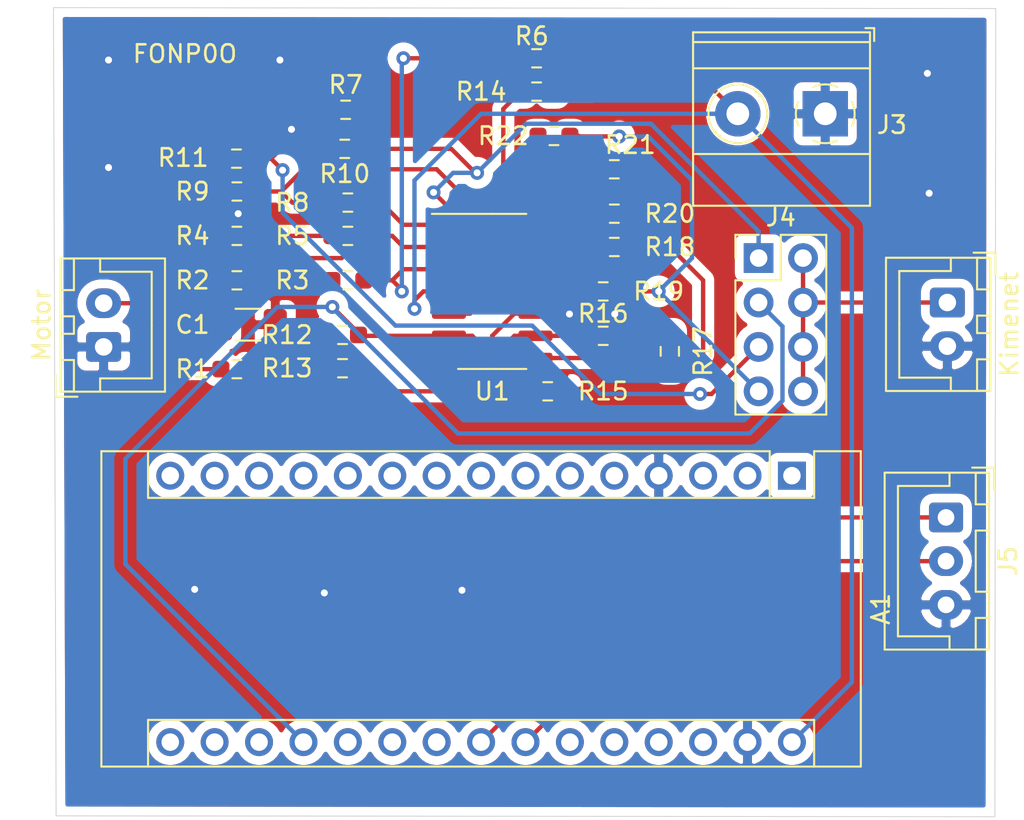
<source format=kicad_pcb>
(kicad_pcb (version 20171130) (host pcbnew "(5.1.8)-1")

  (general
    (thickness 1.6)
    (drawings 5)
    (tracks 196)
    (zones 0)
    (modules 30)
    (nets 48)
  )

  (page A4)
  (layers
    (0 F.Cu signal)
    (31 B.Cu signal)
    (32 B.Adhes user)
    (33 F.Adhes user)
    (34 B.Paste user)
    (35 F.Paste user)
    (36 B.SilkS user)
    (37 F.SilkS user)
    (38 B.Mask user)
    (39 F.Mask user)
    (40 Dwgs.User user)
    (41 Cmts.User user)
    (42 Eco1.User user)
    (43 Eco2.User user)
    (44 Edge.Cuts user)
    (45 Margin user)
    (46 B.CrtYd user)
    (47 F.CrtYd user)
    (48 B.Fab user)
    (49 F.Fab user)
  )

  (setup
    (last_trace_width 0.25)
    (trace_clearance 0.2)
    (zone_clearance 0.508)
    (zone_45_only no)
    (trace_min 0.2)
    (via_size 0.8)
    (via_drill 0.4)
    (via_min_size 0.4)
    (via_min_drill 0.3)
    (uvia_size 0.3)
    (uvia_drill 0.1)
    (uvias_allowed no)
    (uvia_min_size 0.2)
    (uvia_min_drill 0.1)
    (edge_width 0.05)
    (segment_width 0.2)
    (pcb_text_width 0.3)
    (pcb_text_size 1.5 1.5)
    (mod_edge_width 0.12)
    (mod_text_size 1 1)
    (mod_text_width 0.15)
    (pad_size 1.524 1.524)
    (pad_drill 0.762)
    (pad_to_mask_clearance 0)
    (aux_axis_origin 0 0)
    (visible_elements 7FFFFFFF)
    (pcbplotparams
      (layerselection 0x010fc_ffffffff)
      (usegerberextensions false)
      (usegerberattributes true)
      (usegerberadvancedattributes true)
      (creategerberjobfile true)
      (excludeedgelayer true)
      (linewidth 0.100000)
      (plotframeref false)
      (viasonmask false)
      (mode 1)
      (useauxorigin false)
      (hpglpennumber 1)
      (hpglpenspeed 20)
      (hpglpendiameter 15.000000)
      (psnegative false)
      (psa4output false)
      (plotreference true)
      (plotvalue true)
      (plotinvisibletext false)
      (padsonsilk false)
      (subtractmaskfromsilk false)
      (outputformat 1)
      (mirror false)
      (drillshape 1)
      (scaleselection 1)
      (outputdirectory ""))
  )

  (net 0 "")
  (net 1 "Net-(A1-Pad16)")
  (net 2 "Net-(A1-Pad15)")
  (net 3 +12V)
  (net 4 "Net-(A1-Pad14)")
  (net 5 GND)
  (net 6 "Net-(A1-Pad13)")
  (net 7 "Net-(A1-Pad28)")
  (net 8 "Net-(A1-Pad12)")
  (net 9 "Net-(A1-Pad27)")
  (net 10 "Net-(A1-Pad11)")
  (net 11 "Net-(A1-Pad26)")
  (net 12 "Net-(A1-Pad10)")
  (net 13 "Net-(A1-Pad25)")
  (net 14 "Net-(A1-Pad9)")
  (net 15 "Net-(A1-Pad24)")
  (net 16 "Net-(A1-Pad8)")
  (net 17 "Net-(A1-Pad23)")
  (net 18 "Net-(A1-Pad7)")
  (net 19 "Net-(A1-Pad22)")
  (net 20 "Net-(A1-Pad6)")
  (net 21 "Net-(A1-Pad21)")
  (net 22 "Net-(A1-Pad5)")
  (net 23 "Net-(A1-Pad20)")
  (net 24 0-5V)
  (net 25 "Net-(A1-Pad3)")
  (net 26 "Net-(A1-Pad18)")
  (net 27 "Net-(A1-Pad2)")
  (net 28 "Net-(A1-Pad17)")
  (net 29 "Net-(A1-Pad1)")
  (net 30 "Net-(C1-Pad1)")
  (net 31 "Net-(J2-Pad1)")
  (net 32 4-20mA)
  (net 33 0-3V3)
  (net 34 0-10V)
  (net 35 "Net-(R2-Pad1)")
  (net 36 "Net-(R3-Pad1)")
  (net 37 "Net-(R4-Pad2)")
  (net 38 "Net-(R5-Pad2)")
  (net 39 "Net-(R8-Pad2)")
  (net 40 "Net-(R12-Pad2)")
  (net 41 "Net-(R13-Pad2)")
  (net 42 "Net-(R15-Pad1)")
  (net 43 "Net-(R16-Pad2)")
  (net 44 "Net-(R17-Pad1)")
  (net 45 "Net-(R18-Pad1)")
  (net 46 "Net-(R20-Pad2)")
  (net 47 "Net-(R21-Pad2)")

  (net_class Default "This is the default net class."
    (clearance 0.2)
    (trace_width 0.25)
    (via_dia 0.8)
    (via_drill 0.4)
    (uvia_dia 0.3)
    (uvia_drill 0.1)
    (add_net +12V)
    (add_net 0-10V)
    (add_net 0-3V3)
    (add_net 0-5V)
    (add_net 4-20mA)
    (add_net GND)
    (add_net "Net-(A1-Pad1)")
    (add_net "Net-(A1-Pad10)")
    (add_net "Net-(A1-Pad11)")
    (add_net "Net-(A1-Pad12)")
    (add_net "Net-(A1-Pad13)")
    (add_net "Net-(A1-Pad14)")
    (add_net "Net-(A1-Pad15)")
    (add_net "Net-(A1-Pad16)")
    (add_net "Net-(A1-Pad17)")
    (add_net "Net-(A1-Pad18)")
    (add_net "Net-(A1-Pad2)")
    (add_net "Net-(A1-Pad20)")
    (add_net "Net-(A1-Pad21)")
    (add_net "Net-(A1-Pad22)")
    (add_net "Net-(A1-Pad23)")
    (add_net "Net-(A1-Pad24)")
    (add_net "Net-(A1-Pad25)")
    (add_net "Net-(A1-Pad26)")
    (add_net "Net-(A1-Pad27)")
    (add_net "Net-(A1-Pad28)")
    (add_net "Net-(A1-Pad3)")
    (add_net "Net-(A1-Pad5)")
    (add_net "Net-(A1-Pad6)")
    (add_net "Net-(A1-Pad7)")
    (add_net "Net-(A1-Pad8)")
    (add_net "Net-(A1-Pad9)")
    (add_net "Net-(C1-Pad1)")
    (add_net "Net-(J2-Pad1)")
    (add_net "Net-(R12-Pad2)")
    (add_net "Net-(R13-Pad2)")
    (add_net "Net-(R15-Pad1)")
    (add_net "Net-(R16-Pad2)")
    (add_net "Net-(R17-Pad1)")
    (add_net "Net-(R18-Pad1)")
    (add_net "Net-(R2-Pad1)")
    (add_net "Net-(R20-Pad2)")
    (add_net "Net-(R21-Pad2)")
    (add_net "Net-(R3-Pad1)")
    (add_net "Net-(R4-Pad2)")
    (add_net "Net-(R5-Pad2)")
    (add_net "Net-(R8-Pad2)")
  )

  (module Package_SO:SOIC-14_3.9x8.7mm_P1.27mm (layer F.Cu) (tedit 5D9F72B1) (tstamp 5FC7BD7E)
    (at 80.01 45.085)
    (descr "SOIC, 14 Pin (JEDEC MS-012AB, https://www.analog.com/media/en/package-pcb-resources/package/pkg_pdf/soic_narrow-r/r_14.pdf), generated with kicad-footprint-generator ipc_gullwing_generator.py")
    (tags "SOIC SO")
    (path /5FBFF874)
    (attr smd)
    (fp_text reference U1 (at 0 5.715) (layer F.SilkS)
      (effects (font (size 1 1) (thickness 0.15)))
    )
    (fp_text value Opamp_Quad_Generic (at 0 5.28) (layer F.Fab)
      (effects (font (size 1 1) (thickness 0.15)))
    )
    (fp_line (start 0 4.435) (end 1.95 4.435) (layer F.SilkS) (width 0.12))
    (fp_line (start 0 4.435) (end -1.95 4.435) (layer F.SilkS) (width 0.12))
    (fp_line (start 0 -4.435) (end 1.95 -4.435) (layer F.SilkS) (width 0.12))
    (fp_line (start 0 -4.435) (end -3.45 -4.435) (layer F.SilkS) (width 0.12))
    (fp_line (start -0.975 -4.325) (end 1.95 -4.325) (layer F.Fab) (width 0.1))
    (fp_line (start 1.95 -4.325) (end 1.95 4.325) (layer F.Fab) (width 0.1))
    (fp_line (start 1.95 4.325) (end -1.95 4.325) (layer F.Fab) (width 0.1))
    (fp_line (start -1.95 4.325) (end -1.95 -3.35) (layer F.Fab) (width 0.1))
    (fp_line (start -1.95 -3.35) (end -0.975 -4.325) (layer F.Fab) (width 0.1))
    (fp_line (start -3.7 -4.58) (end -3.7 4.58) (layer F.CrtYd) (width 0.05))
    (fp_line (start -3.7 4.58) (end 3.7 4.58) (layer F.CrtYd) (width 0.05))
    (fp_line (start 3.7 4.58) (end 3.7 -4.58) (layer F.CrtYd) (width 0.05))
    (fp_line (start 3.7 -4.58) (end -3.7 -4.58) (layer F.CrtYd) (width 0.05))
    (fp_text user %R (at 0 0) (layer F.Fab)
      (effects (font (size 0.98 0.98) (thickness 0.15)))
    )
    (pad 14 smd roundrect (at 2.475 -3.81) (size 1.95 0.6) (layers F.Cu F.Paste F.Mask) (roundrect_rratio 0.25)
      (net 47 "Net-(R21-Pad2)"))
    (pad 13 smd roundrect (at 2.475 -2.54) (size 1.95 0.6) (layers F.Cu F.Paste F.Mask) (roundrect_rratio 0.25)
      (net 46 "Net-(R20-Pad2)"))
    (pad 12 smd roundrect (at 2.475 -1.27) (size 1.95 0.6) (layers F.Cu F.Paste F.Mask) (roundrect_rratio 0.25)
      (net 45 "Net-(R18-Pad1)"))
    (pad 11 smd roundrect (at 2.475 0) (size 1.95 0.6) (layers F.Cu F.Paste F.Mask) (roundrect_rratio 0.25)
      (net 5 GND))
    (pad 10 smd roundrect (at 2.475 1.27) (size 1.95 0.6) (layers F.Cu F.Paste F.Mask) (roundrect_rratio 0.25)
      (net 41 "Net-(R13-Pad2)"))
    (pad 9 smd roundrect (at 2.475 2.54) (size 1.95 0.6) (layers F.Cu F.Paste F.Mask) (roundrect_rratio 0.25)
      (net 42 "Net-(R15-Pad1)"))
    (pad 8 smd roundrect (at 2.475 3.81) (size 1.95 0.6) (layers F.Cu F.Paste F.Mask) (roundrect_rratio 0.25)
      (net 44 "Net-(R17-Pad1)"))
    (pad 7 smd roundrect (at -2.475 3.81) (size 1.95 0.6) (layers F.Cu F.Paste F.Mask) (roundrect_rratio 0.25)
      (net 24 0-5V))
    (pad 6 smd roundrect (at -2.475 2.54) (size 1.95 0.6) (layers F.Cu F.Paste F.Mask) (roundrect_rratio 0.25)
      (net 24 0-5V))
    (pad 5 smd roundrect (at -2.475 1.27) (size 1.95 0.6) (layers F.Cu F.Paste F.Mask) (roundrect_rratio 0.25)
      (net 39 "Net-(R8-Pad2)"))
    (pad 4 smd roundrect (at -2.475 0) (size 1.95 0.6) (layers F.Cu F.Paste F.Mask) (roundrect_rratio 0.25)
      (net 3 +12V))
    (pad 3 smd roundrect (at -2.475 -1.27) (size 1.95 0.6) (layers F.Cu F.Paste F.Mask) (roundrect_rratio 0.25)
      (net 36 "Net-(R3-Pad1)"))
    (pad 2 smd roundrect (at -2.475 -2.54) (size 1.95 0.6) (layers F.Cu F.Paste F.Mask) (roundrect_rratio 0.25)
      (net 38 "Net-(R5-Pad2)"))
    (pad 1 smd roundrect (at -2.475 -3.81) (size 1.95 0.6) (layers F.Cu F.Paste F.Mask) (roundrect_rratio 0.25)
      (net 34 0-10V))
    (model ${KISYS3DMOD}/Package_SO.3dshapes/SOIC-14_3.9x8.7mm_P1.27mm.wrl
      (at (xyz 0 0 0))
      (scale (xyz 1 1 1))
      (rotate (xyz 0 0 0))
    )
  )

  (module Resistor_SMD:R_0603_1608Metric_Pad0.98x0.95mm_HandSolder (layer F.Cu) (tedit 5F68FEEE) (tstamp 5FC7BD5E)
    (at 83.5425 36.195 180)
    (descr "Resistor SMD 0603 (1608 Metric), square (rectangular) end terminal, IPC_7351 nominal with elongated pad for handsoldering. (Body size source: IPC-SM-782 page 72, https://www.pcb-3d.com/wordpress/wp-content/uploads/ipc-sm-782a_amendment_1_and_2.pdf), generated with kicad-footprint-generator")
    (tags "resistor handsolder")
    (path /5FBC60DA)
    (attr smd)
    (fp_text reference R22 (at 2.8975 0) (layer F.SilkS)
      (effects (font (size 1 1) (thickness 0.15)))
    )
    (fp_text value 47 (at 0 1.43) (layer F.Fab)
      (effects (font (size 1 1) (thickness 0.15)))
    )
    (fp_line (start -0.8 0.4125) (end -0.8 -0.4125) (layer F.Fab) (width 0.1))
    (fp_line (start -0.8 -0.4125) (end 0.8 -0.4125) (layer F.Fab) (width 0.1))
    (fp_line (start 0.8 -0.4125) (end 0.8 0.4125) (layer F.Fab) (width 0.1))
    (fp_line (start 0.8 0.4125) (end -0.8 0.4125) (layer F.Fab) (width 0.1))
    (fp_line (start -0.254724 -0.5225) (end 0.254724 -0.5225) (layer F.SilkS) (width 0.12))
    (fp_line (start -0.254724 0.5225) (end 0.254724 0.5225) (layer F.SilkS) (width 0.12))
    (fp_line (start -1.65 0.73) (end -1.65 -0.73) (layer F.CrtYd) (width 0.05))
    (fp_line (start -1.65 -0.73) (end 1.65 -0.73) (layer F.CrtYd) (width 0.05))
    (fp_line (start 1.65 -0.73) (end 1.65 0.73) (layer F.CrtYd) (width 0.05))
    (fp_line (start 1.65 0.73) (end -1.65 0.73) (layer F.CrtYd) (width 0.05))
    (fp_text user %R (at 0 0) (layer F.Fab)
      (effects (font (size 0.4 0.4) (thickness 0.06)))
    )
    (pad 2 smd roundrect (at 0.9125 0 180) (size 0.975 0.95) (layers F.Cu F.Paste F.Mask) (roundrect_rratio 0.25)
      (net 47 "Net-(R21-Pad2)"))
    (pad 1 smd roundrect (at -0.9125 0 180) (size 0.975 0.95) (layers F.Cu F.Paste F.Mask) (roundrect_rratio 0.25)
      (net 32 4-20mA))
    (model ${KISYS3DMOD}/Resistor_SMD.3dshapes/R_0603_1608Metric.wrl
      (at (xyz 0 0 0))
      (scale (xyz 1 1 1))
      (rotate (xyz 0 0 0))
    )
  )

  (module Resistor_SMD:R_0603_1608Metric_Pad0.98x0.95mm_HandSolder (layer F.Cu) (tedit 5F68FEEE) (tstamp 5FC7BD4D)
    (at 86.995 38.1 180)
    (descr "Resistor SMD 0603 (1608 Metric), square (rectangular) end terminal, IPC_7351 nominal with elongated pad for handsoldering. (Body size source: IPC-SM-782 page 72, https://www.pcb-3d.com/wordpress/wp-content/uploads/ipc-sm-782a_amendment_1_and_2.pdf), generated with kicad-footprint-generator")
    (tags "resistor handsolder")
    (path /5FBC9B78)
    (attr smd)
    (fp_text reference R21 (at -0.9125 1.397) (layer F.SilkS)
      (effects (font (size 1 1) (thickness 0.15)))
    )
    (fp_text value 15k (at 0 1.43) (layer F.Fab)
      (effects (font (size 1 1) (thickness 0.15)))
    )
    (fp_line (start -0.8 0.4125) (end -0.8 -0.4125) (layer F.Fab) (width 0.1))
    (fp_line (start -0.8 -0.4125) (end 0.8 -0.4125) (layer F.Fab) (width 0.1))
    (fp_line (start 0.8 -0.4125) (end 0.8 0.4125) (layer F.Fab) (width 0.1))
    (fp_line (start 0.8 0.4125) (end -0.8 0.4125) (layer F.Fab) (width 0.1))
    (fp_line (start -0.254724 -0.5225) (end 0.254724 -0.5225) (layer F.SilkS) (width 0.12))
    (fp_line (start -0.254724 0.5225) (end 0.254724 0.5225) (layer F.SilkS) (width 0.12))
    (fp_line (start -1.65 0.73) (end -1.65 -0.73) (layer F.CrtYd) (width 0.05))
    (fp_line (start -1.65 -0.73) (end 1.65 -0.73) (layer F.CrtYd) (width 0.05))
    (fp_line (start 1.65 -0.73) (end 1.65 0.73) (layer F.CrtYd) (width 0.05))
    (fp_line (start 1.65 0.73) (end -1.65 0.73) (layer F.CrtYd) (width 0.05))
    (fp_text user %R (at 0 0) (layer F.Fab)
      (effects (font (size 0.4 0.4) (thickness 0.06)))
    )
    (pad 2 smd roundrect (at 0.9125 0 180) (size 0.975 0.95) (layers F.Cu F.Paste F.Mask) (roundrect_rratio 0.25)
      (net 47 "Net-(R21-Pad2)"))
    (pad 1 smd roundrect (at -0.9125 0 180) (size 0.975 0.95) (layers F.Cu F.Paste F.Mask) (roundrect_rratio 0.25)
      (net 46 "Net-(R20-Pad2)"))
    (model ${KISYS3DMOD}/Resistor_SMD.3dshapes/R_0603_1608Metric.wrl
      (at (xyz 0 0 0))
      (scale (xyz 1 1 1))
      (rotate (xyz 0 0 0))
    )
  )

  (module Resistor_SMD:R_0603_1608Metric_Pad0.98x0.95mm_HandSolder (layer F.Cu) (tedit 5F68FEEE) (tstamp 5FC7BD3C)
    (at 86.995 40.64 180)
    (descr "Resistor SMD 0603 (1608 Metric), square (rectangular) end terminal, IPC_7351 nominal with elongated pad for handsoldering. (Body size source: IPC-SM-782 page 72, https://www.pcb-3d.com/wordpress/wp-content/uploads/ipc-sm-782a_amendment_1_and_2.pdf), generated with kicad-footprint-generator")
    (tags "resistor handsolder")
    (path /5FBC7352)
    (attr smd)
    (fp_text reference R20 (at -3.175 0) (layer F.SilkS)
      (effects (font (size 1 1) (thickness 0.15)))
    )
    (fp_text value 10k (at 0 1.43) (layer F.Fab)
      (effects (font (size 1 1) (thickness 0.15)))
    )
    (fp_line (start -0.8 0.4125) (end -0.8 -0.4125) (layer F.Fab) (width 0.1))
    (fp_line (start -0.8 -0.4125) (end 0.8 -0.4125) (layer F.Fab) (width 0.1))
    (fp_line (start 0.8 -0.4125) (end 0.8 0.4125) (layer F.Fab) (width 0.1))
    (fp_line (start 0.8 0.4125) (end -0.8 0.4125) (layer F.Fab) (width 0.1))
    (fp_line (start -0.254724 -0.5225) (end 0.254724 -0.5225) (layer F.SilkS) (width 0.12))
    (fp_line (start -0.254724 0.5225) (end 0.254724 0.5225) (layer F.SilkS) (width 0.12))
    (fp_line (start -1.65 0.73) (end -1.65 -0.73) (layer F.CrtYd) (width 0.05))
    (fp_line (start -1.65 -0.73) (end 1.65 -0.73) (layer F.CrtYd) (width 0.05))
    (fp_line (start 1.65 -0.73) (end 1.65 0.73) (layer F.CrtYd) (width 0.05))
    (fp_line (start 1.65 0.73) (end -1.65 0.73) (layer F.CrtYd) (width 0.05))
    (fp_text user %R (at 0 0) (layer F.Fab)
      (effects (font (size 0.4 0.4) (thickness 0.06)))
    )
    (pad 2 smd roundrect (at 0.9125 0 180) (size 0.975 0.95) (layers F.Cu F.Paste F.Mask) (roundrect_rratio 0.25)
      (net 46 "Net-(R20-Pad2)"))
    (pad 1 smd roundrect (at -0.9125 0 180) (size 0.975 0.95) (layers F.Cu F.Paste F.Mask) (roundrect_rratio 0.25)
      (net 5 GND))
    (model ${KISYS3DMOD}/Resistor_SMD.3dshapes/R_0603_1608Metric.wrl
      (at (xyz 0 0 0))
      (scale (xyz 1 1 1))
      (rotate (xyz 0 0 0))
    )
  )

  (module Resistor_SMD:R_0603_1608Metric_Pad0.98x0.95mm_HandSolder (layer F.Cu) (tedit 5F68FEEE) (tstamp 5FC7BD2B)
    (at 86.36 45.085 180)
    (descr "Resistor SMD 0603 (1608 Metric), square (rectangular) end terminal, IPC_7351 nominal with elongated pad for handsoldering. (Body size source: IPC-SM-782 page 72, https://www.pcb-3d.com/wordpress/wp-content/uploads/ipc-sm-782a_amendment_1_and_2.pdf), generated with kicad-footprint-generator")
    (tags "resistor handsolder")
    (path /5FBC508F)
    (attr smd)
    (fp_text reference R19 (at -3.175 0) (layer F.SilkS)
      (effects (font (size 1 1) (thickness 0.15)))
    )
    (fp_text value 15k (at 0 1.43) (layer F.Fab)
      (effects (font (size 1 1) (thickness 0.15)))
    )
    (fp_line (start -0.8 0.4125) (end -0.8 -0.4125) (layer F.Fab) (width 0.1))
    (fp_line (start -0.8 -0.4125) (end 0.8 -0.4125) (layer F.Fab) (width 0.1))
    (fp_line (start 0.8 -0.4125) (end 0.8 0.4125) (layer F.Fab) (width 0.1))
    (fp_line (start 0.8 0.4125) (end -0.8 0.4125) (layer F.Fab) (width 0.1))
    (fp_line (start -0.254724 -0.5225) (end 0.254724 -0.5225) (layer F.SilkS) (width 0.12))
    (fp_line (start -0.254724 0.5225) (end 0.254724 0.5225) (layer F.SilkS) (width 0.12))
    (fp_line (start -1.65 0.73) (end -1.65 -0.73) (layer F.CrtYd) (width 0.05))
    (fp_line (start -1.65 -0.73) (end 1.65 -0.73) (layer F.CrtYd) (width 0.05))
    (fp_line (start 1.65 -0.73) (end 1.65 0.73) (layer F.CrtYd) (width 0.05))
    (fp_line (start 1.65 0.73) (end -1.65 0.73) (layer F.CrtYd) (width 0.05))
    (fp_text user %R (at 0 0) (layer F.Fab)
      (effects (font (size 0.4 0.4) (thickness 0.06)))
    )
    (pad 2 smd roundrect (at 0.9125 0 180) (size 0.975 0.95) (layers F.Cu F.Paste F.Mask) (roundrect_rratio 0.25)
      (net 45 "Net-(R18-Pad1)"))
    (pad 1 smd roundrect (at -0.9125 0 180) (size 0.975 0.95) (layers F.Cu F.Paste F.Mask) (roundrect_rratio 0.25)
      (net 32 4-20mA))
    (model ${KISYS3DMOD}/Resistor_SMD.3dshapes/R_0603_1608Metric.wrl
      (at (xyz 0 0 0))
      (scale (xyz 1 1 1))
      (rotate (xyz 0 0 0))
    )
  )

  (module Resistor_SMD:R_0603_1608Metric_Pad0.98x0.95mm_HandSolder (layer F.Cu) (tedit 5F68FEEE) (tstamp 5FC7BD1A)
    (at 86.995 42.545)
    (descr "Resistor SMD 0603 (1608 Metric), square (rectangular) end terminal, IPC_7351 nominal with elongated pad for handsoldering. (Body size source: IPC-SM-782 page 72, https://www.pcb-3d.com/wordpress/wp-content/uploads/ipc-sm-782a_amendment_1_and_2.pdf), generated with kicad-footprint-generator")
    (tags "resistor handsolder")
    (path /5FBC16E4)
    (attr smd)
    (fp_text reference R18 (at 3.175 0) (layer F.SilkS)
      (effects (font (size 1 1) (thickness 0.15)))
    )
    (fp_text value 100k (at 0 1.43) (layer F.Fab)
      (effects (font (size 1 1) (thickness 0.15)))
    )
    (fp_line (start -0.8 0.4125) (end -0.8 -0.4125) (layer F.Fab) (width 0.1))
    (fp_line (start -0.8 -0.4125) (end 0.8 -0.4125) (layer F.Fab) (width 0.1))
    (fp_line (start 0.8 -0.4125) (end 0.8 0.4125) (layer F.Fab) (width 0.1))
    (fp_line (start 0.8 0.4125) (end -0.8 0.4125) (layer F.Fab) (width 0.1))
    (fp_line (start -0.254724 -0.5225) (end 0.254724 -0.5225) (layer F.SilkS) (width 0.12))
    (fp_line (start -0.254724 0.5225) (end 0.254724 0.5225) (layer F.SilkS) (width 0.12))
    (fp_line (start -1.65 0.73) (end -1.65 -0.73) (layer F.CrtYd) (width 0.05))
    (fp_line (start -1.65 -0.73) (end 1.65 -0.73) (layer F.CrtYd) (width 0.05))
    (fp_line (start 1.65 -0.73) (end 1.65 0.73) (layer F.CrtYd) (width 0.05))
    (fp_line (start 1.65 0.73) (end -1.65 0.73) (layer F.CrtYd) (width 0.05))
    (fp_text user %R (at 0 0) (layer F.Fab)
      (effects (font (size 0.4 0.4) (thickness 0.06)))
    )
    (pad 2 smd roundrect (at 0.9125 0) (size 0.975 0.95) (layers F.Cu F.Paste F.Mask) (roundrect_rratio 0.25)
      (net 44 "Net-(R17-Pad1)"))
    (pad 1 smd roundrect (at -0.9125 0) (size 0.975 0.95) (layers F.Cu F.Paste F.Mask) (roundrect_rratio 0.25)
      (net 45 "Net-(R18-Pad1)"))
    (model ${KISYS3DMOD}/Resistor_SMD.3dshapes/R_0603_1608Metric.wrl
      (at (xyz 0 0 0))
      (scale (xyz 1 1 1))
      (rotate (xyz 0 0 0))
    )
  )

  (module Resistor_SMD:R_0603_1608Metric_Pad0.98x0.95mm_HandSolder (layer F.Cu) (tedit 5F68FEEE) (tstamp 5FC7BD09)
    (at 90.17 48.514 90)
    (descr "Resistor SMD 0603 (1608 Metric), square (rectangular) end terminal, IPC_7351 nominal with elongated pad for handsoldering. (Body size source: IPC-SM-782 page 72, https://www.pcb-3d.com/wordpress/wp-content/uploads/ipc-sm-782a_amendment_1_and_2.pdf), generated with kicad-footprint-generator")
    (tags "resistor handsolder")
    (path /5FB99537)
    (attr smd)
    (fp_text reference R17 (at 0 1.905 90) (layer F.SilkS)
      (effects (font (size 1 1) (thickness 0.15)))
    )
    (fp_text value 100 (at 0 1.43 90) (layer F.Fab)
      (effects (font (size 1 1) (thickness 0.15)))
    )
    (fp_line (start -0.8 0.4125) (end -0.8 -0.4125) (layer F.Fab) (width 0.1))
    (fp_line (start -0.8 -0.4125) (end 0.8 -0.4125) (layer F.Fab) (width 0.1))
    (fp_line (start 0.8 -0.4125) (end 0.8 0.4125) (layer F.Fab) (width 0.1))
    (fp_line (start 0.8 0.4125) (end -0.8 0.4125) (layer F.Fab) (width 0.1))
    (fp_line (start -0.254724 -0.5225) (end 0.254724 -0.5225) (layer F.SilkS) (width 0.12))
    (fp_line (start -0.254724 0.5225) (end 0.254724 0.5225) (layer F.SilkS) (width 0.12))
    (fp_line (start -1.65 0.73) (end -1.65 -0.73) (layer F.CrtYd) (width 0.05))
    (fp_line (start -1.65 -0.73) (end 1.65 -0.73) (layer F.CrtYd) (width 0.05))
    (fp_line (start 1.65 -0.73) (end 1.65 0.73) (layer F.CrtYd) (width 0.05))
    (fp_line (start 1.65 0.73) (end -1.65 0.73) (layer F.CrtYd) (width 0.05))
    (fp_text user %R (at 0 0 90) (layer F.Fab)
      (effects (font (size 0.4 0.4) (thickness 0.06)))
    )
    (pad 2 smd roundrect (at 0.9125 0 90) (size 0.975 0.95) (layers F.Cu F.Paste F.Mask) (roundrect_rratio 0.25)
      (net 43 "Net-(R16-Pad2)"))
    (pad 1 smd roundrect (at -0.9125 0 90) (size 0.975 0.95) (layers F.Cu F.Paste F.Mask) (roundrect_rratio 0.25)
      (net 44 "Net-(R17-Pad1)"))
    (model ${KISYS3DMOD}/Resistor_SMD.3dshapes/R_0603_1608Metric.wrl
      (at (xyz 0 0 0))
      (scale (xyz 1 1 1))
      (rotate (xyz 0 0 0))
    )
  )

  (module Resistor_SMD:R_0603_1608Metric_Pad0.98x0.95mm_HandSolder (layer F.Cu) (tedit 5F68FEEE) (tstamp 5FC7BCF8)
    (at 86.36 47.625)
    (descr "Resistor SMD 0603 (1608 Metric), square (rectangular) end terminal, IPC_7351 nominal with elongated pad for handsoldering. (Body size source: IPC-SM-782 page 72, https://www.pcb-3d.com/wordpress/wp-content/uploads/ipc-sm-782a_amendment_1_and_2.pdf), generated with kicad-footprint-generator")
    (tags "resistor handsolder")
    (path /5FB9A203)
    (attr smd)
    (fp_text reference R16 (at 0 -1.27) (layer F.SilkS)
      (effects (font (size 1 1) (thickness 0.15)))
    )
    (fp_text value 2,4k (at 0 1.43) (layer F.Fab)
      (effects (font (size 1 1) (thickness 0.15)))
    )
    (fp_line (start -0.8 0.4125) (end -0.8 -0.4125) (layer F.Fab) (width 0.1))
    (fp_line (start -0.8 -0.4125) (end 0.8 -0.4125) (layer F.Fab) (width 0.1))
    (fp_line (start 0.8 -0.4125) (end 0.8 0.4125) (layer F.Fab) (width 0.1))
    (fp_line (start 0.8 0.4125) (end -0.8 0.4125) (layer F.Fab) (width 0.1))
    (fp_line (start -0.254724 -0.5225) (end 0.254724 -0.5225) (layer F.SilkS) (width 0.12))
    (fp_line (start -0.254724 0.5225) (end 0.254724 0.5225) (layer F.SilkS) (width 0.12))
    (fp_line (start -1.65 0.73) (end -1.65 -0.73) (layer F.CrtYd) (width 0.05))
    (fp_line (start -1.65 -0.73) (end 1.65 -0.73) (layer F.CrtYd) (width 0.05))
    (fp_line (start 1.65 -0.73) (end 1.65 0.73) (layer F.CrtYd) (width 0.05))
    (fp_line (start 1.65 0.73) (end -1.65 0.73) (layer F.CrtYd) (width 0.05))
    (fp_text user %R (at 0 0) (layer F.Fab)
      (effects (font (size 0.4 0.4) (thickness 0.06)))
    )
    (pad 2 smd roundrect (at 0.9125 0) (size 0.975 0.95) (layers F.Cu F.Paste F.Mask) (roundrect_rratio 0.25)
      (net 43 "Net-(R16-Pad2)"))
    (pad 1 smd roundrect (at -0.9125 0) (size 0.975 0.95) (layers F.Cu F.Paste F.Mask) (roundrect_rratio 0.25)
      (net 42 "Net-(R15-Pad1)"))
    (model ${KISYS3DMOD}/Resistor_SMD.3dshapes/R_0603_1608Metric.wrl
      (at (xyz 0 0 0))
      (scale (xyz 1 1 1))
      (rotate (xyz 0 0 0))
    )
  )

  (module Resistor_SMD:R_0603_1608Metric_Pad0.98x0.95mm_HandSolder (layer F.Cu) (tedit 5F68FEEE) (tstamp 5FC7BCE7)
    (at 83.185 50.8)
    (descr "Resistor SMD 0603 (1608 Metric), square (rectangular) end terminal, IPC_7351 nominal with elongated pad for handsoldering. (Body size source: IPC-SM-782 page 72, https://www.pcb-3d.com/wordpress/wp-content/uploads/ipc-sm-782a_amendment_1_and_2.pdf), generated with kicad-footprint-generator")
    (tags "resistor handsolder")
    (path /5FB989D2)
    (attr smd)
    (fp_text reference R15 (at 3.175 0) (layer F.SilkS)
      (effects (font (size 1 1) (thickness 0.15)))
    )
    (fp_text value 24k (at 0 1.43) (layer F.Fab)
      (effects (font (size 1 1) (thickness 0.15)))
    )
    (fp_line (start -0.8 0.4125) (end -0.8 -0.4125) (layer F.Fab) (width 0.1))
    (fp_line (start -0.8 -0.4125) (end 0.8 -0.4125) (layer F.Fab) (width 0.1))
    (fp_line (start 0.8 -0.4125) (end 0.8 0.4125) (layer F.Fab) (width 0.1))
    (fp_line (start 0.8 0.4125) (end -0.8 0.4125) (layer F.Fab) (width 0.1))
    (fp_line (start -0.254724 -0.5225) (end 0.254724 -0.5225) (layer F.SilkS) (width 0.12))
    (fp_line (start -0.254724 0.5225) (end 0.254724 0.5225) (layer F.SilkS) (width 0.12))
    (fp_line (start -1.65 0.73) (end -1.65 -0.73) (layer F.CrtYd) (width 0.05))
    (fp_line (start -1.65 -0.73) (end 1.65 -0.73) (layer F.CrtYd) (width 0.05))
    (fp_line (start 1.65 -0.73) (end 1.65 0.73) (layer F.CrtYd) (width 0.05))
    (fp_line (start 1.65 0.73) (end -1.65 0.73) (layer F.CrtYd) (width 0.05))
    (fp_text user %R (at 0 0) (layer F.Fab)
      (effects (font (size 0.4 0.4) (thickness 0.06)))
    )
    (pad 2 smd roundrect (at 0.9125 0) (size 0.975 0.95) (layers F.Cu F.Paste F.Mask) (roundrect_rratio 0.25)
      (net 5 GND))
    (pad 1 smd roundrect (at -0.9125 0) (size 0.975 0.95) (layers F.Cu F.Paste F.Mask) (roundrect_rratio 0.25)
      (net 42 "Net-(R15-Pad1)"))
    (model ${KISYS3DMOD}/Resistor_SMD.3dshapes/R_0603_1608Metric.wrl
      (at (xyz 0 0 0))
      (scale (xyz 1 1 1))
      (rotate (xyz 0 0 0))
    )
  )

  (module Resistor_SMD:R_0603_1608Metric_Pad0.98x0.95mm_HandSolder (layer F.Cu) (tedit 5F68FEEE) (tstamp 5FC7BCD6)
    (at 82.55 33.655)
    (descr "Resistor SMD 0603 (1608 Metric), square (rectangular) end terminal, IPC_7351 nominal with elongated pad for handsoldering. (Body size source: IPC-SM-782 page 72, https://www.pcb-3d.com/wordpress/wp-content/uploads/ipc-sm-782a_amendment_1_and_2.pdf), generated with kicad-footprint-generator")
    (tags "resistor handsolder")
    (path /5FB93625)
    (attr smd)
    (fp_text reference R14 (at -3.175 0) (layer F.SilkS)
      (effects (font (size 1 1) (thickness 0.15)))
    )
    (fp_text value 24k (at 0 1.43) (layer F.Fab)
      (effects (font (size 1 1) (thickness 0.15)))
    )
    (fp_line (start -0.8 0.4125) (end -0.8 -0.4125) (layer F.Fab) (width 0.1))
    (fp_line (start -0.8 -0.4125) (end 0.8 -0.4125) (layer F.Fab) (width 0.1))
    (fp_line (start 0.8 -0.4125) (end 0.8 0.4125) (layer F.Fab) (width 0.1))
    (fp_line (start 0.8 0.4125) (end -0.8 0.4125) (layer F.Fab) (width 0.1))
    (fp_line (start -0.254724 -0.5225) (end 0.254724 -0.5225) (layer F.SilkS) (width 0.12))
    (fp_line (start -0.254724 0.5225) (end 0.254724 0.5225) (layer F.SilkS) (width 0.12))
    (fp_line (start -1.65 0.73) (end -1.65 -0.73) (layer F.CrtYd) (width 0.05))
    (fp_line (start -1.65 -0.73) (end 1.65 -0.73) (layer F.CrtYd) (width 0.05))
    (fp_line (start 1.65 -0.73) (end 1.65 0.73) (layer F.CrtYd) (width 0.05))
    (fp_line (start 1.65 0.73) (end -1.65 0.73) (layer F.CrtYd) (width 0.05))
    (fp_text user %R (at 0 0) (layer F.Fab)
      (effects (font (size 0.4 0.4) (thickness 0.06)))
    )
    (pad 2 smd roundrect (at 0.9125 0) (size 0.975 0.95) (layers F.Cu F.Paste F.Mask) (roundrect_rratio 0.25)
      (net 3 +12V))
    (pad 1 smd roundrect (at -0.9125 0) (size 0.975 0.95) (layers F.Cu F.Paste F.Mask) (roundrect_rratio 0.25)
      (net 41 "Net-(R13-Pad2)"))
    (model ${KISYS3DMOD}/Resistor_SMD.3dshapes/R_0603_1608Metric.wrl
      (at (xyz 0 0 0))
      (scale (xyz 1 1 1))
      (rotate (xyz 0 0 0))
    )
  )

  (module Resistor_SMD:R_0603_1608Metric_Pad0.98x0.95mm_HandSolder (layer F.Cu) (tedit 5F68FEEE) (tstamp 5FC7BCC5)
    (at 71.4502 49.4792)
    (descr "Resistor SMD 0603 (1608 Metric), square (rectangular) end terminal, IPC_7351 nominal with elongated pad for handsoldering. (Body size source: IPC-SM-782 page 72, https://www.pcb-3d.com/wordpress/wp-content/uploads/ipc-sm-782a_amendment_1_and_2.pdf), generated with kicad-footprint-generator")
    (tags "resistor handsolder")
    (path /5FB91E35)
    (attr smd)
    (fp_text reference R13 (at -3.175 0) (layer F.SilkS)
      (effects (font (size 1 1) (thickness 0.15)))
    )
    (fp_text value 100 (at 0 1.43) (layer F.Fab)
      (effects (font (size 1 1) (thickness 0.15)))
    )
    (fp_line (start 1.65 0.73) (end -1.65 0.73) (layer F.CrtYd) (width 0.05))
    (fp_line (start 1.65 -0.73) (end 1.65 0.73) (layer F.CrtYd) (width 0.05))
    (fp_line (start -1.65 -0.73) (end 1.65 -0.73) (layer F.CrtYd) (width 0.05))
    (fp_line (start -1.65 0.73) (end -1.65 -0.73) (layer F.CrtYd) (width 0.05))
    (fp_line (start -0.254724 0.5225) (end 0.254724 0.5225) (layer F.SilkS) (width 0.12))
    (fp_line (start -0.254724 -0.5225) (end 0.254724 -0.5225) (layer F.SilkS) (width 0.12))
    (fp_line (start 0.8 0.4125) (end -0.8 0.4125) (layer F.Fab) (width 0.1))
    (fp_line (start 0.8 -0.4125) (end 0.8 0.4125) (layer F.Fab) (width 0.1))
    (fp_line (start -0.8 -0.4125) (end 0.8 -0.4125) (layer F.Fab) (width 0.1))
    (fp_line (start -0.8 0.4125) (end -0.8 -0.4125) (layer F.Fab) (width 0.1))
    (fp_text user %R (at 0 0) (layer F.Fab)
      (effects (font (size 0.4 0.4) (thickness 0.06)))
    )
    (pad 1 smd roundrect (at -0.9125 0) (size 0.975 0.95) (layers F.Cu F.Paste F.Mask) (roundrect_rratio 0.25)
      (net 40 "Net-(R12-Pad2)"))
    (pad 2 smd roundrect (at 0.9125 0) (size 0.975 0.95) (layers F.Cu F.Paste F.Mask) (roundrect_rratio 0.25)
      (net 41 "Net-(R13-Pad2)"))
    (model ${KISYS3DMOD}/Resistor_SMD.3dshapes/R_0603_1608Metric.wrl
      (at (xyz 0 0 0))
      (scale (xyz 1 1 1))
      (rotate (xyz 0 0 0))
    )
  )

  (module Resistor_SMD:R_0603_1608Metric_Pad0.98x0.95mm_HandSolder (layer F.Cu) (tedit 5F68FEEE) (tstamp 5FC7BCB4)
    (at 71.4502 47.5742 180)
    (descr "Resistor SMD 0603 (1608 Metric), square (rectangular) end terminal, IPC_7351 nominal with elongated pad for handsoldering. (Body size source: IPC-SM-782 page 72, https://www.pcb-3d.com/wordpress/wp-content/uploads/ipc-sm-782a_amendment_1_and_2.pdf), generated with kicad-footprint-generator")
    (tags "resistor handsolder")
    (path /5FB92AD5)
    (attr smd)
    (fp_text reference R12 (at 3.175 0) (layer F.SilkS)
      (effects (font (size 1 1) (thickness 0.15)))
    )
    (fp_text value 2,4k (at 0 1.43) (layer F.Fab)
      (effects (font (size 1 1) (thickness 0.15)))
    )
    (fp_line (start 1.65 0.73) (end -1.65 0.73) (layer F.CrtYd) (width 0.05))
    (fp_line (start 1.65 -0.73) (end 1.65 0.73) (layer F.CrtYd) (width 0.05))
    (fp_line (start -1.65 -0.73) (end 1.65 -0.73) (layer F.CrtYd) (width 0.05))
    (fp_line (start -1.65 0.73) (end -1.65 -0.73) (layer F.CrtYd) (width 0.05))
    (fp_line (start -0.254724 0.5225) (end 0.254724 0.5225) (layer F.SilkS) (width 0.12))
    (fp_line (start -0.254724 -0.5225) (end 0.254724 -0.5225) (layer F.SilkS) (width 0.12))
    (fp_line (start 0.8 0.4125) (end -0.8 0.4125) (layer F.Fab) (width 0.1))
    (fp_line (start 0.8 -0.4125) (end 0.8 0.4125) (layer F.Fab) (width 0.1))
    (fp_line (start -0.8 -0.4125) (end 0.8 -0.4125) (layer F.Fab) (width 0.1))
    (fp_line (start -0.8 0.4125) (end -0.8 -0.4125) (layer F.Fab) (width 0.1))
    (fp_text user %R (at 0 0) (layer F.Fab)
      (effects (font (size 0.4 0.4) (thickness 0.06)))
    )
    (pad 1 smd roundrect (at -0.9125 0 180) (size 0.975 0.95) (layers F.Cu F.Paste F.Mask) (roundrect_rratio 0.25)
      (net 24 0-5V))
    (pad 2 smd roundrect (at 0.9125 0 180) (size 0.975 0.95) (layers F.Cu F.Paste F.Mask) (roundrect_rratio 0.25)
      (net 40 "Net-(R12-Pad2)"))
    (model ${KISYS3DMOD}/Resistor_SMD.3dshapes/R_0603_1608Metric.wrl
      (at (xyz 0 0 0))
      (scale (xyz 1 1 1))
      (rotate (xyz 0 0 0))
    )
  )

  (module Resistor_SMD:R_0603_1608Metric_Pad0.98x0.95mm_HandSolder (layer F.Cu) (tedit 5F68FEEE) (tstamp 5FC7BCA3)
    (at 65.3815 37.4904 180)
    (descr "Resistor SMD 0603 (1608 Metric), square (rectangular) end terminal, IPC_7351 nominal with elongated pad for handsoldering. (Body size source: IPC-SM-782 page 72, https://www.pcb-3d.com/wordpress/wp-content/uploads/ipc-sm-782a_amendment_1_and_2.pdf), generated with kicad-footprint-generator")
    (tags "resistor handsolder")
    (path /5FB861EA)
    (attr smd)
    (fp_text reference R11 (at 3.0499 0.0508) (layer F.SilkS)
      (effects (font (size 1 1) (thickness 0.15)))
    )
    (fp_text value 1k (at 0 1.43) (layer F.Fab)
      (effects (font (size 1 1) (thickness 0.15)))
    )
    (fp_line (start -0.8 0.4125) (end -0.8 -0.4125) (layer F.Fab) (width 0.1))
    (fp_line (start -0.8 -0.4125) (end 0.8 -0.4125) (layer F.Fab) (width 0.1))
    (fp_line (start 0.8 -0.4125) (end 0.8 0.4125) (layer F.Fab) (width 0.1))
    (fp_line (start 0.8 0.4125) (end -0.8 0.4125) (layer F.Fab) (width 0.1))
    (fp_line (start -0.254724 -0.5225) (end 0.254724 -0.5225) (layer F.SilkS) (width 0.12))
    (fp_line (start -0.254724 0.5225) (end 0.254724 0.5225) (layer F.SilkS) (width 0.12))
    (fp_line (start -1.65 0.73) (end -1.65 -0.73) (layer F.CrtYd) (width 0.05))
    (fp_line (start -1.65 -0.73) (end 1.65 -0.73) (layer F.CrtYd) (width 0.05))
    (fp_line (start 1.65 -0.73) (end 1.65 0.73) (layer F.CrtYd) (width 0.05))
    (fp_line (start 1.65 0.73) (end -1.65 0.73) (layer F.CrtYd) (width 0.05))
    (fp_text user %R (at 0 0) (layer F.Fab)
      (effects (font (size 0.4 0.4) (thickness 0.06)))
    )
    (pad 2 smd roundrect (at 0.9125 0 180) (size 0.975 0.95) (layers F.Cu F.Paste F.Mask) (roundrect_rratio 0.25)
      (net 5 GND))
    (pad 1 smd roundrect (at -0.9125 0 180) (size 0.975 0.95) (layers F.Cu F.Paste F.Mask) (roundrect_rratio 0.25)
      (net 33 0-3V3))
    (model ${KISYS3DMOD}/Resistor_SMD.3dshapes/R_0603_1608Metric.wrl
      (at (xyz 0 0 0))
      (scale (xyz 1 1 1))
      (rotate (xyz 0 0 0))
    )
  )

  (module Resistor_SMD:R_0603_1608Metric_Pad0.98x0.95mm_HandSolder (layer F.Cu) (tedit 5F68FEEE) (tstamp 5FC7BC92)
    (at 71.5772 36.9316 180)
    (descr "Resistor SMD 0603 (1608 Metric), square (rectangular) end terminal, IPC_7351 nominal with elongated pad for handsoldering. (Body size source: IPC-SM-782 page 72, https://www.pcb-3d.com/wordpress/wp-content/uploads/ipc-sm-782a_amendment_1_and_2.pdf), generated with kicad-footprint-generator")
    (tags "resistor handsolder")
    (path /5FB861E4)
    (attr smd)
    (fp_text reference R10 (at 0 -1.43) (layer F.SilkS)
      (effects (font (size 1 1) (thickness 0.15)))
    )
    (fp_text value 2k (at 0 1.43) (layer F.Fab)
      (effects (font (size 1 1) (thickness 0.15)))
    )
    (fp_line (start -0.8 0.4125) (end -0.8 -0.4125) (layer F.Fab) (width 0.1))
    (fp_line (start -0.8 -0.4125) (end 0.8 -0.4125) (layer F.Fab) (width 0.1))
    (fp_line (start 0.8 -0.4125) (end 0.8 0.4125) (layer F.Fab) (width 0.1))
    (fp_line (start 0.8 0.4125) (end -0.8 0.4125) (layer F.Fab) (width 0.1))
    (fp_line (start -0.254724 -0.5225) (end 0.254724 -0.5225) (layer F.SilkS) (width 0.12))
    (fp_line (start -0.254724 0.5225) (end 0.254724 0.5225) (layer F.SilkS) (width 0.12))
    (fp_line (start -1.65 0.73) (end -1.65 -0.73) (layer F.CrtYd) (width 0.05))
    (fp_line (start -1.65 -0.73) (end 1.65 -0.73) (layer F.CrtYd) (width 0.05))
    (fp_line (start 1.65 -0.73) (end 1.65 0.73) (layer F.CrtYd) (width 0.05))
    (fp_line (start 1.65 0.73) (end -1.65 0.73) (layer F.CrtYd) (width 0.05))
    (fp_text user %R (at 0 0) (layer F.Fab)
      (effects (font (size 0.4 0.4) (thickness 0.06)))
    )
    (pad 2 smd roundrect (at 0.9125 0 180) (size 0.975 0.95) (layers F.Cu F.Paste F.Mask) (roundrect_rratio 0.25)
      (net 33 0-3V3))
    (pad 1 smd roundrect (at -0.9125 0 180) (size 0.975 0.95) (layers F.Cu F.Paste F.Mask) (roundrect_rratio 0.25)
      (net 34 0-10V))
    (model ${KISYS3DMOD}/Resistor_SMD.3dshapes/R_0603_1608Metric.wrl
      (at (xyz 0 0 0))
      (scale (xyz 1 1 1))
      (rotate (xyz 0 0 0))
    )
  )

  (module Resistor_SMD:R_0603_1608Metric_Pad0.98x0.95mm_HandSolder (layer F.Cu) (tedit 5F68FEEE) (tstamp 5FC7BC81)
    (at 65.405 39.37 180)
    (descr "Resistor SMD 0603 (1608 Metric), square (rectangular) end terminal, IPC_7351 nominal with elongated pad for handsoldering. (Body size source: IPC-SM-782 page 72, https://www.pcb-3d.com/wordpress/wp-content/uploads/ipc-sm-782a_amendment_1_and_2.pdf), generated with kicad-footprint-generator")
    (tags "resistor handsolder")
    (path /5FB79BF2)
    (attr smd)
    (fp_text reference R9 (at 2.54 0) (layer F.SilkS)
      (effects (font (size 1 1) (thickness 0.15)))
    )
    (fp_text value 10k (at 0 1.43) (layer F.Fab)
      (effects (font (size 1 1) (thickness 0.15)))
    )
    (fp_line (start -0.8 0.4125) (end -0.8 -0.4125) (layer F.Fab) (width 0.1))
    (fp_line (start -0.8 -0.4125) (end 0.8 -0.4125) (layer F.Fab) (width 0.1))
    (fp_line (start 0.8 -0.4125) (end 0.8 0.4125) (layer F.Fab) (width 0.1))
    (fp_line (start 0.8 0.4125) (end -0.8 0.4125) (layer F.Fab) (width 0.1))
    (fp_line (start -0.254724 -0.5225) (end 0.254724 -0.5225) (layer F.SilkS) (width 0.12))
    (fp_line (start -0.254724 0.5225) (end 0.254724 0.5225) (layer F.SilkS) (width 0.12))
    (fp_line (start -1.65 0.73) (end -1.65 -0.73) (layer F.CrtYd) (width 0.05))
    (fp_line (start -1.65 -0.73) (end 1.65 -0.73) (layer F.CrtYd) (width 0.05))
    (fp_line (start 1.65 -0.73) (end 1.65 0.73) (layer F.CrtYd) (width 0.05))
    (fp_line (start 1.65 0.73) (end -1.65 0.73) (layer F.CrtYd) (width 0.05))
    (fp_text user %R (at 0 0) (layer F.Fab)
      (effects (font (size 0.4 0.4) (thickness 0.06)))
    )
    (pad 2 smd roundrect (at 0.9125 0 180) (size 0.975 0.95) (layers F.Cu F.Paste F.Mask) (roundrect_rratio 0.25)
      (net 5 GND))
    (pad 1 smd roundrect (at -0.9125 0 180) (size 0.975 0.95) (layers F.Cu F.Paste F.Mask) (roundrect_rratio 0.25)
      (net 39 "Net-(R8-Pad2)"))
    (model ${KISYS3DMOD}/Resistor_SMD.3dshapes/R_0603_1608Metric.wrl
      (at (xyz 0 0 0))
      (scale (xyz 1 1 1))
      (rotate (xyz 0 0 0))
    )
  )

  (module Resistor_SMD:R_0603_1608Metric_Pad0.98x0.95mm_HandSolder (layer F.Cu) (tedit 5F68FEEE) (tstamp 5FC7BC70)
    (at 71.755 40.005 180)
    (descr "Resistor SMD 0603 (1608 Metric), square (rectangular) end terminal, IPC_7351 nominal with elongated pad for handsoldering. (Body size source: IPC-SM-782 page 72, https://www.pcb-3d.com/wordpress/wp-content/uploads/ipc-sm-782a_amendment_1_and_2.pdf), generated with kicad-footprint-generator")
    (tags "resistor handsolder")
    (path /5FB79BEC)
    (attr smd)
    (fp_text reference R8 (at 3.175 0) (layer F.SilkS)
      (effects (font (size 1 1) (thickness 0.15)))
    )
    (fp_text value 10k (at 0 1.43) (layer F.Fab)
      (effects (font (size 1 1) (thickness 0.15)))
    )
    (fp_line (start -0.8 0.4125) (end -0.8 -0.4125) (layer F.Fab) (width 0.1))
    (fp_line (start -0.8 -0.4125) (end 0.8 -0.4125) (layer F.Fab) (width 0.1))
    (fp_line (start 0.8 -0.4125) (end 0.8 0.4125) (layer F.Fab) (width 0.1))
    (fp_line (start 0.8 0.4125) (end -0.8 0.4125) (layer F.Fab) (width 0.1))
    (fp_line (start -0.254724 -0.5225) (end 0.254724 -0.5225) (layer F.SilkS) (width 0.12))
    (fp_line (start -0.254724 0.5225) (end 0.254724 0.5225) (layer F.SilkS) (width 0.12))
    (fp_line (start -1.65 0.73) (end -1.65 -0.73) (layer F.CrtYd) (width 0.05))
    (fp_line (start -1.65 -0.73) (end 1.65 -0.73) (layer F.CrtYd) (width 0.05))
    (fp_line (start 1.65 -0.73) (end 1.65 0.73) (layer F.CrtYd) (width 0.05))
    (fp_line (start 1.65 0.73) (end -1.65 0.73) (layer F.CrtYd) (width 0.05))
    (fp_text user %R (at 0 0) (layer F.Fab)
      (effects (font (size 0.4 0.4) (thickness 0.06)))
    )
    (pad 2 smd roundrect (at 0.9125 0 180) (size 0.975 0.95) (layers F.Cu F.Paste F.Mask) (roundrect_rratio 0.25)
      (net 39 "Net-(R8-Pad2)"))
    (pad 1 smd roundrect (at -0.9125 0 180) (size 0.975 0.95) (layers F.Cu F.Paste F.Mask) (roundrect_rratio 0.25)
      (net 34 0-10V))
    (model ${KISYS3DMOD}/Resistor_SMD.3dshapes/R_0603_1608Metric.wrl
      (at (xyz 0 0 0))
      (scale (xyz 1 1 1))
      (rotate (xyz 0 0 0))
    )
  )

  (module Resistor_SMD:R_0603_1608Metric_Pad0.98x0.95mm_HandSolder (layer F.Cu) (tedit 5F68FEEE) (tstamp 5FC7BC5F)
    (at 71.628 34.6964)
    (descr "Resistor SMD 0603 (1608 Metric), square (rectangular) end terminal, IPC_7351 nominal with elongated pad for handsoldering. (Body size source: IPC-SM-782 page 72, https://www.pcb-3d.com/wordpress/wp-content/uploads/ipc-sm-782a_amendment_1_and_2.pdf), generated with kicad-footprint-generator")
    (tags "resistor handsolder")
    (path /5FB69FA0)
    (attr smd)
    (fp_text reference R7 (at 0 -1.43) (layer F.SilkS)
      (effects (font (size 1 1) (thickness 0.15)))
    )
    (fp_text value 10k (at 0 1.43) (layer F.Fab)
      (effects (font (size 1 1) (thickness 0.15)))
    )
    (fp_line (start -0.8 0.4125) (end -0.8 -0.4125) (layer F.Fab) (width 0.1))
    (fp_line (start -0.8 -0.4125) (end 0.8 -0.4125) (layer F.Fab) (width 0.1))
    (fp_line (start 0.8 -0.4125) (end 0.8 0.4125) (layer F.Fab) (width 0.1))
    (fp_line (start 0.8 0.4125) (end -0.8 0.4125) (layer F.Fab) (width 0.1))
    (fp_line (start -0.254724 -0.5225) (end 0.254724 -0.5225) (layer F.SilkS) (width 0.12))
    (fp_line (start -0.254724 0.5225) (end 0.254724 0.5225) (layer F.SilkS) (width 0.12))
    (fp_line (start -1.65 0.73) (end -1.65 -0.73) (layer F.CrtYd) (width 0.05))
    (fp_line (start -1.65 -0.73) (end 1.65 -0.73) (layer F.CrtYd) (width 0.05))
    (fp_line (start 1.65 -0.73) (end 1.65 0.73) (layer F.CrtYd) (width 0.05))
    (fp_line (start 1.65 0.73) (end -1.65 0.73) (layer F.CrtYd) (width 0.05))
    (fp_text user %R (at 0 0) (layer F.Fab)
      (effects (font (size 0.4 0.4) (thickness 0.06)))
    )
    (pad 2 smd roundrect (at 0.9125 0) (size 0.975 0.95) (layers F.Cu F.Paste F.Mask) (roundrect_rratio 0.25)
      (net 34 0-10V))
    (pad 1 smd roundrect (at -0.9125 0) (size 0.975 0.95) (layers F.Cu F.Paste F.Mask) (roundrect_rratio 0.25)
      (net 38 "Net-(R5-Pad2)"))
    (model ${KISYS3DMOD}/Resistor_SMD.3dshapes/R_0603_1608Metric.wrl
      (at (xyz 0 0 0))
      (scale (xyz 1 1 1))
      (rotate (xyz 0 0 0))
    )
  )

  (module Resistor_SMD:R_0603_1608Metric_Pad0.98x0.95mm_HandSolder (layer F.Cu) (tedit 5F68FEEE) (tstamp 5FC7BC4E)
    (at 82.55 31.75 180)
    (descr "Resistor SMD 0603 (1608 Metric), square (rectangular) end terminal, IPC_7351 nominal with elongated pad for handsoldering. (Body size source: IPC-SM-782 page 72, https://www.pcb-3d.com/wordpress/wp-content/uploads/ipc-sm-782a_amendment_1_and_2.pdf), generated with kicad-footprint-generator")
    (tags "resistor handsolder")
    (path /5FB72023)
    (attr smd)
    (fp_text reference R6 (at 0.2775 1.27) (layer F.SilkS)
      (effects (font (size 1 1) (thickness 0.15)))
    )
    (fp_text value 24k (at 0 1.43) (layer F.Fab)
      (effects (font (size 1 1) (thickness 0.15)))
    )
    (fp_line (start -0.8 0.4125) (end -0.8 -0.4125) (layer F.Fab) (width 0.1))
    (fp_line (start -0.8 -0.4125) (end 0.8 -0.4125) (layer F.Fab) (width 0.1))
    (fp_line (start 0.8 -0.4125) (end 0.8 0.4125) (layer F.Fab) (width 0.1))
    (fp_line (start 0.8 0.4125) (end -0.8 0.4125) (layer F.Fab) (width 0.1))
    (fp_line (start -0.254724 -0.5225) (end 0.254724 -0.5225) (layer F.SilkS) (width 0.12))
    (fp_line (start -0.254724 0.5225) (end 0.254724 0.5225) (layer F.SilkS) (width 0.12))
    (fp_line (start -1.65 0.73) (end -1.65 -0.73) (layer F.CrtYd) (width 0.05))
    (fp_line (start -1.65 -0.73) (end 1.65 -0.73) (layer F.CrtYd) (width 0.05))
    (fp_line (start 1.65 -0.73) (end 1.65 0.73) (layer F.CrtYd) (width 0.05))
    (fp_line (start 1.65 0.73) (end -1.65 0.73) (layer F.CrtYd) (width 0.05))
    (fp_text user %R (at 0 0) (layer F.Fab)
      (effects (font (size 0.4 0.4) (thickness 0.06)))
    )
    (pad 2 smd roundrect (at 0.9125 0 180) (size 0.975 0.95) (layers F.Cu F.Paste F.Mask) (roundrect_rratio 0.25)
      (net 36 "Net-(R3-Pad1)"))
    (pad 1 smd roundrect (at -0.9125 0 180) (size 0.975 0.95) (layers F.Cu F.Paste F.Mask) (roundrect_rratio 0.25)
      (net 3 +12V))
    (model ${KISYS3DMOD}/Resistor_SMD.3dshapes/R_0603_1608Metric.wrl
      (at (xyz 0 0 0))
      (scale (xyz 1 1 1))
      (rotate (xyz 0 0 0))
    )
  )

  (module Resistor_SMD:R_0603_1608Metric_Pad0.98x0.95mm_HandSolder (layer F.Cu) (tedit 5F68FEEE) (tstamp 5FC7BC3D)
    (at 71.755 41.91)
    (descr "Resistor SMD 0603 (1608 Metric), square (rectangular) end terminal, IPC_7351 nominal with elongated pad for handsoldering. (Body size source: IPC-SM-782 page 72, https://www.pcb-3d.com/wordpress/wp-content/uploads/ipc-sm-782a_amendment_1_and_2.pdf), generated with kicad-footprint-generator")
    (tags "resistor handsolder")
    (path /5FB62118)
    (attr smd)
    (fp_text reference R5 (at -3.175 0) (layer F.SilkS)
      (effects (font (size 1 1) (thickness 0.15)))
    )
    (fp_text value 130 (at 0 -1.27) (layer F.Fab)
      (effects (font (size 1 1) (thickness 0.15)))
    )
    (fp_line (start -0.8 0.4125) (end -0.8 -0.4125) (layer F.Fab) (width 0.1))
    (fp_line (start -0.8 -0.4125) (end 0.8 -0.4125) (layer F.Fab) (width 0.1))
    (fp_line (start 0.8 -0.4125) (end 0.8 0.4125) (layer F.Fab) (width 0.1))
    (fp_line (start 0.8 0.4125) (end -0.8 0.4125) (layer F.Fab) (width 0.1))
    (fp_line (start -0.254724 -0.5225) (end 0.254724 -0.5225) (layer F.SilkS) (width 0.12))
    (fp_line (start -0.254724 0.5225) (end 0.254724 0.5225) (layer F.SilkS) (width 0.12))
    (fp_line (start -1.65 0.73) (end -1.65 -0.73) (layer F.CrtYd) (width 0.05))
    (fp_line (start -1.65 -0.73) (end 1.65 -0.73) (layer F.CrtYd) (width 0.05))
    (fp_line (start 1.65 -0.73) (end 1.65 0.73) (layer F.CrtYd) (width 0.05))
    (fp_line (start 1.65 0.73) (end -1.65 0.73) (layer F.CrtYd) (width 0.05))
    (fp_text user %R (at 0 0) (layer F.Fab)
      (effects (font (size 0.4 0.4) (thickness 0.06)))
    )
    (pad 2 smd roundrect (at 0.9125 0) (size 0.975 0.95) (layers F.Cu F.Paste F.Mask) (roundrect_rratio 0.25)
      (net 38 "Net-(R5-Pad2)"))
    (pad 1 smd roundrect (at -0.9125 0) (size 0.975 0.95) (layers F.Cu F.Paste F.Mask) (roundrect_rratio 0.25)
      (net 37 "Net-(R4-Pad2)"))
    (model ${KISYS3DMOD}/Resistor_SMD.3dshapes/R_0603_1608Metric.wrl
      (at (xyz 0 0 0))
      (scale (xyz 1 1 1))
      (rotate (xyz 0 0 0))
    )
  )

  (module Resistor_SMD:R_0603_1608Metric_Pad0.98x0.95mm_HandSolder (layer F.Cu) (tedit 5F68FEEE) (tstamp 5FC7BC2C)
    (at 65.405 41.91)
    (descr "Resistor SMD 0603 (1608 Metric), square (rectangular) end terminal, IPC_7351 nominal with elongated pad for handsoldering. (Body size source: IPC-SM-782 page 72, https://www.pcb-3d.com/wordpress/wp-content/uploads/ipc-sm-782a_amendment_1_and_2.pdf), generated with kicad-footprint-generator")
    (tags "resistor handsolder")
    (path /5FC2DE4B)
    (attr smd)
    (fp_text reference R4 (at -2.54 0) (layer F.SilkS)
      (effects (font (size 1 1) (thickness 0.15)))
    )
    (fp_text value 9,1k (at -3.175 0) (layer F.Fab)
      (effects (font (size 1 1) (thickness 0.15)))
    )
    (fp_line (start -0.8 0.4125) (end -0.8 -0.4125) (layer F.Fab) (width 0.1))
    (fp_line (start -0.8 -0.4125) (end 0.8 -0.4125) (layer F.Fab) (width 0.1))
    (fp_line (start 0.8 -0.4125) (end 0.8 0.4125) (layer F.Fab) (width 0.1))
    (fp_line (start 0.8 0.4125) (end -0.8 0.4125) (layer F.Fab) (width 0.1))
    (fp_line (start -0.254724 -0.5225) (end 0.254724 -0.5225) (layer F.SilkS) (width 0.12))
    (fp_line (start -0.254724 0.5225) (end 0.254724 0.5225) (layer F.SilkS) (width 0.12))
    (fp_line (start -1.65 0.73) (end -1.65 -0.73) (layer F.CrtYd) (width 0.05))
    (fp_line (start -1.65 -0.73) (end 1.65 -0.73) (layer F.CrtYd) (width 0.05))
    (fp_line (start 1.65 -0.73) (end 1.65 0.73) (layer F.CrtYd) (width 0.05))
    (fp_line (start 1.65 0.73) (end -1.65 0.73) (layer F.CrtYd) (width 0.05))
    (fp_text user %R (at 0 0) (layer F.Fab)
      (effects (font (size 0.4 0.4) (thickness 0.06)))
    )
    (pad 2 smd roundrect (at 0.9125 0) (size 0.975 0.95) (layers F.Cu F.Paste F.Mask) (roundrect_rratio 0.25)
      (net 37 "Net-(R4-Pad2)"))
    (pad 1 smd roundrect (at -0.9125 0) (size 0.975 0.95) (layers F.Cu F.Paste F.Mask) (roundrect_rratio 0.25)
      (net 5 GND))
    (model ${KISYS3DMOD}/Resistor_SMD.3dshapes/R_0603_1608Metric.wrl
      (at (xyz 0 0 0))
      (scale (xyz 1 1 1))
      (rotate (xyz 0 0 0))
    )
  )

  (module Resistor_SMD:R_0603_1608Metric_Pad0.98x0.95mm_HandSolder (layer F.Cu) (tedit 5F68FEEE) (tstamp 5FC7BC1B)
    (at 71.755 44.45 180)
    (descr "Resistor SMD 0603 (1608 Metric), square (rectangular) end terminal, IPC_7351 nominal with elongated pad for handsoldering. (Body size source: IPC-SM-782 page 72, https://www.pcb-3d.com/wordpress/wp-content/uploads/ipc-sm-782a_amendment_1_and_2.pdf), generated with kicad-footprint-generator")
    (tags "resistor handsolder")
    (path /5FB61F88)
    (attr smd)
    (fp_text reference R3 (at 3.175 0) (layer F.SilkS)
      (effects (font (size 1 1) (thickness 0.15)))
    )
    (fp_text value 3k (at 0 1.43) (layer F.Fab)
      (effects (font (size 1 1) (thickness 0.15)))
    )
    (fp_line (start -0.8 0.4125) (end -0.8 -0.4125) (layer F.Fab) (width 0.1))
    (fp_line (start -0.8 -0.4125) (end 0.8 -0.4125) (layer F.Fab) (width 0.1))
    (fp_line (start 0.8 -0.4125) (end 0.8 0.4125) (layer F.Fab) (width 0.1))
    (fp_line (start 0.8 0.4125) (end -0.8 0.4125) (layer F.Fab) (width 0.1))
    (fp_line (start -0.254724 -0.5225) (end 0.254724 -0.5225) (layer F.SilkS) (width 0.12))
    (fp_line (start -0.254724 0.5225) (end 0.254724 0.5225) (layer F.SilkS) (width 0.12))
    (fp_line (start -1.65 0.73) (end -1.65 -0.73) (layer F.CrtYd) (width 0.05))
    (fp_line (start -1.65 -0.73) (end 1.65 -0.73) (layer F.CrtYd) (width 0.05))
    (fp_line (start 1.65 -0.73) (end 1.65 0.73) (layer F.CrtYd) (width 0.05))
    (fp_line (start 1.65 0.73) (end -1.65 0.73) (layer F.CrtYd) (width 0.05))
    (fp_text user %R (at 0 0) (layer F.Fab)
      (effects (font (size 0.4 0.4) (thickness 0.06)))
    )
    (pad 2 smd roundrect (at 0.9125 0 180) (size 0.975 0.95) (layers F.Cu F.Paste F.Mask) (roundrect_rratio 0.25)
      (net 35 "Net-(R2-Pad1)"))
    (pad 1 smd roundrect (at -0.9125 0 180) (size 0.975 0.95) (layers F.Cu F.Paste F.Mask) (roundrect_rratio 0.25)
      (net 36 "Net-(R3-Pad1)"))
    (model ${KISYS3DMOD}/Resistor_SMD.3dshapes/R_0603_1608Metric.wrl
      (at (xyz 0 0 0))
      (scale (xyz 1 1 1))
      (rotate (xyz 0 0 0))
    )
  )

  (module Resistor_SMD:R_0603_1608Metric_Pad0.98x0.95mm_HandSolder (layer F.Cu) (tedit 5F68FEEE) (tstamp 5FC7BC0A)
    (at 65.405 44.45 180)
    (descr "Resistor SMD 0603 (1608 Metric), square (rectangular) end terminal, IPC_7351 nominal with elongated pad for handsoldering. (Body size source: IPC-SM-782 page 72, https://www.pcb-3d.com/wordpress/wp-content/uploads/ipc-sm-782a_amendment_1_and_2.pdf), generated with kicad-footprint-generator")
    (tags "resistor handsolder")
    (path /5FC465F7)
    (attr smd)
    (fp_text reference R2 (at 2.54 0) (layer F.SilkS)
      (effects (font (size 1 1) (thickness 0.15)))
    )
    (fp_text value 3k (at 2.54 0) (layer F.Fab)
      (effects (font (size 1 1) (thickness 0.15)))
    )
    (fp_line (start -0.8 0.4125) (end -0.8 -0.4125) (layer F.Fab) (width 0.1))
    (fp_line (start -0.8 -0.4125) (end 0.8 -0.4125) (layer F.Fab) (width 0.1))
    (fp_line (start 0.8 -0.4125) (end 0.8 0.4125) (layer F.Fab) (width 0.1))
    (fp_line (start 0.8 0.4125) (end -0.8 0.4125) (layer F.Fab) (width 0.1))
    (fp_line (start -0.254724 -0.5225) (end 0.254724 -0.5225) (layer F.SilkS) (width 0.12))
    (fp_line (start -0.254724 0.5225) (end 0.254724 0.5225) (layer F.SilkS) (width 0.12))
    (fp_line (start -1.65 0.73) (end -1.65 -0.73) (layer F.CrtYd) (width 0.05))
    (fp_line (start -1.65 -0.73) (end 1.65 -0.73) (layer F.CrtYd) (width 0.05))
    (fp_line (start 1.65 -0.73) (end 1.65 0.73) (layer F.CrtYd) (width 0.05))
    (fp_line (start 1.65 0.73) (end -1.65 0.73) (layer F.CrtYd) (width 0.05))
    (fp_text user %R (at 0 0) (layer F.Fab)
      (effects (font (size 0.4 0.4) (thickness 0.06)))
    )
    (pad 2 smd roundrect (at 0.9125 0 180) (size 0.975 0.95) (layers F.Cu F.Paste F.Mask) (roundrect_rratio 0.25)
      (net 30 "Net-(C1-Pad1)"))
    (pad 1 smd roundrect (at -0.9125 0 180) (size 0.975 0.95) (layers F.Cu F.Paste F.Mask) (roundrect_rratio 0.25)
      (net 35 "Net-(R2-Pad1)"))
    (model ${KISYS3DMOD}/Resistor_SMD.3dshapes/R_0603_1608Metric.wrl
      (at (xyz 0 0 0))
      (scale (xyz 1 1 1))
      (rotate (xyz 0 0 0))
    )
  )

  (module Resistor_SMD:R_0603_1608Metric_Pad0.98x0.95mm_HandSolder (layer F.Cu) (tedit 5F68FEEE) (tstamp 5FC7BBF9)
    (at 65.405 49.53)
    (descr "Resistor SMD 0603 (1608 Metric), square (rectangular) end terminal, IPC_7351 nominal with elongated pad for handsoldering. (Body size source: IPC-SM-782 page 72, https://www.pcb-3d.com/wordpress/wp-content/uploads/ipc-sm-782a_amendment_1_and_2.pdf), generated with kicad-footprint-generator")
    (tags "resistor handsolder")
    (path /5FB84510)
    (attr smd)
    (fp_text reference R1 (at -2.54 0) (layer F.SilkS)
      (effects (font (size 1 1) (thickness 0.15)))
    )
    (fp_text value 10k (at -3.175 0) (layer F.Fab)
      (effects (font (size 1 1) (thickness 0.15)))
    )
    (fp_line (start -0.8 0.4125) (end -0.8 -0.4125) (layer F.Fab) (width 0.1))
    (fp_line (start -0.8 -0.4125) (end 0.8 -0.4125) (layer F.Fab) (width 0.1))
    (fp_line (start 0.8 -0.4125) (end 0.8 0.4125) (layer F.Fab) (width 0.1))
    (fp_line (start 0.8 0.4125) (end -0.8 0.4125) (layer F.Fab) (width 0.1))
    (fp_line (start -0.254724 -0.5225) (end 0.254724 -0.5225) (layer F.SilkS) (width 0.12))
    (fp_line (start -0.254724 0.5225) (end 0.254724 0.5225) (layer F.SilkS) (width 0.12))
    (fp_line (start -1.65 0.73) (end -1.65 -0.73) (layer F.CrtYd) (width 0.05))
    (fp_line (start -1.65 -0.73) (end 1.65 -0.73) (layer F.CrtYd) (width 0.05))
    (fp_line (start 1.65 -0.73) (end 1.65 0.73) (layer F.CrtYd) (width 0.05))
    (fp_line (start 1.65 0.73) (end -1.65 0.73) (layer F.CrtYd) (width 0.05))
    (fp_text user %R (at 0 0) (layer F.Fab)
      (effects (font (size 0.4 0.4) (thickness 0.06)))
    )
    (pad 2 smd roundrect (at 0.9125 0) (size 0.975 0.95) (layers F.Cu F.Paste F.Mask) (roundrect_rratio 0.25)
      (net 5 GND))
    (pad 1 smd roundrect (at -0.9125 0) (size 0.975 0.95) (layers F.Cu F.Paste F.Mask) (roundrect_rratio 0.25)
      (net 30 "Net-(C1-Pad1)"))
    (model ${KISYS3DMOD}/Resistor_SMD.3dshapes/R_0603_1608Metric.wrl
      (at (xyz 0 0 0))
      (scale (xyz 1 1 1))
      (rotate (xyz 0 0 0))
    )
  )

  (module Connector_JST:JST_XH_B3B-XH-A_1x03_P2.50mm_Vertical (layer F.Cu) (tedit 5C28146C) (tstamp 5FC7BBE8)
    (at 105.9688 58.0136 270)
    (descr "JST XH series connector, B3B-XH-A (http://www.jst-mfg.com/product/pdf/eng/eXH.pdf), generated with kicad-footprint-generator")
    (tags "connector JST XH vertical")
    (path /5FBAA16D)
    (fp_text reference J5 (at 2.5 -3.55 90) (layer F.SilkS)
      (effects (font (size 1 1) (thickness 0.15)))
    )
    (fp_text value Conn_01x03_Female (at 2.5 4.6 90) (layer F.Fab)
      (effects (font (size 1 1) (thickness 0.15)))
    )
    (fp_line (start -2.45 -2.35) (end -2.45 3.4) (layer F.Fab) (width 0.1))
    (fp_line (start -2.45 3.4) (end 7.45 3.4) (layer F.Fab) (width 0.1))
    (fp_line (start 7.45 3.4) (end 7.45 -2.35) (layer F.Fab) (width 0.1))
    (fp_line (start 7.45 -2.35) (end -2.45 -2.35) (layer F.Fab) (width 0.1))
    (fp_line (start -2.56 -2.46) (end -2.56 3.51) (layer F.SilkS) (width 0.12))
    (fp_line (start -2.56 3.51) (end 7.56 3.51) (layer F.SilkS) (width 0.12))
    (fp_line (start 7.56 3.51) (end 7.56 -2.46) (layer F.SilkS) (width 0.12))
    (fp_line (start 7.56 -2.46) (end -2.56 -2.46) (layer F.SilkS) (width 0.12))
    (fp_line (start -2.95 -2.85) (end -2.95 3.9) (layer F.CrtYd) (width 0.05))
    (fp_line (start -2.95 3.9) (end 7.95 3.9) (layer F.CrtYd) (width 0.05))
    (fp_line (start 7.95 3.9) (end 7.95 -2.85) (layer F.CrtYd) (width 0.05))
    (fp_line (start 7.95 -2.85) (end -2.95 -2.85) (layer F.CrtYd) (width 0.05))
    (fp_line (start -0.625 -2.35) (end 0 -1.35) (layer F.Fab) (width 0.1))
    (fp_line (start 0 -1.35) (end 0.625 -2.35) (layer F.Fab) (width 0.1))
    (fp_line (start 0.75 -2.45) (end 0.75 -1.7) (layer F.SilkS) (width 0.12))
    (fp_line (start 0.75 -1.7) (end 4.25 -1.7) (layer F.SilkS) (width 0.12))
    (fp_line (start 4.25 -1.7) (end 4.25 -2.45) (layer F.SilkS) (width 0.12))
    (fp_line (start 4.25 -2.45) (end 0.75 -2.45) (layer F.SilkS) (width 0.12))
    (fp_line (start -2.55 -2.45) (end -2.55 -1.7) (layer F.SilkS) (width 0.12))
    (fp_line (start -2.55 -1.7) (end -0.75 -1.7) (layer F.SilkS) (width 0.12))
    (fp_line (start -0.75 -1.7) (end -0.75 -2.45) (layer F.SilkS) (width 0.12))
    (fp_line (start -0.75 -2.45) (end -2.55 -2.45) (layer F.SilkS) (width 0.12))
    (fp_line (start 5.75 -2.45) (end 5.75 -1.7) (layer F.SilkS) (width 0.12))
    (fp_line (start 5.75 -1.7) (end 7.55 -1.7) (layer F.SilkS) (width 0.12))
    (fp_line (start 7.55 -1.7) (end 7.55 -2.45) (layer F.SilkS) (width 0.12))
    (fp_line (start 7.55 -2.45) (end 5.75 -2.45) (layer F.SilkS) (width 0.12))
    (fp_line (start -2.55 -0.2) (end -1.8 -0.2) (layer F.SilkS) (width 0.12))
    (fp_line (start -1.8 -0.2) (end -1.8 2.75) (layer F.SilkS) (width 0.12))
    (fp_line (start -1.8 2.75) (end 2.5 2.75) (layer F.SilkS) (width 0.12))
    (fp_line (start 7.55 -0.2) (end 6.8 -0.2) (layer F.SilkS) (width 0.12))
    (fp_line (start 6.8 -0.2) (end 6.8 2.75) (layer F.SilkS) (width 0.12))
    (fp_line (start 6.8 2.75) (end 2.5 2.75) (layer F.SilkS) (width 0.12))
    (fp_line (start -1.6 -2.75) (end -2.85 -2.75) (layer F.SilkS) (width 0.12))
    (fp_line (start -2.85 -2.75) (end -2.85 -1.5) (layer F.SilkS) (width 0.12))
    (fp_text user %R (at 2.5 2.7 90) (layer F.Fab)
      (effects (font (size 1 1) (thickness 0.15)))
    )
    (pad 3 thru_hole oval (at 5 0 270) (size 1.7 1.95) (drill 0.95) (layers *.Cu *.Mask)
      (net 5 GND))
    (pad 2 thru_hole oval (at 2.5 0 270) (size 1.7 1.95) (drill 0.95) (layers *.Cu *.Mask)
      (net 15 "Net-(A1-Pad24)"))
    (pad 1 thru_hole roundrect (at 0 0 270) (size 1.7 1.95) (drill 0.95) (layers *.Cu *.Mask) (roundrect_rratio 0.147059)
      (net 17 "Net-(A1-Pad23)"))
    (model ${KISYS3DMOD}/Connector_JST.3dshapes/JST_XH_B3B-XH-A_1x03_P2.50mm_Vertical.wrl
      (at (xyz 0 0 0))
      (scale (xyz 1 1 1))
      (rotate (xyz 0 0 0))
    )
  )

  (module Connector_PinHeader_2.54mm:PinHeader_2x04_P2.54mm_Vertical (layer F.Cu) (tedit 59FED5CC) (tstamp 5FC7BBBE)
    (at 95.25 43.18)
    (descr "Through hole straight pin header, 2x04, 2.54mm pitch, double rows")
    (tags "Through hole pin header THT 2x04 2.54mm double row")
    (path /5FBBD59F)
    (fp_text reference J4 (at 1.27 -2.33) (layer F.SilkS)
      (effects (font (size 1 1) (thickness 0.15)))
    )
    (fp_text value Conn_02x04_Odd_Even (at 1.27 9.95) (layer F.Fab)
      (effects (font (size 1 1) (thickness 0.15)))
    )
    (fp_line (start 0 -1.27) (end 3.81 -1.27) (layer F.Fab) (width 0.1))
    (fp_line (start 3.81 -1.27) (end 3.81 8.89) (layer F.Fab) (width 0.1))
    (fp_line (start 3.81 8.89) (end -1.27 8.89) (layer F.Fab) (width 0.1))
    (fp_line (start -1.27 8.89) (end -1.27 0) (layer F.Fab) (width 0.1))
    (fp_line (start -1.27 0) (end 0 -1.27) (layer F.Fab) (width 0.1))
    (fp_line (start -1.33 8.95) (end 3.87 8.95) (layer F.SilkS) (width 0.12))
    (fp_line (start -1.33 1.27) (end -1.33 8.95) (layer F.SilkS) (width 0.12))
    (fp_line (start 3.87 -1.33) (end 3.87 8.95) (layer F.SilkS) (width 0.12))
    (fp_line (start -1.33 1.27) (end 1.27 1.27) (layer F.SilkS) (width 0.12))
    (fp_line (start 1.27 1.27) (end 1.27 -1.33) (layer F.SilkS) (width 0.12))
    (fp_line (start 1.27 -1.33) (end 3.87 -1.33) (layer F.SilkS) (width 0.12))
    (fp_line (start -1.33 0) (end -1.33 -1.33) (layer F.SilkS) (width 0.12))
    (fp_line (start -1.33 -1.33) (end 0 -1.33) (layer F.SilkS) (width 0.12))
    (fp_line (start -1.8 -1.8) (end -1.8 9.4) (layer F.CrtYd) (width 0.05))
    (fp_line (start -1.8 9.4) (end 4.35 9.4) (layer F.CrtYd) (width 0.05))
    (fp_line (start 4.35 9.4) (end 4.35 -1.8) (layer F.CrtYd) (width 0.05))
    (fp_line (start 4.35 -1.8) (end -1.8 -1.8) (layer F.CrtYd) (width 0.05))
    (fp_text user %R (at 1.27 3.81 90) (layer F.Fab)
      (effects (font (size 1 1) (thickness 0.15)))
    )
    (pad 8 thru_hole oval (at 2.54 7.62) (size 1.7 1.7) (drill 1) (layers *.Cu *.Mask)
      (net 31 "Net-(J2-Pad1)"))
    (pad 7 thru_hole oval (at 0 7.62) (size 1.7 1.7) (drill 1) (layers *.Cu *.Mask)
      (net 32 4-20mA))
    (pad 6 thru_hole oval (at 2.54 5.08) (size 1.7 1.7) (drill 1) (layers *.Cu *.Mask)
      (net 31 "Net-(J2-Pad1)"))
    (pad 5 thru_hole oval (at 0 5.08) (size 1.7 1.7) (drill 1) (layers *.Cu *.Mask)
      (net 33 0-3V3))
    (pad 4 thru_hole oval (at 2.54 2.54) (size 1.7 1.7) (drill 1) (layers *.Cu *.Mask)
      (net 31 "Net-(J2-Pad1)"))
    (pad 3 thru_hole oval (at 0 2.54) (size 1.7 1.7) (drill 1) (layers *.Cu *.Mask)
      (net 24 0-5V))
    (pad 2 thru_hole oval (at 2.54 0) (size 1.7 1.7) (drill 1) (layers *.Cu *.Mask)
      (net 31 "Net-(J2-Pad1)"))
    (pad 1 thru_hole rect (at 0 0) (size 1.7 1.7) (drill 1) (layers *.Cu *.Mask)
      (net 34 0-10V))
    (model ${KISYS3DMOD}/Connector_PinHeader_2.54mm.3dshapes/PinHeader_2x04_P2.54mm_Vertical.wrl
      (at (xyz 0 0 0))
      (scale (xyz 1 1 1))
      (rotate (xyz 0 0 0))
    )
  )

  (module TerminalBlock_Phoenix:TerminalBlock_Phoenix_MKDS-1,5-2_1x02_P5.00mm_Horizontal (layer F.Cu) (tedit 5B294EE5) (tstamp 5FC7BBA0)
    (at 99.06 34.925 180)
    (descr "Terminal Block Phoenix MKDS-1,5-2, 2 pins, pitch 5mm, size 10x9.8mm^2, drill diamater 1.3mm, pad diameter 2.6mm, see http://www.farnell.com/datasheets/100425.pdf, script-generated using https://github.com/pointhi/kicad-footprint-generator/scripts/TerminalBlock_Phoenix")
    (tags "THT Terminal Block Phoenix MKDS-1,5-2 pitch 5mm size 10x9.8mm^2 drill 1.3mm pad 2.6mm")
    (path /5FC905B3)
    (fp_text reference J3 (at -3.81 -0.635) (layer F.SilkS)
      (effects (font (size 1 1) (thickness 0.15)))
    )
    (fp_text value Screw_Terminal_01x02 (at 2.5 5.66) (layer F.Fab)
      (effects (font (size 1 1) (thickness 0.15)))
    )
    (fp_circle (center 0 0) (end 1.5 0) (layer F.Fab) (width 0.1))
    (fp_circle (center 5 0) (end 6.5 0) (layer F.Fab) (width 0.1))
    (fp_circle (center 5 0) (end 6.68 0) (layer F.SilkS) (width 0.12))
    (fp_line (start -2.5 -5.2) (end 7.5 -5.2) (layer F.Fab) (width 0.1))
    (fp_line (start 7.5 -5.2) (end 7.5 4.6) (layer F.Fab) (width 0.1))
    (fp_line (start 7.5 4.6) (end -2 4.6) (layer F.Fab) (width 0.1))
    (fp_line (start -2 4.6) (end -2.5 4.1) (layer F.Fab) (width 0.1))
    (fp_line (start -2.5 4.1) (end -2.5 -5.2) (layer F.Fab) (width 0.1))
    (fp_line (start -2.5 4.1) (end 7.5 4.1) (layer F.Fab) (width 0.1))
    (fp_line (start -2.56 4.1) (end 7.56 4.1) (layer F.SilkS) (width 0.12))
    (fp_line (start -2.5 2.6) (end 7.5 2.6) (layer F.Fab) (width 0.1))
    (fp_line (start -2.56 2.6) (end 7.56 2.6) (layer F.SilkS) (width 0.12))
    (fp_line (start -2.5 -2.3) (end 7.5 -2.3) (layer F.Fab) (width 0.1))
    (fp_line (start -2.56 -2.301) (end 7.56 -2.301) (layer F.SilkS) (width 0.12))
    (fp_line (start -2.56 -5.261) (end 7.56 -5.261) (layer F.SilkS) (width 0.12))
    (fp_line (start -2.56 4.66) (end 7.56 4.66) (layer F.SilkS) (width 0.12))
    (fp_line (start -2.56 -5.261) (end -2.56 4.66) (layer F.SilkS) (width 0.12))
    (fp_line (start 7.56 -5.261) (end 7.56 4.66) (layer F.SilkS) (width 0.12))
    (fp_line (start 1.138 -0.955) (end -0.955 1.138) (layer F.Fab) (width 0.1))
    (fp_line (start 0.955 -1.138) (end -1.138 0.955) (layer F.Fab) (width 0.1))
    (fp_line (start 6.138 -0.955) (end 4.046 1.138) (layer F.Fab) (width 0.1))
    (fp_line (start 5.955 -1.138) (end 3.863 0.955) (layer F.Fab) (width 0.1))
    (fp_line (start 6.275 -1.069) (end 6.228 -1.023) (layer F.SilkS) (width 0.12))
    (fp_line (start 3.966 1.239) (end 3.931 1.274) (layer F.SilkS) (width 0.12))
    (fp_line (start 6.07 -1.275) (end 6.035 -1.239) (layer F.SilkS) (width 0.12))
    (fp_line (start 3.773 1.023) (end 3.726 1.069) (layer F.SilkS) (width 0.12))
    (fp_line (start -2.8 4.16) (end -2.8 4.9) (layer F.SilkS) (width 0.12))
    (fp_line (start -2.8 4.9) (end -2.3 4.9) (layer F.SilkS) (width 0.12))
    (fp_line (start -3 -5.71) (end -3 5.1) (layer F.CrtYd) (width 0.05))
    (fp_line (start -3 5.1) (end 8 5.1) (layer F.CrtYd) (width 0.05))
    (fp_line (start 8 5.1) (end 8 -5.71) (layer F.CrtYd) (width 0.05))
    (fp_line (start 8 -5.71) (end -3 -5.71) (layer F.CrtYd) (width 0.05))
    (fp_text user %R (at 2.5 3.2) (layer F.Fab)
      (effects (font (size 1 1) (thickness 0.15)))
    )
    (fp_arc (start 0 0) (end -0.684 1.535) (angle -25) (layer F.SilkS) (width 0.12))
    (fp_arc (start 0 0) (end -1.535 -0.684) (angle -48) (layer F.SilkS) (width 0.12))
    (fp_arc (start 0 0) (end 0.684 -1.535) (angle -48) (layer F.SilkS) (width 0.12))
    (fp_arc (start 0 0) (end 1.535 0.684) (angle -48) (layer F.SilkS) (width 0.12))
    (fp_arc (start 0 0) (end 0 1.68) (angle -24) (layer F.SilkS) (width 0.12))
    (pad 2 thru_hole circle (at 5 0 180) (size 2.6 2.6) (drill 1.3) (layers *.Cu *.Mask)
      (net 3 +12V))
    (pad 1 thru_hole rect (at 0 0 180) (size 2.6 2.6) (drill 1.3) (layers *.Cu *.Mask)
      (net 5 GND))
    (model ${KISYS3DMOD}/TerminalBlock_Phoenix.3dshapes/TerminalBlock_Phoenix_MKDS-1,5-2_1x02_P5.00mm_Horizontal.wrl
      (at (xyz 0 0 0))
      (scale (xyz 1 1 1))
      (rotate (xyz 0 0 0))
    )
  )

  (module Connector_JST:JST_XH_B2B-XH-A_1x02_P2.50mm_Vertical (layer F.Cu) (tedit 5C28146C) (tstamp 5FC7BB74)
    (at 106.045 45.72 270)
    (descr "JST XH series connector, B2B-XH-A (http://www.jst-mfg.com/product/pdf/eng/eXH.pdf), generated with kicad-footprint-generator")
    (tags "connector JST XH vertical")
    (path /5FBD02E4)
    (fp_text reference Kimenet (at 1.25 -3.55 90) (layer F.SilkS)
      (effects (font (size 1 1) (thickness 0.15)))
    )
    (fp_text value Conn_01x02_Female (at 1.25 4.6 90) (layer F.Fab)
      (effects (font (size 1 1) (thickness 0.15)))
    )
    (fp_line (start -2.45 -2.35) (end -2.45 3.4) (layer F.Fab) (width 0.1))
    (fp_line (start -2.45 3.4) (end 4.95 3.4) (layer F.Fab) (width 0.1))
    (fp_line (start 4.95 3.4) (end 4.95 -2.35) (layer F.Fab) (width 0.1))
    (fp_line (start 4.95 -2.35) (end -2.45 -2.35) (layer F.Fab) (width 0.1))
    (fp_line (start -2.56 -2.46) (end -2.56 3.51) (layer F.SilkS) (width 0.12))
    (fp_line (start -2.56 3.51) (end 5.06 3.51) (layer F.SilkS) (width 0.12))
    (fp_line (start 5.06 3.51) (end 5.06 -2.46) (layer F.SilkS) (width 0.12))
    (fp_line (start 5.06 -2.46) (end -2.56 -2.46) (layer F.SilkS) (width 0.12))
    (fp_line (start -2.95 -2.85) (end -2.95 3.9) (layer F.CrtYd) (width 0.05))
    (fp_line (start -2.95 3.9) (end 5.45 3.9) (layer F.CrtYd) (width 0.05))
    (fp_line (start 5.45 3.9) (end 5.45 -2.85) (layer F.CrtYd) (width 0.05))
    (fp_line (start 5.45 -2.85) (end -2.95 -2.85) (layer F.CrtYd) (width 0.05))
    (fp_line (start -0.625 -2.35) (end 0 -1.35) (layer F.Fab) (width 0.1))
    (fp_line (start 0 -1.35) (end 0.625 -2.35) (layer F.Fab) (width 0.1))
    (fp_line (start 0.75 -2.45) (end 0.75 -1.7) (layer F.SilkS) (width 0.12))
    (fp_line (start 0.75 -1.7) (end 1.75 -1.7) (layer F.SilkS) (width 0.12))
    (fp_line (start 1.75 -1.7) (end 1.75 -2.45) (layer F.SilkS) (width 0.12))
    (fp_line (start 1.75 -2.45) (end 0.75 -2.45) (layer F.SilkS) (width 0.12))
    (fp_line (start -2.55 -2.45) (end -2.55 -1.7) (layer F.SilkS) (width 0.12))
    (fp_line (start -2.55 -1.7) (end -0.75 -1.7) (layer F.SilkS) (width 0.12))
    (fp_line (start -0.75 -1.7) (end -0.75 -2.45) (layer F.SilkS) (width 0.12))
    (fp_line (start -0.75 -2.45) (end -2.55 -2.45) (layer F.SilkS) (width 0.12))
    (fp_line (start 3.25 -2.45) (end 3.25 -1.7) (layer F.SilkS) (width 0.12))
    (fp_line (start 3.25 -1.7) (end 5.05 -1.7) (layer F.SilkS) (width 0.12))
    (fp_line (start 5.05 -1.7) (end 5.05 -2.45) (layer F.SilkS) (width 0.12))
    (fp_line (start 5.05 -2.45) (end 3.25 -2.45) (layer F.SilkS) (width 0.12))
    (fp_line (start -2.55 -0.2) (end -1.8 -0.2) (layer F.SilkS) (width 0.12))
    (fp_line (start -1.8 -0.2) (end -1.8 2.75) (layer F.SilkS) (width 0.12))
    (fp_line (start -1.8 2.75) (end 1.25 2.75) (layer F.SilkS) (width 0.12))
    (fp_line (start 5.05 -0.2) (end 4.3 -0.2) (layer F.SilkS) (width 0.12))
    (fp_line (start 4.3 -0.2) (end 4.3 2.75) (layer F.SilkS) (width 0.12))
    (fp_line (start 4.3 2.75) (end 1.25 2.75) (layer F.SilkS) (width 0.12))
    (fp_line (start -1.6 -2.75) (end -2.85 -2.75) (layer F.SilkS) (width 0.12))
    (fp_line (start -2.85 -2.75) (end -2.85 -1.5) (layer F.SilkS) (width 0.12))
    (fp_text user %R (at 1.25 2.7 90) (layer F.Fab)
      (effects (font (size 1 1) (thickness 0.15)))
    )
    (pad 2 thru_hole oval (at 2.5 0 270) (size 1.7 2) (drill 1) (layers *.Cu *.Mask)
      (net 5 GND))
    (pad 1 thru_hole roundrect (at 0 0 270) (size 1.7 2) (drill 1) (layers *.Cu *.Mask) (roundrect_rratio 0.147059)
      (net 31 "Net-(J2-Pad1)"))
    (model ${KISYS3DMOD}/Connector_JST.3dshapes/JST_XH_B2B-XH-A_1x02_P2.50mm_Vertical.wrl
      (at (xyz 0 0 0))
      (scale (xyz 1 1 1))
      (rotate (xyz 0 0 0))
    )
  )

  (module Connector_JST:JST_XH_B2B-XH-A_1x02_P2.50mm_Vertical (layer F.Cu) (tedit 5C28146C) (tstamp 5FC7BB4B)
    (at 57.785 48.26 90)
    (descr "JST XH series connector, B2B-XH-A (http://www.jst-mfg.com/product/pdf/eng/eXH.pdf), generated with kicad-footprint-generator")
    (tags "connector JST XH vertical")
    (path /5FB563A2)
    (fp_text reference Motor (at 1.25 -3.55 90) (layer F.SilkS)
      (effects (font (size 1 1) (thickness 0.15)))
    )
    (fp_text value Conn_01x02_Female (at 1.25 -5.08 90) (layer F.Fab)
      (effects (font (size 1 1) (thickness 0.15)))
    )
    (fp_line (start -2.45 -2.35) (end -2.45 3.4) (layer F.Fab) (width 0.1))
    (fp_line (start -2.45 3.4) (end 4.95 3.4) (layer F.Fab) (width 0.1))
    (fp_line (start 4.95 3.4) (end 4.95 -2.35) (layer F.Fab) (width 0.1))
    (fp_line (start 4.95 -2.35) (end -2.45 -2.35) (layer F.Fab) (width 0.1))
    (fp_line (start -2.56 -2.46) (end -2.56 3.51) (layer F.SilkS) (width 0.12))
    (fp_line (start -2.56 3.51) (end 5.06 3.51) (layer F.SilkS) (width 0.12))
    (fp_line (start 5.06 3.51) (end 5.06 -2.46) (layer F.SilkS) (width 0.12))
    (fp_line (start 5.06 -2.46) (end -2.56 -2.46) (layer F.SilkS) (width 0.12))
    (fp_line (start -2.95 -2.85) (end -2.95 3.9) (layer F.CrtYd) (width 0.05))
    (fp_line (start -2.95 3.9) (end 5.45 3.9) (layer F.CrtYd) (width 0.05))
    (fp_line (start 5.45 3.9) (end 5.45 -2.85) (layer F.CrtYd) (width 0.05))
    (fp_line (start 5.45 -2.85) (end -2.95 -2.85) (layer F.CrtYd) (width 0.05))
    (fp_line (start -0.625 -2.35) (end 0 -1.35) (layer F.Fab) (width 0.1))
    (fp_line (start 0 -1.35) (end 0.625 -2.35) (layer F.Fab) (width 0.1))
    (fp_line (start 0.75 -2.45) (end 0.75 -1.7) (layer F.SilkS) (width 0.12))
    (fp_line (start 0.75 -1.7) (end 1.75 -1.7) (layer F.SilkS) (width 0.12))
    (fp_line (start 1.75 -1.7) (end 1.75 -2.45) (layer F.SilkS) (width 0.12))
    (fp_line (start 1.75 -2.45) (end 0.75 -2.45) (layer F.SilkS) (width 0.12))
    (fp_line (start -2.55 -2.45) (end -2.55 -1.7) (layer F.SilkS) (width 0.12))
    (fp_line (start -2.55 -1.7) (end -0.75 -1.7) (layer F.SilkS) (width 0.12))
    (fp_line (start -0.75 -1.7) (end -0.75 -2.45) (layer F.SilkS) (width 0.12))
    (fp_line (start -0.75 -2.45) (end -2.55 -2.45) (layer F.SilkS) (width 0.12))
    (fp_line (start 3.25 -2.45) (end 3.25 -1.7) (layer F.SilkS) (width 0.12))
    (fp_line (start 3.25 -1.7) (end 5.05 -1.7) (layer F.SilkS) (width 0.12))
    (fp_line (start 5.05 -1.7) (end 5.05 -2.45) (layer F.SilkS) (width 0.12))
    (fp_line (start 5.05 -2.45) (end 3.25 -2.45) (layer F.SilkS) (width 0.12))
    (fp_line (start -2.55 -0.2) (end -1.8 -0.2) (layer F.SilkS) (width 0.12))
    (fp_line (start -1.8 -0.2) (end -1.8 2.75) (layer F.SilkS) (width 0.12))
    (fp_line (start -1.8 2.75) (end 1.25 2.75) (layer F.SilkS) (width 0.12))
    (fp_line (start 5.05 -0.2) (end 4.3 -0.2) (layer F.SilkS) (width 0.12))
    (fp_line (start 4.3 -0.2) (end 4.3 2.75) (layer F.SilkS) (width 0.12))
    (fp_line (start 4.3 2.75) (end 1.25 2.75) (layer F.SilkS) (width 0.12))
    (fp_line (start -1.6 -2.75) (end -2.85 -2.75) (layer F.SilkS) (width 0.12))
    (fp_line (start -2.85 -2.75) (end -2.85 -1.5) (layer F.SilkS) (width 0.12))
    (fp_text user %R (at 1.25 2.7 90) (layer F.Fab)
      (effects (font (size 1 1) (thickness 0.15)))
    )
    (pad 2 thru_hole oval (at 2.5 0 90) (size 1.7 2) (drill 1) (layers *.Cu *.Mask)
      (net 30 "Net-(C1-Pad1)"))
    (pad 1 thru_hole roundrect (at 0 0 90) (size 1.7 2) (drill 1) (layers *.Cu *.Mask) (roundrect_rratio 0.147059)
      (net 5 GND))
    (model ${KISYS3DMOD}/Connector_JST.3dshapes/JST_XH_B2B-XH-A_1x02_P2.50mm_Vertical.wrl
      (at (xyz 0 0 0))
      (scale (xyz 1 1 1))
      (rotate (xyz 0 0 0))
    )
  )

  (module Capacitor_SMD:C_1206_3216Metric_Pad1.33x1.80mm_HandSolder (layer F.Cu) (tedit 5F68FEEF) (tstamp 5FC7BB22)
    (at 66.04 46.99)
    (descr "Capacitor SMD 1206 (3216 Metric), square (rectangular) end terminal, IPC_7351 nominal with elongated pad for handsoldering. (Body size source: IPC-SM-782 page 76, https://www.pcb-3d.com/wordpress/wp-content/uploads/ipc-sm-782a_amendment_1_and_2.pdf), generated with kicad-footprint-generator")
    (tags "capacitor handsolder")
    (path /5FB58FDE)
    (attr smd)
    (fp_text reference C1 (at -3.175 0) (layer F.SilkS)
      (effects (font (size 1 1) (thickness 0.15)))
    )
    (fp_text value C (at 0 1.85) (layer F.Fab)
      (effects (font (size 1 1) (thickness 0.15)))
    )
    (fp_line (start -1.6 0.8) (end -1.6 -0.8) (layer F.Fab) (width 0.1))
    (fp_line (start -1.6 -0.8) (end 1.6 -0.8) (layer F.Fab) (width 0.1))
    (fp_line (start 1.6 -0.8) (end 1.6 0.8) (layer F.Fab) (width 0.1))
    (fp_line (start 1.6 0.8) (end -1.6 0.8) (layer F.Fab) (width 0.1))
    (fp_line (start -0.711252 -0.91) (end 0.711252 -0.91) (layer F.SilkS) (width 0.12))
    (fp_line (start -0.711252 0.91) (end 0.711252 0.91) (layer F.SilkS) (width 0.12))
    (fp_line (start -2.48 1.15) (end -2.48 -1.15) (layer F.CrtYd) (width 0.05))
    (fp_line (start -2.48 -1.15) (end 2.48 -1.15) (layer F.CrtYd) (width 0.05))
    (fp_line (start 2.48 -1.15) (end 2.48 1.15) (layer F.CrtYd) (width 0.05))
    (fp_line (start 2.48 1.15) (end -2.48 1.15) (layer F.CrtYd) (width 0.05))
    (fp_text user %R (at 0 0) (layer F.Fab)
      (effects (font (size 0.8 0.8) (thickness 0.12)))
    )
    (pad 2 smd roundrect (at 1.5625 0) (size 1.325 1.8) (layers F.Cu F.Paste F.Mask) (roundrect_rratio 0.188679)
      (net 5 GND))
    (pad 1 smd roundrect (at -1.5625 0) (size 1.325 1.8) (layers F.Cu F.Paste F.Mask) (roundrect_rratio 0.188679)
      (net 30 "Net-(C1-Pad1)"))
    (model ${KISYS3DMOD}/Capacitor_SMD.3dshapes/C_1206_3216Metric.wrl
      (at (xyz 0 0 0))
      (scale (xyz 1 1 1))
      (rotate (xyz 0 0 0))
    )
  )

  (module Module:Arduino_Nano (layer F.Cu) (tedit 58ACAF70) (tstamp 5FC7BB11)
    (at 97.155 55.626 270)
    (descr "Arduino Nano, http://www.mouser.com/pdfdocs/Gravitech_Arduino_Nano3_0.pdf")
    (tags "Arduino Nano")
    (path /5FC6FAAA)
    (fp_text reference A1 (at 7.62 -5.08 90) (layer F.SilkS)
      (effects (font (size 1 1) (thickness 0.15)))
    )
    (fp_text value Arduino_Nano_Every (at 8.89 19.05) (layer F.Fab)
      (effects (font (size 1 1) (thickness 0.15)))
    )
    (fp_line (start 1.27 1.27) (end 1.27 -1.27) (layer F.SilkS) (width 0.12))
    (fp_line (start 1.27 -1.27) (end -1.4 -1.27) (layer F.SilkS) (width 0.12))
    (fp_line (start -1.4 1.27) (end -1.4 39.5) (layer F.SilkS) (width 0.12))
    (fp_line (start -1.4 -3.94) (end -1.4 -1.27) (layer F.SilkS) (width 0.12))
    (fp_line (start 13.97 -1.27) (end 16.64 -1.27) (layer F.SilkS) (width 0.12))
    (fp_line (start 13.97 -1.27) (end 13.97 36.83) (layer F.SilkS) (width 0.12))
    (fp_line (start 13.97 36.83) (end 16.64 36.83) (layer F.SilkS) (width 0.12))
    (fp_line (start 1.27 1.27) (end -1.4 1.27) (layer F.SilkS) (width 0.12))
    (fp_line (start 1.27 1.27) (end 1.27 36.83) (layer F.SilkS) (width 0.12))
    (fp_line (start 1.27 36.83) (end -1.4 36.83) (layer F.SilkS) (width 0.12))
    (fp_line (start 3.81 31.75) (end 11.43 31.75) (layer F.Fab) (width 0.1))
    (fp_line (start 11.43 31.75) (end 11.43 41.91) (layer F.Fab) (width 0.1))
    (fp_line (start 11.43 41.91) (end 3.81 41.91) (layer F.Fab) (width 0.1))
    (fp_line (start 3.81 41.91) (end 3.81 31.75) (layer F.Fab) (width 0.1))
    (fp_line (start -1.4 39.5) (end 16.64 39.5) (layer F.SilkS) (width 0.12))
    (fp_line (start 16.64 39.5) (end 16.64 -3.94) (layer F.SilkS) (width 0.12))
    (fp_line (start 16.64 -3.94) (end -1.4 -3.94) (layer F.SilkS) (width 0.12))
    (fp_line (start 16.51 39.37) (end -1.27 39.37) (layer F.Fab) (width 0.1))
    (fp_line (start -1.27 39.37) (end -1.27 -2.54) (layer F.Fab) (width 0.1))
    (fp_line (start -1.27 -2.54) (end 0 -3.81) (layer F.Fab) (width 0.1))
    (fp_line (start 0 -3.81) (end 16.51 -3.81) (layer F.Fab) (width 0.1))
    (fp_line (start 16.51 -3.81) (end 16.51 39.37) (layer F.Fab) (width 0.1))
    (fp_line (start -1.53 -4.06) (end 16.75 -4.06) (layer F.CrtYd) (width 0.05))
    (fp_line (start -1.53 -4.06) (end -1.53 42.16) (layer F.CrtYd) (width 0.05))
    (fp_line (start 16.75 42.16) (end 16.75 -4.06) (layer F.CrtYd) (width 0.05))
    (fp_line (start 16.75 42.16) (end -1.53 42.16) (layer F.CrtYd) (width 0.05))
    (fp_text user %R (at 6.35 19.05) (layer F.Fab)
      (effects (font (size 1 1) (thickness 0.15)))
    )
    (pad 16 thru_hole oval (at 15.24 35.56 270) (size 1.6 1.6) (drill 1) (layers *.Cu *.Mask)
      (net 1 "Net-(A1-Pad16)"))
    (pad 15 thru_hole oval (at 0 35.56 270) (size 1.6 1.6) (drill 1) (layers *.Cu *.Mask)
      (net 2 "Net-(A1-Pad15)"))
    (pad 30 thru_hole oval (at 15.24 0 270) (size 1.6 1.6) (drill 1) (layers *.Cu *.Mask)
      (net 3 +12V))
    (pad 14 thru_hole oval (at 0 33.02 270) (size 1.6 1.6) (drill 1) (layers *.Cu *.Mask)
      (net 4 "Net-(A1-Pad14)"))
    (pad 29 thru_hole oval (at 15.24 2.54 270) (size 1.6 1.6) (drill 1) (layers *.Cu *.Mask)
      (net 5 GND))
    (pad 13 thru_hole oval (at 0 30.48 270) (size 1.6 1.6) (drill 1) (layers *.Cu *.Mask)
      (net 6 "Net-(A1-Pad13)"))
    (pad 28 thru_hole oval (at 15.24 5.08 270) (size 1.6 1.6) (drill 1) (layers *.Cu *.Mask)
      (net 7 "Net-(A1-Pad28)"))
    (pad 12 thru_hole oval (at 0 27.94 270) (size 1.6 1.6) (drill 1) (layers *.Cu *.Mask)
      (net 8 "Net-(A1-Pad12)"))
    (pad 27 thru_hole oval (at 15.24 7.62 270) (size 1.6 1.6) (drill 1) (layers *.Cu *.Mask)
      (net 9 "Net-(A1-Pad27)"))
    (pad 11 thru_hole oval (at 0 25.4 270) (size 1.6 1.6) (drill 1) (layers *.Cu *.Mask)
      (net 10 "Net-(A1-Pad11)"))
    (pad 26 thru_hole oval (at 15.24 10.16 270) (size 1.6 1.6) (drill 1) (layers *.Cu *.Mask)
      (net 11 "Net-(A1-Pad26)"))
    (pad 10 thru_hole oval (at 0 22.86 270) (size 1.6 1.6) (drill 1) (layers *.Cu *.Mask)
      (net 12 "Net-(A1-Pad10)"))
    (pad 25 thru_hole oval (at 15.24 12.7 270) (size 1.6 1.6) (drill 1) (layers *.Cu *.Mask)
      (net 13 "Net-(A1-Pad25)"))
    (pad 9 thru_hole oval (at 0 20.32 270) (size 1.6 1.6) (drill 1) (layers *.Cu *.Mask)
      (net 14 "Net-(A1-Pad9)"))
    (pad 24 thru_hole oval (at 15.24 15.24 270) (size 1.6 1.6) (drill 1) (layers *.Cu *.Mask)
      (net 15 "Net-(A1-Pad24)"))
    (pad 8 thru_hole oval (at 0 17.78 270) (size 1.6 1.6) (drill 1) (layers *.Cu *.Mask)
      (net 16 "Net-(A1-Pad8)"))
    (pad 23 thru_hole oval (at 15.24 17.78 270) (size 1.6 1.6) (drill 1) (layers *.Cu *.Mask)
      (net 17 "Net-(A1-Pad23)"))
    (pad 7 thru_hole oval (at 0 15.24 270) (size 1.6 1.6) (drill 1) (layers *.Cu *.Mask)
      (net 18 "Net-(A1-Pad7)"))
    (pad 22 thru_hole oval (at 15.24 20.32 270) (size 1.6 1.6) (drill 1) (layers *.Cu *.Mask)
      (net 19 "Net-(A1-Pad22)"))
    (pad 6 thru_hole oval (at 0 12.7 270) (size 1.6 1.6) (drill 1) (layers *.Cu *.Mask)
      (net 20 "Net-(A1-Pad6)"))
    (pad 21 thru_hole oval (at 15.24 22.86 270) (size 1.6 1.6) (drill 1) (layers *.Cu *.Mask)
      (net 21 "Net-(A1-Pad21)"))
    (pad 5 thru_hole oval (at 0 10.16 270) (size 1.6 1.6) (drill 1) (layers *.Cu *.Mask)
      (net 22 "Net-(A1-Pad5)"))
    (pad 20 thru_hole oval (at 15.24 25.4 270) (size 1.6 1.6) (drill 1) (layers *.Cu *.Mask)
      (net 23 "Net-(A1-Pad20)"))
    (pad 4 thru_hole oval (at 0 7.62 270) (size 1.6 1.6) (drill 1) (layers *.Cu *.Mask)
      (net 5 GND))
    (pad 19 thru_hole oval (at 15.24 27.94 270) (size 1.6 1.6) (drill 1) (layers *.Cu *.Mask)
      (net 24 0-5V))
    (pad 3 thru_hole oval (at 0 5.08 270) (size 1.6 1.6) (drill 1) (layers *.Cu *.Mask)
      (net 25 "Net-(A1-Pad3)"))
    (pad 18 thru_hole oval (at 15.24 30.48 270) (size 1.6 1.6) (drill 1) (layers *.Cu *.Mask)
      (net 26 "Net-(A1-Pad18)"))
    (pad 2 thru_hole oval (at 0 2.54 270) (size 1.6 1.6) (drill 1) (layers *.Cu *.Mask)
      (net 27 "Net-(A1-Pad2)"))
    (pad 17 thru_hole oval (at 15.24 33.02 270) (size 1.6 1.6) (drill 1) (layers *.Cu *.Mask)
      (net 28 "Net-(A1-Pad17)"))
    (pad 1 thru_hole rect (at 0 0 270) (size 1.6 1.6) (drill 1) (layers *.Cu *.Mask)
      (net 29 "Net-(A1-Pad1)"))
    (model ${KISYS3DMOD}/Module.3dshapes/Arduino_Nano_WithMountingHoles.wrl
      (at (xyz 0 0 0))
      (scale (xyz 1 1 1))
      (rotate (xyz 0 0 0))
    )
  )

  (gr_text FONP0O (at 62.4332 31.496) (layer F.SilkS)
    (effects (font (size 1 1) (thickness 0.15)))
  )
  (gr_line (start 54.9148 28.8544) (end 55.0672 75.0824) (layer Edge.Cuts) (width 0.05) (tstamp 5FC84BA4))
  (gr_line (start 108.8136 28.9052) (end 54.9148 28.8544) (layer Edge.Cuts) (width 0.05))
  (gr_line (start 108.7628 75.1332) (end 108.8136 28.9052) (layer Edge.Cuts) (width 0.05))
  (gr_line (start 55.0672 75.0824) (end 108.7628 75.1332) (layer Edge.Cuts) (width 0.05))

  (segment (start 75.565 46.08) (end 75.565 46.08) (width 0.25) (layer F.Cu) (net 3) (tstamp 5FC80270))
  (via (at 75.565 46.08) (size 0.8) (drill 0.4) (layers F.Cu B.Cu) (net 3))
  (segment (start 75.565 38.735) (end 75.565 46.08) (width 0.25) (layer B.Cu) (net 3))
  (segment (start 79.375 34.925) (end 75.565 38.735) (width 0.25) (layer B.Cu) (net 3))
  (segment (start 91.52 34.925) (end 79.375 34.925) (width 0.25) (layer B.Cu) (net 3))
  (segment (start 83.4625 31.75) (end 85.09 31.75) (width 0.25) (layer F.Cu) (net 3))
  (segment (start 85.09 31.75) (end 86.36 33.02) (width 0.25) (layer F.Cu) (net 3))
  (segment (start 85.725 33.655) (end 83.4625 33.655) (width 0.25) (layer F.Cu) (net 3))
  (segment (start 86.36 33.02) (end 85.725 33.655) (width 0.25) (layer F.Cu) (net 3))
  (segment (start 92.155 33.02) (end 94.06 34.925) (width 0.25) (layer F.Cu) (net 3))
  (segment (start 86.36 33.02) (end 92.155 33.02) (width 0.25) (layer F.Cu) (net 3))
  (segment (start 91.52 34.925) (end 94.06 34.925) (width 0.25) (layer B.Cu) (net 3))
  (segment (start 77.535 45.085) (end 76.073 45.085) (width 0.25) (layer F.Cu) (net 3))
  (segment (start 75.565 45.593) (end 75.565 46.08) (width 0.25) (layer F.Cu) (net 3))
  (segment (start 76.073 45.085) (end 75.565 45.593) (width 0.25) (layer F.Cu) (net 3))
  (segment (start 100.584 67.437) (end 97.155 70.866) (width 0.25) (layer B.Cu) (net 3))
  (segment (start 100.584 41.449) (end 100.584 67.437) (width 0.25) (layer B.Cu) (net 3))
  (segment (start 94.06 34.925) (end 100.584 41.449) (width 0.25) (layer B.Cu) (net 3))
  (via (at 84.4296 46.3804) (size 0.8) (drill 0.4) (layers F.Cu B.Cu) (net 5))
  (via (at 87.0204 46.3804) (size 0.8) (drill 0.4) (layers F.Cu B.Cu) (net 5))
  (via (at 104.902 32.6136) (size 0.8) (drill 0.4) (layers F.Cu B.Cu) (net 5))
  (via (at 105.0036 39.4716) (size 0.8) (drill 0.4) (layers F.Cu B.Cu) (net 5))
  (via (at 58.0644 31.8516) (size 0.8) (drill 0.4) (layers F.Cu B.Cu) (net 5))
  (via (at 67.8688 31.8516) (size 0.8) (drill 0.4) (layers F.Cu B.Cu) (net 5))
  (via (at 58.0644 37.9984) (size 0.8) (drill 0.4) (layers F.Cu B.Cu) (net 5))
  (segment (start 82.485 45.085) (end 84.0486 45.085) (width 0.25) (layer F.Cu) (net 5))
  (segment (start 84.4296 45.466) (end 84.4296 46.3804) (width 0.25) (layer F.Cu) (net 5))
  (segment (start 84.0486 45.085) (end 84.4296 45.466) (width 0.25) (layer F.Cu) (net 5))
  (via (at 68.5292 35.814) (size 0.8) (drill 0.4) (layers F.Cu B.Cu) (net 5))
  (via (at 65.4812 40.64) (size 0.8) (drill 0.4) (layers F.Cu B.Cu) (net 5))
  (via (at 70.4088 62.3316) (size 0.8) (drill 0.4) (layers F.Cu B.Cu) (net 5))
  (via (at 78.2828 62.1792) (size 0.8) (drill 0.4) (layers F.Cu B.Cu) (net 5))
  (via (at 62.992 62.1284) (size 0.8) (drill 0.4) (layers F.Cu B.Cu) (net 5))
  (segment (start 92.2674 60.5136) (end 81.915 70.866) (width 0.25) (layer F.Cu) (net 15))
  (segment (start 105.9688 60.5136) (end 92.2674 60.5136) (width 0.25) (layer F.Cu) (net 15))
  (segment (start 92.2274 58.0136) (end 79.375 70.866) (width 0.25) (layer F.Cu) (net 17))
  (segment (start 105.9688 58.0136) (end 92.2274 58.0136) (width 0.25) (layer F.Cu) (net 17))
  (segment (start 78.74 48.895) (end 77.535 48.895) (width 0.25) (layer F.Cu) (net 24))
  (segment (start 79.0575 48.5775) (end 78.74 48.895) (width 0.25) (layer F.Cu) (net 24))
  (segment (start 79.0575 47.8155) (end 79.0575 48.5775) (width 0.25) (layer F.Cu) (net 24))
  (segment (start 78.867 47.625) (end 79.0575 47.8155) (width 0.25) (layer F.Cu) (net 24))
  (segment (start 77.535 47.625) (end 78.867 47.625) (width 0.25) (layer F.Cu) (net 24))
  (segment (start 72.4135 47.625) (end 72.3627 47.5742) (width 0.25) (layer F.Cu) (net 24))
  (segment (start 77.535 47.625) (end 72.4135 47.625) (width 0.25) (layer F.Cu) (net 24))
  (segment (start 72.3627 47.5742) (end 72.3627 47.4707) (width 0.25) (layer F.Cu) (net 24))
  (via (at 70.866 45.974) (size 0.8) (drill 0.4) (layers F.Cu B.Cu) (net 24))
  (segment (start 72.3627 47.4707) (end 70.866 45.974) (width 0.25) (layer F.Cu) (net 24))
  (segment (start 70.866 45.974) (end 67.7164 45.974) (width 0.25) (layer B.Cu) (net 24))
  (segment (start 67.7164 45.974) (end 59.0296 54.6608) (width 0.25) (layer B.Cu) (net 24))
  (segment (start 59.0296 60.6806) (end 69.215 70.866) (width 0.25) (layer B.Cu) (net 24))
  (segment (start 59.0296 54.6608) (end 59.0296 60.6806) (width 0.25) (layer B.Cu) (net 24))
  (segment (start 96.614999 47.084999) (end 95.25 45.72) (width 0.25) (layer B.Cu) (net 24))
  (segment (start 96.614999 51.340001) (end 96.614999 47.084999) (width 0.25) (layer B.Cu) (net 24))
  (segment (start 78.0542 53.213) (end 94.742 53.213) (width 0.25) (layer B.Cu) (net 24))
  (segment (start 94.742 53.213) (end 96.614999 51.340001) (width 0.25) (layer B.Cu) (net 24))
  (segment (start 70.866 46.0248) (end 78.0542 53.213) (width 0.25) (layer B.Cu) (net 24))
  (segment (start 70.866 45.974) (end 70.866 46.0248) (width 0.25) (layer B.Cu) (net 24))
  (segment (start 64.4525 44.49) (end 64.4925 44.45) (width 0.25) (layer F.Cu) (net 30))
  (segment (start 64.4375 47.03) (end 64.4775 46.99) (width 0.25) (layer F.Cu) (net 30))
  (segment (start 57.785 45.76) (end 60.92 45.76) (width 0.25) (layer F.Cu) (net 30))
  (segment (start 60.92 45.76) (end 62.23 44.45) (width 0.25) (layer F.Cu) (net 30))
  (segment (start 60.92 45.76) (end 61 45.76) (width 0.25) (layer F.Cu) (net 30))
  (segment (start 61 45.76) (end 62.23 46.99) (width 0.25) (layer F.Cu) (net 30))
  (segment (start 62.23 46.99) (end 61.595 47.625) (width 0.25) (layer F.Cu) (net 30))
  (segment (start 61.595 47.625) (end 61.595 48.895) (width 0.25) (layer F.Cu) (net 30))
  (segment (start 61.595 48.895) (end 62.23 49.53) (width 0.25) (layer F.Cu) (net 30))
  (segment (start 64.4925 44.45) (end 62.23 44.45) (width 0.25) (layer F.Cu) (net 30))
  (segment (start 64.4775 46.99) (end 62.23 46.99) (width 0.25) (layer F.Cu) (net 30))
  (segment (start 64.4925 49.53) (end 62.23 49.53) (width 0.25) (layer F.Cu) (net 30))
  (segment (start 105.918 45.847) (end 106.045 45.72) (width 0.25) (layer F.Cu) (net 31))
  (segment (start 97.79 43.18) (end 97.79 45.72) (width 0.25) (layer F.Cu) (net 31))
  (segment (start 97.79 45.72) (end 97.79 48.26) (width 0.25) (layer F.Cu) (net 31))
  (segment (start 97.79 50.8) (end 97.79 48.26) (width 0.25) (layer F.Cu) (net 31))
  (segment (start 106.045 45.72) (end 97.79 45.72) (width 0.25) (layer F.Cu) (net 31))
  (segment (start 85.00141 36.2204) (end 87.2744 36.2204) (width 0.25) (layer F.Cu) (net 32))
  (via (at 87.2744 36.2204) (size 0.8) (drill 0.4) (layers F.Cu B.Cu) (net 32))
  (segment (start 84.97601 36.195) (end 85.00141 36.2204) (width 0.25) (layer F.Cu) (net 32))
  (segment (start 84.455 36.195) (end 84.97601 36.195) (width 0.25) (layer F.Cu) (net 32))
  (segment (start 87.2725 45.085) (end 89.535 45.085) (width 0.25) (layer F.Cu) (net 32))
  (via (at 89.535 45.085) (size 0.8) (drill 0.4) (layers F.Cu B.Cu) (net 32))
  (segment (start 87.2744 36.2204) (end 88.9254 36.2204) (width 0.25) (layer B.Cu) (net 32))
  (segment (start 88.9254 36.2204) (end 91.44 38.735) (width 0.25) (layer B.Cu) (net 32))
  (segment (start 91.44 43.18) (end 89.535 45.085) (width 0.25) (layer B.Cu) (net 32))
  (segment (start 91.44 38.735) (end 91.44 43.18) (width 0.25) (layer B.Cu) (net 32))
  (segment (start 89.535 45.085) (end 95.25 50.8) (width 0.25) (layer B.Cu) (net 32))
  (segment (start 66.294 37.4904) (end 67.3608 37.4904) (width 0.25) (layer F.Cu) (net 33))
  (segment (start 67.9196 36.9316) (end 70.6647 36.9316) (width 0.25) (layer F.Cu) (net 33))
  (segment (start 67.3608 37.4904) (end 67.9196 36.9316) (width 0.25) (layer F.Cu) (net 33))
  (via (at 68.0212 38.1508) (size 0.8) (drill 0.4) (layers F.Cu B.Cu) (net 33))
  (segment (start 67.3608 37.4904) (end 68.0212 38.1508) (width 0.25) (layer F.Cu) (net 33))
  (via (at 91.8972 50.9524) (size 0.8) (drill 0.4) (layers F.Cu B.Cu) (net 33))
  (segment (start 92.5576 50.9524) (end 95.25 48.26) (width 0.25) (layer F.Cu) (net 33))
  (segment (start 91.8972 50.9524) (end 92.5576 50.9524) (width 0.25) (layer F.Cu) (net 33))
  (segment (start 82.296 47.0408) (end 86.2076 50.9524) (width 0.25) (layer B.Cu) (net 33))
  (segment (start 86.2076 50.9524) (end 91.8972 50.9524) (width 0.25) (layer B.Cu) (net 33))
  (segment (start 74.4728 47.0408) (end 82.296 47.0408) (width 0.25) (layer B.Cu) (net 33))
  (segment (start 68.0212 40.5892) (end 74.4728 47.0408) (width 0.25) (layer B.Cu) (net 33))
  (segment (start 68.0212 38.1508) (end 68.0212 40.5892) (width 0.25) (layer B.Cu) (net 33))
  (segment (start 74.93 41.275) (end 77.535 41.275) (width 0.25) (layer F.Cu) (net 34))
  (segment (start 73.66 40.005) (end 74.93 41.275) (width 0.25) (layer F.Cu) (net 34))
  (segment (start 72.6675 40.005) (end 73.66 40.005) (width 0.25) (layer F.Cu) (net 34))
  (segment (start 72.4897 36.9316) (end 73.7616 36.9316) (width 0.25) (layer F.Cu) (net 34))
  (segment (start 73.7616 36.9316) (end 77.6732 36.9316) (width 0.25) (layer F.Cu) (net 34))
  (via (at 79.1464 38.3032) (size 0.8) (drill 0.4) (layers F.Cu B.Cu) (net 34))
  (segment (start 79.0448 38.3032) (end 79.1464 38.3032) (width 0.25) (layer F.Cu) (net 34))
  (segment (start 77.6732 36.9316) (end 79.0448 38.3032) (width 0.25) (layer F.Cu) (net 34))
  (segment (start 79.1464 38.3032) (end 77.7748 38.3032) (width 0.25) (layer B.Cu) (net 34))
  (via (at 76.6572 39.4208) (size 0.8) (drill 0.4) (layers F.Cu B.Cu) (net 34))
  (segment (start 77.7748 38.3032) (end 76.6572 39.4208) (width 0.25) (layer B.Cu) (net 34))
  (segment (start 76.6572 39.4208) (end 77.47 40.2336) (width 0.25) (layer F.Cu) (net 34))
  (segment (start 77.47 41.21) (end 77.535 41.275) (width 0.25) (layer F.Cu) (net 34))
  (segment (start 77.47 40.2336) (end 77.47 41.21) (width 0.25) (layer F.Cu) (net 34))
  (segment (start 72.5405 36.8808) (end 72.4897 36.9316) (width 0.25) (layer F.Cu) (net 34))
  (segment (start 72.5405 34.6964) (end 72.5405 36.8808) (width 0.25) (layer F.Cu) (net 34))
  (segment (start 81.954201 35.495399) (end 89.089399 35.495399) (width 0.25) (layer B.Cu) (net 34))
  (segment (start 79.1464 38.3032) (end 81.954201 35.495399) (width 0.25) (layer B.Cu) (net 34))
  (segment (start 95.25 41.656) (end 95.25 43.18) (width 0.25) (layer B.Cu) (net 34))
  (segment (start 89.089399 35.495399) (end 95.25 41.656) (width 0.25) (layer B.Cu) (net 34))
  (segment (start 70.8425 44.45) (end 66.3175 44.45) (width 0.25) (layer F.Cu) (net 35))
  (segment (start 72.6675 44.45) (end 74.295 44.45) (width 0.25) (layer F.Cu) (net 36))
  (segment (start 74.93 43.815) (end 77.535 43.815) (width 0.25) (layer F.Cu) (net 36))
  (segment (start 74.295 44.45) (end 74.93 43.815) (width 0.25) (layer F.Cu) (net 36))
  (via (at 74.93 31.75) (size 0.8) (drill 0.4) (layers F.Cu B.Cu) (net 36))
  (via (at 74.83999 45.085) (size 0.8) (drill 0.4) (layers F.Cu B.Cu) (net 36))
  (segment (start 74.295 44.45) (end 74.83999 44.99499) (width 0.25) (layer F.Cu) (net 36))
  (segment (start 74.83999 44.99499) (end 74.83999 45.085) (width 0.25) (layer F.Cu) (net 36))
  (segment (start 74.884995 31.75) (end 74.794985 31.84001) (width 0.25) (layer B.Cu) (net 36))
  (segment (start 74.83999 31.84001) (end 74.93 31.75) (width 0.25) (layer B.Cu) (net 36))
  (segment (start 74.83999 45.085) (end 74.83999 31.84001) (width 0.25) (layer B.Cu) (net 36))
  (segment (start 74.93 31.75) (end 81.6375 31.75) (width 0.25) (layer F.Cu) (net 36))
  (segment (start 70.8425 41.91) (end 66.3175 41.91) (width 0.25) (layer F.Cu) (net 37))
  (segment (start 72.6675 41.91) (end 74.295 41.91) (width 0.25) (layer F.Cu) (net 38))
  (segment (start 74.93 42.545) (end 77.535 42.545) (width 0.25) (layer F.Cu) (net 38))
  (segment (start 74.295 41.91) (end 74.93 42.545) (width 0.25) (layer F.Cu) (net 38))
  (segment (start 63.6016 43.18) (end 71.3975 43.18) (width 0.25) (layer F.Cu) (net 38))
  (segment (start 62.9412 42.5196) (end 63.6016 43.18) (width 0.25) (layer F.Cu) (net 38))
  (segment (start 62.9412 36.576) (end 62.9412 42.5196) (width 0.25) (layer F.Cu) (net 38))
  (segment (start 71.3975 43.18) (end 72.6675 41.91) (width 0.25) (layer F.Cu) (net 38))
  (segment (start 64.8208 34.6964) (end 62.9412 36.576) (width 0.25) (layer F.Cu) (net 38))
  (segment (start 70.7155 34.6964) (end 64.8208 34.6964) (width 0.25) (layer F.Cu) (net 38))
  (segment (start 79.375 40.64) (end 79.375 45.72) (width 0.25) (layer F.Cu) (net 39))
  (segment (start 79.375 45.72) (end 78.74 46.355) (width 0.25) (layer F.Cu) (net 39))
  (segment (start 76.835 38.1) (end 79.375 40.64) (width 0.25) (layer F.Cu) (net 39))
  (segment (start 70.485 38.1) (end 76.835 38.1) (width 0.25) (layer F.Cu) (net 39))
  (segment (start 78.74 46.355) (end 77.535 46.355) (width 0.25) (layer F.Cu) (net 39))
  (segment (start 66.3175 39.37) (end 67.945 39.37) (width 0.25) (layer F.Cu) (net 39))
  (segment (start 67.945 39.37) (end 69.215 38.1) (width 0.25) (layer F.Cu) (net 39))
  (segment (start 69.215 38.1) (end 70.485 38.1) (width 0.25) (layer F.Cu) (net 39))
  (segment (start 67.945 39.37) (end 68.58 40.005) (width 0.25) (layer F.Cu) (net 39))
  (segment (start 68.58 40.005) (end 70.8425 40.005) (width 0.25) (layer F.Cu) (net 39))
  (segment (start 70.5377 47.5742) (end 70.5377 49.4792) (width 0.25) (layer F.Cu) (net 40))
  (segment (start 81.28 46.355) (end 82.485 46.355) (width 0.25) (layer F.Cu) (net 41))
  (segment (start 80.645 34.6475) (end 81.6375 33.655) (width 0.25) (layer F.Cu) (net 41))
  (segment (start 80.645 45.72) (end 80.645 34.6475) (width 0.25) (layer F.Cu) (net 41))
  (segment (start 81.28 46.355) (end 80.645 45.72) (width 0.25) (layer F.Cu) (net 41))
  (segment (start 72.3627 50.3917) (end 72.3627 49.4792) (width 0.25) (layer F.Cu) (net 41))
  (segment (start 72.771 50.8) (end 72.3627 50.3917) (width 0.25) (layer F.Cu) (net 41))
  (segment (start 78.105 50.8) (end 72.771 50.8) (width 0.25) (layer F.Cu) (net 41))
  (segment (start 80.01 48.895) (end 78.105 50.8) (width 0.25) (layer F.Cu) (net 41))
  (segment (start 80.01 47.625) (end 80.01 48.895) (width 0.25) (layer F.Cu) (net 41))
  (segment (start 81.28 46.355) (end 80.01 47.625) (width 0.25) (layer F.Cu) (net 41))
  (segment (start 81.28 50.8) (end 82.2725 50.8) (width 0.25) (layer F.Cu) (net 42))
  (segment (start 80.645 48.26) (end 80.645 50.165) (width 0.25) (layer F.Cu) (net 42))
  (segment (start 81.28 47.625) (end 80.645 48.26) (width 0.25) (layer F.Cu) (net 42))
  (segment (start 80.645 50.165) (end 81.28 50.8) (width 0.25) (layer F.Cu) (net 42))
  (segment (start 82.485 47.625) (end 81.28 47.625) (width 0.25) (layer F.Cu) (net 42))
  (segment (start 85.4475 47.625) (end 82.485 47.625) (width 0.25) (layer F.Cu) (net 42))
  (segment (start 90.1465 47.625) (end 90.17 47.6015) (width 0.25) (layer F.Cu) (net 43))
  (segment (start 87.2725 47.625) (end 90.1465 47.625) (width 0.25) (layer F.Cu) (net 43))
  (segment (start 84.455 48.895) (end 82.485 48.895) (width 0.25) (layer F.Cu) (net 44))
  (segment (start 90.17 49.4265) (end 87.5265 49.4265) (width 0.25) (layer F.Cu) (net 44))
  (segment (start 87.5265 49.4265) (end 86.995 48.895) (width 0.25) (layer F.Cu) (net 44))
  (segment (start 86.995 48.895) (end 84.455 48.895) (width 0.25) (layer F.Cu) (net 44))
  (segment (start 90.17 42.545) (end 87.9075 42.545) (width 0.25) (layer F.Cu) (net 44))
  (segment (start 92.075 44.45) (end 90.17 42.545) (width 0.25) (layer F.Cu) (net 44))
  (segment (start 92.075 48.6918) (end 92.075 44.45) (width 0.25) (layer F.Cu) (net 44))
  (segment (start 91.3403 49.4265) (end 92.075 48.6918) (width 0.25) (layer F.Cu) (net 44))
  (segment (start 90.17 49.4265) (end 91.3403 49.4265) (width 0.25) (layer F.Cu) (net 44))
  (segment (start 85.4475 45.085) (end 85.09 45.085) (width 0.25) (layer F.Cu) (net 45))
  (segment (start 83.82 43.815) (end 82.485 43.815) (width 0.25) (layer F.Cu) (net 45))
  (segment (start 85.09 45.085) (end 83.82 43.815) (width 0.25) (layer F.Cu) (net 45))
  (segment (start 85.09 42.545) (end 86.0825 42.545) (width 0.25) (layer F.Cu) (net 45))
  (segment (start 83.82 43.815) (end 85.09 42.545) (width 0.25) (layer F.Cu) (net 45))
  (segment (start 87.9075 38.1) (end 87.9075 39.0925) (width 0.25) (layer F.Cu) (net 46))
  (segment (start 85.09 40.64) (end 83.185 42.545) (width 0.25) (layer F.Cu) (net 46))
  (segment (start 83.185 42.545) (end 82.485 42.545) (width 0.25) (layer F.Cu) (net 46))
  (segment (start 86.0825 40.64) (end 85.09 40.64) (width 0.25) (layer F.Cu) (net 46))
  (segment (start 87.9075 39.0925) (end 87.63 39.37) (width 0.25) (layer F.Cu) (net 46))
  (segment (start 87.3525 39.37) (end 86.0825 40.64) (width 0.25) (layer F.Cu) (net 46))
  (segment (start 87.63 39.37) (end 87.3525 39.37) (width 0.25) (layer F.Cu) (net 46))
  (segment (start 82.485 36.34) (end 82.63 36.195) (width 0.25) (layer F.Cu) (net 47))
  (segment (start 82.485 39.435) (end 82.485 41.275) (width 0.25) (layer F.Cu) (net 47))
  (segment (start 83.82 38.1) (end 82.485 39.435) (width 0.25) (layer F.Cu) (net 47))
  (segment (start 86.0825 38.1) (end 83.82 38.1) (width 0.25) (layer F.Cu) (net 47))
  (segment (start 82.63 36.195) (end 82.63 36.91) (width 0.25) (layer F.Cu) (net 47))
  (segment (start 82.63 36.91) (end 83.82 38.1) (width 0.25) (layer F.Cu) (net 47))

  (zone (net 5) (net_name GND) (layer F.Cu) (tstamp 0) (hatch edge 0.508)
    (connect_pads (clearance 0.508))
    (min_thickness 0.254)
    (fill (arc_segments 32) (thermal_gap 0.508) (thermal_bridge_width 0.508))
    (polygon
      (pts
        (xy 108.8644 28.9052) (xy 108.7628 75.1332) (xy 55.0672 75.1332) (xy 54.9148 28.8544)
      )
    )
  )
  (zone (net 5) (net_name GND) (layer B.Cu) (tstamp 0) (hatch edge 0.508)
    (connect_pads (clearance 0.508))
    (min_thickness 0.254)
    (fill (arc_segments 32) (thermal_gap 0.508) (thermal_bridge_width 0.508))
    (polygon
      (pts
        (xy 108.8136 28.9052) (xy 108.7628 75.184) (xy 55.0672 75.1332) (xy 54.9148 28.8544)
      )
    )
  )
  (zone (net 5) (net_name GND) (layer F.Cu) (tstamp 0) (hatch edge 0.508)
    (connect_pads (clearance 0.508))
    (min_thickness 0.254)
    (fill (arc_segments 32) (thermal_gap 0.508) (thermal_bridge_width 0.508))
    (polygon
      (pts
        (xy 108.8136 28.956) (xy 108.7628 75.184) (xy 55.0672 75.0824) (xy 54.9148 28.9052)
      )
    )
  )
  (zone (net 5) (net_name GND) (layer B.Cu) (tstamp 0) (hatch edge 0.508)
    (connect_pads (clearance 0.508))
    (min_thickness 0.254)
    (fill (arc_segments 32) (thermal_gap 0.508) (thermal_bridge_width 0.508))
    (polygon
      (pts
        (xy 108.8136 28.956) (xy 108.7628 75.184) (xy 55.0672 75.1332) (xy 54.9148 28.956) (xy 54.9148 28.9052)
      )
    )
  )
  (zone (net 5) (net_name GND) (layer B.Cu) (tstamp 0) (hatch edge 0.508)
    (connect_pads (clearance 0.508))
    (min_thickness 0.254)
    (fill (arc_segments 32) (thermal_gap 0.508) (thermal_bridge_width 0.508))
    (polygon
      (pts
        (xy 54.9656 28.9052) (xy 108.8136 28.956) (xy 108.7628 75.0316) (xy 55.0164 74.9808) (xy 54.9148 28.8036)
      )
    )
  )
  (zone (net 5) (net_name GND) (layer F.Cu) (tstamp 0) (hatch edge 0.508)
    (connect_pads (clearance 0.508))
    (min_thickness 0.254)
    (fill yes (arc_segments 32) (thermal_gap 0.508) (thermal_bridge_width 0.508))
    (polygon
      (pts
        (xy 108.7628 75.3364) (xy 54.9656 75.2348) (xy 55.0672 28.9052) (xy 54.9148 28.9052) (xy 108.8136 28.8544)
      )
    )
    (filled_polygon
      (pts
        (xy 108.152876 29.564577) (xy 108.103526 74.472576) (xy 55.72503 74.423022) (xy 55.712838 70.724665) (xy 60.16 70.724665)
        (xy 60.16 71.007335) (xy 60.215147 71.284574) (xy 60.32332 71.545727) (xy 60.480363 71.780759) (xy 60.680241 71.980637)
        (xy 60.915273 72.13768) (xy 61.176426 72.245853) (xy 61.453665 72.301) (xy 61.736335 72.301) (xy 62.013574 72.245853)
        (xy 62.274727 72.13768) (xy 62.509759 71.980637) (xy 62.709637 71.780759) (xy 62.865 71.548241) (xy 63.020363 71.780759)
        (xy 63.220241 71.980637) (xy 63.455273 72.13768) (xy 63.716426 72.245853) (xy 63.993665 72.301) (xy 64.276335 72.301)
        (xy 64.553574 72.245853) (xy 64.814727 72.13768) (xy 65.049759 71.980637) (xy 65.249637 71.780759) (xy 65.405 71.548241)
        (xy 65.560363 71.780759) (xy 65.760241 71.980637) (xy 65.995273 72.13768) (xy 66.256426 72.245853) (xy 66.533665 72.301)
        (xy 66.816335 72.301) (xy 67.093574 72.245853) (xy 67.354727 72.13768) (xy 67.589759 71.980637) (xy 67.789637 71.780759)
        (xy 67.945 71.548241) (xy 68.100363 71.780759) (xy 68.300241 71.980637) (xy 68.535273 72.13768) (xy 68.796426 72.245853)
        (xy 69.073665 72.301) (xy 69.356335 72.301) (xy 69.633574 72.245853) (xy 69.894727 72.13768) (xy 70.129759 71.980637)
        (xy 70.329637 71.780759) (xy 70.485 71.548241) (xy 70.640363 71.780759) (xy 70.840241 71.980637) (xy 71.075273 72.13768)
        (xy 71.336426 72.245853) (xy 71.613665 72.301) (xy 71.896335 72.301) (xy 72.173574 72.245853) (xy 72.434727 72.13768)
        (xy 72.669759 71.980637) (xy 72.869637 71.780759) (xy 73.025 71.548241) (xy 73.180363 71.780759) (xy 73.380241 71.980637)
        (xy 73.615273 72.13768) (xy 73.876426 72.245853) (xy 74.153665 72.301) (xy 74.436335 72.301) (xy 74.713574 72.245853)
        (xy 74.974727 72.13768) (xy 75.209759 71.980637) (xy 75.409637 71.780759) (xy 75.565 71.548241) (xy 75.720363 71.780759)
        (xy 75.920241 71.980637) (xy 76.155273 72.13768) (xy 76.416426 72.245853) (xy 76.693665 72.301) (xy 76.976335 72.301)
        (xy 77.253574 72.245853) (xy 77.514727 72.13768) (xy 77.749759 71.980637) (xy 77.949637 71.780759) (xy 78.105 71.548241)
        (xy 78.260363 71.780759) (xy 78.460241 71.980637) (xy 78.695273 72.13768) (xy 78.956426 72.245853) (xy 79.233665 72.301)
        (xy 79.516335 72.301) (xy 79.793574 72.245853) (xy 80.054727 72.13768) (xy 80.289759 71.980637) (xy 80.489637 71.780759)
        (xy 80.645 71.548241) (xy 80.800363 71.780759) (xy 81.000241 71.980637) (xy 81.235273 72.13768) (xy 81.496426 72.245853)
        (xy 81.773665 72.301) (xy 82.056335 72.301) (xy 82.333574 72.245853) (xy 82.594727 72.13768) (xy 82.829759 71.980637)
        (xy 83.029637 71.780759) (xy 83.185 71.548241) (xy 83.340363 71.780759) (xy 83.540241 71.980637) (xy 83.775273 72.13768)
        (xy 84.036426 72.245853) (xy 84.313665 72.301) (xy 84.596335 72.301) (xy 84.873574 72.245853) (xy 85.134727 72.13768)
        (xy 85.369759 71.980637) (xy 85.569637 71.780759) (xy 85.725 71.548241) (xy 85.880363 71.780759) (xy 86.080241 71.980637)
        (xy 86.315273 72.13768) (xy 86.576426 72.245853) (xy 86.853665 72.301) (xy 87.136335 72.301) (xy 87.413574 72.245853)
        (xy 87.674727 72.13768) (xy 87.909759 71.980637) (xy 88.109637 71.780759) (xy 88.265 71.548241) (xy 88.420363 71.780759)
        (xy 88.620241 71.980637) (xy 88.855273 72.13768) (xy 89.116426 72.245853) (xy 89.393665 72.301) (xy 89.676335 72.301)
        (xy 89.953574 72.245853) (xy 90.214727 72.13768) (xy 90.449759 71.980637) (xy 90.649637 71.780759) (xy 90.805 71.548241)
        (xy 90.960363 71.780759) (xy 91.160241 71.980637) (xy 91.395273 72.13768) (xy 91.656426 72.245853) (xy 91.933665 72.301)
        (xy 92.216335 72.301) (xy 92.493574 72.245853) (xy 92.754727 72.13768) (xy 92.989759 71.980637) (xy 93.189637 71.780759)
        (xy 93.34668 71.545727) (xy 93.351067 71.535135) (xy 93.462615 71.721131) (xy 93.651586 71.929519) (xy 93.87758 72.097037)
        (xy 94.131913 72.217246) (xy 94.265961 72.257904) (xy 94.488 72.135915) (xy 94.488 70.993) (xy 94.468 70.993)
        (xy 94.468 70.739) (xy 94.488 70.739) (xy 94.488 69.596085) (xy 94.742 69.596085) (xy 94.742 70.739)
        (xy 94.762 70.739) (xy 94.762 70.993) (xy 94.742 70.993) (xy 94.742 72.135915) (xy 94.964039 72.257904)
        (xy 95.098087 72.217246) (xy 95.35242 72.097037) (xy 95.578414 71.929519) (xy 95.767385 71.721131) (xy 95.878933 71.535135)
        (xy 95.88332 71.545727) (xy 96.040363 71.780759) (xy 96.240241 71.980637) (xy 96.475273 72.13768) (xy 96.736426 72.245853)
        (xy 97.013665 72.301) (xy 97.296335 72.301) (xy 97.573574 72.245853) (xy 97.834727 72.13768) (xy 98.069759 71.980637)
        (xy 98.269637 71.780759) (xy 98.42668 71.545727) (xy 98.534853 71.284574) (xy 98.59 71.007335) (xy 98.59 70.724665)
        (xy 98.534853 70.447426) (xy 98.42668 70.186273) (xy 98.269637 69.951241) (xy 98.069759 69.751363) (xy 97.834727 69.59432)
        (xy 97.573574 69.486147) (xy 97.296335 69.431) (xy 97.013665 69.431) (xy 96.736426 69.486147) (xy 96.475273 69.59432)
        (xy 96.240241 69.751363) (xy 96.040363 69.951241) (xy 95.88332 70.186273) (xy 95.878933 70.196865) (xy 95.767385 70.010869)
        (xy 95.578414 69.802481) (xy 95.35242 69.634963) (xy 95.098087 69.514754) (xy 94.964039 69.474096) (xy 94.742 69.596085)
        (xy 94.488 69.596085) (xy 94.265961 69.474096) (xy 94.131913 69.514754) (xy 93.87758 69.634963) (xy 93.651586 69.802481)
        (xy 93.462615 70.010869) (xy 93.351067 70.196865) (xy 93.34668 70.186273) (xy 93.189637 69.951241) (xy 92.989759 69.751363)
        (xy 92.754727 69.59432) (xy 92.493574 69.486147) (xy 92.216335 69.431) (xy 91.933665 69.431) (xy 91.656426 69.486147)
        (xy 91.395273 69.59432) (xy 91.160241 69.751363) (xy 90.960363 69.951241) (xy 90.805 70.183759) (xy 90.649637 69.951241)
        (xy 90.449759 69.751363) (xy 90.214727 69.59432) (xy 89.953574 69.486147) (xy 89.676335 69.431) (xy 89.393665 69.431)
        (xy 89.116426 69.486147) (xy 88.855273 69.59432) (xy 88.620241 69.751363) (xy 88.420363 69.951241) (xy 88.265 70.183759)
        (xy 88.109637 69.951241) (xy 87.909759 69.751363) (xy 87.674727 69.59432) (xy 87.413574 69.486147) (xy 87.136335 69.431)
        (xy 86.853665 69.431) (xy 86.576426 69.486147) (xy 86.315273 69.59432) (xy 86.080241 69.751363) (xy 85.880363 69.951241)
        (xy 85.725 70.183759) (xy 85.569637 69.951241) (xy 85.369759 69.751363) (xy 85.134727 69.59432) (xy 84.873574 69.486147)
        (xy 84.596335 69.431) (xy 84.424801 69.431) (xy 90.485312 63.37049) (xy 104.402324 63.37049) (xy 104.494448 63.633458)
        (xy 104.641304 63.884793) (xy 104.834371 64.102649) (xy 105.06623 64.278653) (xy 105.32797 64.406042) (xy 105.609533 64.47992)
        (xy 105.8418 64.339765) (xy 105.8418 63.1406) (xy 106.0958 63.1406) (xy 106.0958 64.339765) (xy 106.328067 64.47992)
        (xy 106.60963 64.406042) (xy 106.87137 64.278653) (xy 107.103229 64.102649) (xy 107.296296 63.884793) (xy 107.443152 63.633458)
        (xy 107.535276 63.37049) (xy 107.413955 63.1406) (xy 106.0958 63.1406) (xy 105.8418 63.1406) (xy 104.523645 63.1406)
        (xy 104.402324 63.37049) (xy 90.485312 63.37049) (xy 92.582203 61.2736) (xy 104.566205 61.2736) (xy 104.603094 61.342614)
        (xy 104.788666 61.568734) (xy 105.014786 61.754306) (xy 105.040522 61.768062) (xy 104.834371 61.924551) (xy 104.641304 62.142407)
        (xy 104.494448 62.393742) (xy 104.402324 62.65671) (xy 104.523645 62.8866) (xy 105.8418 62.8866) (xy 105.8418 62.8666)
        (xy 106.0958 62.8666) (xy 106.0958 62.8866) (xy 107.413955 62.8866) (xy 107.535276 62.65671) (xy 107.443152 62.393742)
        (xy 107.296296 62.142407) (xy 107.103229 61.924551) (xy 106.897078 61.768062) (xy 106.922814 61.754306) (xy 107.148934 61.568734)
        (xy 107.334506 61.342614) (xy 107.472399 61.084634) (xy 107.557313 60.804711) (xy 107.585985 60.5136) (xy 107.557313 60.222489)
        (xy 107.472399 59.942566) (xy 107.334506 59.684586) (xy 107.148934 59.458466) (xy 107.085463 59.406377) (xy 107.187186 59.352005)
        (xy 107.321762 59.241562) (xy 107.432205 59.106986) (xy 107.514272 58.95345) (xy 107.564808 58.786854) (xy 107.581872 58.6136)
        (xy 107.581872 57.4136) (xy 107.564808 57.240346) (xy 107.514272 57.07375) (xy 107.432205 56.920214) (xy 107.321762 56.785638)
        (xy 107.187186 56.675195) (xy 107.03365 56.593128) (xy 106.867054 56.542592) (xy 106.6938 56.525528) (xy 105.2438 56.525528)
        (xy 105.070546 56.542592) (xy 104.90395 56.593128) (xy 104.750414 56.675195) (xy 104.615838 56.785638) (xy 104.505395 56.920214)
        (xy 104.423328 57.07375) (xy 104.372792 57.240346) (xy 104.371487 57.2536) (xy 92.264722 57.2536) (xy 92.227399 57.249924)
        (xy 92.190076 57.2536) (xy 92.190067 57.2536) (xy 92.078414 57.264597) (xy 91.935153 57.308054) (xy 91.803124 57.378626)
        (xy 91.803122 57.378627) (xy 91.803123 57.378627) (xy 91.716396 57.449801) (xy 91.716392 57.449805) (xy 91.687399 57.473599)
        (xy 91.663605 57.502592) (xy 79.698887 69.467312) (xy 79.516335 69.431) (xy 79.233665 69.431) (xy 78.956426 69.486147)
        (xy 78.695273 69.59432) (xy 78.460241 69.751363) (xy 78.260363 69.951241) (xy 78.105 70.183759) (xy 77.949637 69.951241)
        (xy 77.749759 69.751363) (xy 77.514727 69.59432) (xy 77.253574 69.486147) (xy 76.976335 69.431) (xy 76.693665 69.431)
        (xy 76.416426 69.486147) (xy 76.155273 69.59432) (xy 75.920241 69.751363) (xy 75.720363 69.951241) (xy 75.565 70.183759)
        (xy 75.409637 69.951241) (xy 75.209759 69.751363) (xy 74.974727 69.59432) (xy 74.713574 69.486147) (xy 74.436335 69.431)
        (xy 74.153665 69.431) (xy 73.876426 69.486147) (xy 73.615273 69.59432) (xy 73.380241 69.751363) (xy 73.180363 69.951241)
        (xy 73.025 70.183759) (xy 72.869637 69.951241) (xy 72.669759 69.751363) (xy 72.434727 69.59432) (xy 72.173574 69.486147)
        (xy 71.896335 69.431) (xy 71.613665 69.431) (xy 71.336426 69.486147) (xy 71.075273 69.59432) (xy 70.840241 69.751363)
        (xy 70.640363 69.951241) (xy 70.485 70.183759) (xy 70.329637 69.951241) (xy 70.129759 69.751363) (xy 69.894727 69.59432)
        (xy 69.633574 69.486147) (xy 69.356335 69.431) (xy 69.073665 69.431) (xy 68.796426 69.486147) (xy 68.535273 69.59432)
        (xy 68.300241 69.751363) (xy 68.100363 69.951241) (xy 67.945 70.183759) (xy 67.789637 69.951241) (xy 67.589759 69.751363)
        (xy 67.354727 69.59432) (xy 67.093574 69.486147) (xy 66.816335 69.431) (xy 66.533665 69.431) (xy 66.256426 69.486147)
        (xy 65.995273 69.59432) (xy 65.760241 69.751363) (xy 65.560363 69.951241) (xy 65.405 70.183759) (xy 65.249637 69.951241)
        (xy 65.049759 69.751363) (xy 64.814727 69.59432) (xy 64.553574 69.486147) (xy 64.276335 69.431) (xy 63.993665 69.431)
        (xy 63.716426 69.486147) (xy 63.455273 69.59432) (xy 63.220241 69.751363) (xy 63.020363 69.951241) (xy 62.865 70.183759)
        (xy 62.709637 69.951241) (xy 62.509759 69.751363) (xy 62.274727 69.59432) (xy 62.013574 69.486147) (xy 61.736335 69.431)
        (xy 61.453665 69.431) (xy 61.176426 69.486147) (xy 60.915273 69.59432) (xy 60.680241 69.751363) (xy 60.480363 69.951241)
        (xy 60.32332 70.186273) (xy 60.215147 70.447426) (xy 60.16 70.724665) (xy 55.712838 70.724665) (xy 55.662597 55.484665)
        (xy 60.16 55.484665) (xy 60.16 55.767335) (xy 60.215147 56.044574) (xy 60.32332 56.305727) (xy 60.480363 56.540759)
        (xy 60.680241 56.740637) (xy 60.915273 56.89768) (xy 61.176426 57.005853) (xy 61.453665 57.061) (xy 61.736335 57.061)
        (xy 62.013574 57.005853) (xy 62.274727 56.89768) (xy 62.509759 56.740637) (xy 62.709637 56.540759) (xy 62.865 56.308241)
        (xy 63.020363 56.540759) (xy 63.220241 56.740637) (xy 63.455273 56.89768) (xy 63.716426 57.005853) (xy 63.993665 57.061)
        (xy 64.276335 57.061) (xy 64.553574 57.005853) (xy 64.814727 56.89768) (xy 65.049759 56.740637) (xy 65.249637 56.540759)
        (xy 65.405 56.308241) (xy 65.560363 56.540759) (xy 65.760241 56.740637) (xy 65.995273 56.89768) (xy 66.256426 57.005853)
        (xy 66.533665 57.061) (xy 66.816335 57.061) (xy 67.093574 57.005853) (xy 67.354727 56.89768) (xy 67.589759 56.740637)
        (xy 67.789637 56.540759) (xy 67.945 56.308241) (xy 68.100363 56.540759) (xy 68.300241 56.740637) (xy 68.535273 56.89768)
        (xy 68.796426 57.005853) (xy 69.073665 57.061) (xy 69.356335 57.061) (xy 69.633574 57.005853) (xy 69.894727 56.89768)
        (xy 70.129759 56.740637) (xy 70.329637 56.540759) (xy 70.485 56.308241) (xy 70.640363 56.540759) (xy 70.840241 56.740637)
        (xy 71.075273 56.89768) (xy 71.336426 57.005853) (xy 71.613665 57.061) (xy 71.896335 57.061) (xy 72.173574 57.005853)
        (xy 72.434727 56.89768) (xy 72.669759 56.740637) (xy 72.869637 56.540759) (xy 73.025 56.308241) (xy 73.180363 56.540759)
        (xy 73.380241 56.740637) (xy 73.615273 56.89768) (xy 73.876426 57.005853) (xy 74.153665 57.061) (xy 74.436335 57.061)
        (xy 74.713574 57.005853) (xy 74.974727 56.89768) (xy 75.209759 56.740637) (xy 75.409637 56.540759) (xy 75.565 56.308241)
        (xy 75.720363 56.540759) (xy 75.920241 56.740637) (xy 76.155273 56.89768) (xy 76.416426 57.005853) (xy 76.693665 57.061)
        (xy 76.976335 57.061) (xy 77.253574 57.005853) (xy 77.514727 56.89768) (xy 77.749759 56.740637) (xy 77.949637 56.540759)
        (xy 78.105 56.308241) (xy 78.260363 56.540759) (xy 78.460241 56.740637) (xy 78.695273 56.89768) (xy 78.956426 57.005853)
        (xy 79.233665 57.061) (xy 79.516335 57.061) (xy 79.793574 57.005853) (xy 80.054727 56.89768) (xy 80.289759 56.740637)
        (xy 80.489637 56.540759) (xy 80.645 56.308241) (xy 80.800363 56.540759) (xy 81.000241 56.740637) (xy 81.235273 56.89768)
        (xy 81.496426 57.005853) (xy 81.773665 57.061) (xy 82.056335 57.061) (xy 82.333574 57.005853) (xy 82.594727 56.89768)
        (xy 82.829759 56.740637) (xy 83.029637 56.540759) (xy 83.185 56.308241) (xy 83.340363 56.540759) (xy 83.540241 56.740637)
        (xy 83.775273 56.89768) (xy 84.036426 57.005853) (xy 84.313665 57.061) (xy 84.596335 57.061) (xy 84.873574 57.005853)
        (xy 85.134727 56.89768) (xy 85.369759 56.740637) (xy 85.569637 56.540759) (xy 85.725 56.308241) (xy 85.880363 56.540759)
        (xy 86.080241 56.740637) (xy 86.315273 56.89768) (xy 86.576426 57.005853) (xy 86.853665 57.061) (xy 87.136335 57.061)
        (xy 87.413574 57.005853) (xy 87.674727 56.89768) (xy 87.909759 56.740637) (xy 88.109637 56.540759) (xy 88.26668 56.305727)
        (xy 88.271067 56.295135) (xy 88.382615 56.481131) (xy 88.571586 56.689519) (xy 88.79758 56.857037) (xy 89.051913 56.977246)
        (xy 89.185961 57.017904) (xy 89.408 56.895915) (xy 89.408 55.753) (xy 89.388 55.753) (xy 89.388 55.499)
        (xy 89.408 55.499) (xy 89.408 54.356085) (xy 89.662 54.356085) (xy 89.662 55.499) (xy 89.682 55.499)
        (xy 89.682 55.753) (xy 89.662 55.753) (xy 89.662 56.895915) (xy 89.884039 57.017904) (xy 90.018087 56.977246)
        (xy 90.27242 56.857037) (xy 90.498414 56.689519) (xy 90.687385 56.481131) (xy 90.798933 56.295135) (xy 90.80332 56.305727)
        (xy 90.960363 56.540759) (xy 91.160241 56.740637) (xy 91.395273 56.89768) (xy 91.656426 57.005853) (xy 91.933665 57.061)
        (xy 92.216335 57.061) (xy 92.493574 57.005853) (xy 92.754727 56.89768) (xy 92.989759 56.740637) (xy 93.189637 56.540759)
        (xy 93.345 56.308241) (xy 93.500363 56.540759) (xy 93.700241 56.740637) (xy 93.935273 56.89768) (xy 94.196426 57.005853)
        (xy 94.473665 57.061) (xy 94.756335 57.061) (xy 95.033574 57.005853) (xy 95.294727 56.89768) (xy 95.529759 56.740637)
        (xy 95.728357 56.542039) (xy 95.729188 56.550482) (xy 95.765498 56.67018) (xy 95.824463 56.780494) (xy 95.903815 56.877185)
        (xy 96.000506 56.956537) (xy 96.11082 57.015502) (xy 96.230518 57.051812) (xy 96.355 57.064072) (xy 97.955 57.064072)
        (xy 98.079482 57.051812) (xy 98.19918 57.015502) (xy 98.309494 56.956537) (xy 98.406185 56.877185) (xy 98.485537 56.780494)
        (xy 98.544502 56.67018) (xy 98.580812 56.550482) (xy 98.593072 56.426) (xy 98.593072 54.826) (xy 98.580812 54.701518)
        (xy 98.544502 54.58182) (xy 98.485537 54.471506) (xy 98.406185 54.374815) (xy 98.309494 54.295463) (xy 98.19918 54.236498)
        (xy 98.079482 54.200188) (xy 97.955 54.187928) (xy 96.355 54.187928) (xy 96.230518 54.200188) (xy 96.11082 54.236498)
        (xy 96.000506 54.295463) (xy 95.903815 54.374815) (xy 95.824463 54.471506) (xy 95.765498 54.58182) (xy 95.729188 54.701518)
        (xy 95.728357 54.709961) (xy 95.529759 54.511363) (xy 95.294727 54.35432) (xy 95.033574 54.246147) (xy 94.756335 54.191)
        (xy 94.473665 54.191) (xy 94.196426 54.246147) (xy 93.935273 54.35432) (xy 93.700241 54.511363) (xy 93.500363 54.711241)
        (xy 93.345 54.943759) (xy 93.189637 54.711241) (xy 92.989759 54.511363) (xy 92.754727 54.35432) (xy 92.493574 54.246147)
        (xy 92.216335 54.191) (xy 91.933665 54.191) (xy 91.656426 54.246147) (xy 91.395273 54.35432) (xy 91.160241 54.511363)
        (xy 90.960363 54.711241) (xy 90.80332 54.946273) (xy 90.798933 54.956865) (xy 90.687385 54.770869) (xy 90.498414 54.562481)
        (xy 90.27242 54.394963) (xy 90.018087 54.274754) (xy 89.884039 54.234096) (xy 89.662 54.356085) (xy 89.408 54.356085)
        (xy 89.185961 54.234096) (xy 89.051913 54.274754) (xy 88.79758 54.394963) (xy 88.571586 54.562481) (xy 88.382615 54.770869)
        (xy 88.271067 54.956865) (xy 88.26668 54.946273) (xy 88.109637 54.711241) (xy 87.909759 54.511363) (xy 87.674727 54.35432)
        (xy 87.413574 54.246147) (xy 87.136335 54.191) (xy 86.853665 54.191) (xy 86.576426 54.246147) (xy 86.315273 54.35432)
        (xy 86.080241 54.511363) (xy 85.880363 54.711241) (xy 85.725 54.943759) (xy 85.569637 54.711241) (xy 85.369759 54.511363)
        (xy 85.134727 54.35432) (xy 84.873574 54.246147) (xy 84.596335 54.191) (xy 84.313665 54.191) (xy 84.036426 54.246147)
        (xy 83.775273 54.35432) (xy 83.540241 54.511363) (xy 83.340363 54.711241) (xy 83.185 54.943759) (xy 83.029637 54.711241)
        (xy 82.829759 54.511363) (xy 82.594727 54.35432) (xy 82.333574 54.246147) (xy 82.056335 54.191) (xy 81.773665 54.191)
        (xy 81.496426 54.246147) (xy 81.235273 54.35432) (xy 81.000241 54.511363) (xy 80.800363 54.711241) (xy 80.645 54.943759)
        (xy 80.489637 54.711241) (xy 80.289759 54.511363) (xy 80.054727 54.35432) (xy 79.793574 54.246147) (xy 79.516335 54.191)
        (xy 79.233665 54.191) (xy 78.956426 54.246147) (xy 78.695273 54.35432) (xy 78.460241 54.511363) (xy 78.260363 54.711241)
        (xy 78.105 54.943759) (xy 77.949637 54.711241) (xy 77.749759 54.511363) (xy 77.514727 54.35432) (xy 77.253574 54.246147)
        (xy 76.976335 54.191) (xy 76.693665 54.191) (xy 76.416426 54.246147) (xy 76.155273 54.35432) (xy 75.920241 54.511363)
        (xy 75.720363 54.711241) (xy 75.565 54.943759) (xy 75.409637 54.711241) (xy 75.209759 54.511363) (xy 74.974727 54.35432)
        (xy 74.713574 54.246147) (xy 74.436335 54.191) (xy 74.153665 54.191) (xy 73.876426 54.246147) (xy 73.615273 54.35432)
        (xy 73.380241 54.511363) (xy 73.180363 54.711241) (xy 73.025 54.943759) (xy 72.869637 54.711241) (xy 72.669759 54.511363)
        (xy 72.434727 54.35432) (xy 72.173574 54.246147) (xy 71.896335 54.191) (xy 71.613665 54.191) (xy 71.336426 54.246147)
        (xy 71.075273 54.35432) (xy 70.840241 54.511363) (xy 70.640363 54.711241) (xy 70.485 54.943759) (xy 70.329637 54.711241)
        (xy 70.129759 54.511363) (xy 69.894727 54.35432) (xy 69.633574 54.246147) (xy 69.356335 54.191) (xy 69.073665 54.191)
        (xy 68.796426 54.246147) (xy 68.535273 54.35432) (xy 68.300241 54.511363) (xy 68.100363 54.711241) (xy 67.945 54.943759)
        (xy 67.789637 54.711241) (xy 67.589759 54.511363) (xy 67.354727 54.35432) (xy 67.093574 54.246147) (xy 66.816335 54.191)
        (xy 66.533665 54.191) (xy 66.256426 54.246147) (xy 65.995273 54.35432) (xy 65.760241 54.511363) (xy 65.560363 54.711241)
        (xy 65.405 54.943759) (xy 65.249637 54.711241) (xy 65.049759 54.511363) (xy 64.814727 54.35432) (xy 64.553574 54.246147)
        (xy 64.276335 54.191) (xy 63.993665 54.191) (xy 63.716426 54.246147) (xy 63.455273 54.35432) (xy 63.220241 54.511363)
        (xy 63.020363 54.711241) (xy 62.865 54.943759) (xy 62.709637 54.711241) (xy 62.509759 54.511363) (xy 62.274727 54.35432)
        (xy 62.013574 54.246147) (xy 61.736335 54.191) (xy 61.453665 54.191) (xy 61.176426 54.246147) (xy 60.915273 54.35432)
        (xy 60.680241 54.511363) (xy 60.480363 54.711241) (xy 60.32332 54.946273) (xy 60.215147 55.207426) (xy 60.16 55.484665)
        (xy 55.662597 55.484665) (xy 55.641581 49.11) (xy 56.146928 49.11) (xy 56.159188 49.234482) (xy 56.195498 49.35418)
        (xy 56.254463 49.464494) (xy 56.333815 49.561185) (xy 56.430506 49.640537) (xy 56.54082 49.699502) (xy 56.660518 49.735812)
        (xy 56.785 49.748072) (xy 57.49925 49.745) (xy 57.658 49.58625) (xy 57.658 48.387) (xy 57.912 48.387)
        (xy 57.912 49.58625) (xy 58.07075 49.745) (xy 58.785 49.748072) (xy 58.909482 49.735812) (xy 59.02918 49.699502)
        (xy 59.139494 49.640537) (xy 59.236185 49.561185) (xy 59.315537 49.464494) (xy 59.374502 49.35418) (xy 59.410812 49.234482)
        (xy 59.423072 49.11) (xy 59.42 48.54575) (xy 59.26125 48.387) (xy 57.912 48.387) (xy 57.658 48.387)
        (xy 56.30875 48.387) (xy 56.15 48.54575) (xy 56.146928 49.11) (xy 55.641581 49.11) (xy 55.630537 45.76)
        (xy 56.142815 45.76) (xy 56.171487 46.051111) (xy 56.256401 46.331034) (xy 56.394294 46.589014) (xy 56.575608 46.809945)
        (xy 56.54082 46.820498) (xy 56.430506 46.879463) (xy 56.333815 46.958815) (xy 56.254463 47.055506) (xy 56.195498 47.16582)
        (xy 56.159188 47.285518) (xy 56.146928 47.41) (xy 56.15 47.97425) (xy 56.30875 48.133) (xy 57.658 48.133)
        (xy 57.658 48.113) (xy 57.912 48.113) (xy 57.912 48.133) (xy 59.26125 48.133) (xy 59.42 47.97425)
        (xy 59.423072 47.41) (xy 59.410812 47.285518) (xy 59.374502 47.16582) (xy 59.315537 47.055506) (xy 59.236185 46.958815)
        (xy 59.139494 46.879463) (xy 59.02918 46.820498) (xy 58.994392 46.809945) (xy 59.175706 46.589014) (xy 59.212595 46.52)
        (xy 60.685199 46.52) (xy 61.155199 46.99) (xy 61.084002 47.061197) (xy 61.054999 47.084999) (xy 61.009474 47.140472)
        (xy 60.960026 47.200724) (xy 60.910665 47.293072) (xy 60.889454 47.332754) (xy 60.845997 47.476015) (xy 60.835 47.587668)
        (xy 60.835 47.587678) (xy 60.831324 47.625) (xy 60.835 47.662323) (xy 60.835001 48.857668) (xy 60.831324 48.895)
        (xy 60.835001 48.932333) (xy 60.842553 49.009003) (xy 60.845998 49.043985) (xy 60.889454 49.187246) (xy 60.960026 49.319276)
        (xy 61.003352 49.372068) (xy 61.055 49.435001) (xy 61.083998 49.458799) (xy 61.6662 50.041002) (xy 61.689999 50.070001)
        (xy 61.805724 50.164974) (xy 61.937753 50.235546) (xy 62.081014 50.279003) (xy 62.182484 50.288997) (xy 62.23 50.293677)
        (xy 62.267333 50.29) (xy 63.54408 50.29) (xy 63.623377 50.386623) (xy 63.756058 50.495512) (xy 63.907433 50.576423)
        (xy 64.071684 50.626248) (xy 64.2425 50.643072) (xy 64.7425 50.643072) (xy 64.913316 50.626248) (xy 65.077567 50.576423)
        (xy 65.228942 50.495512) (xy 65.337783 50.406188) (xy 65.378815 50.456185) (xy 65.475506 50.535537) (xy 65.58582 50.594502)
        (xy 65.705518 50.630812) (xy 65.83 50.643072) (xy 66.03175 50.64) (xy 66.1905 50.48125) (xy 66.1905 49.657)
        (xy 66.4445 49.657) (xy 66.4445 50.48125) (xy 66.60325 50.64) (xy 66.805 50.643072) (xy 66.929482 50.630812)
        (xy 67.04918 50.594502) (xy 67.159494 50.535537) (xy 67.256185 50.456185) (xy 67.335537 50.359494) (xy 67.394502 50.24918)
        (xy 67.430812 50.129482) (xy 67.443072 50.005) (xy 67.44 49.81575) (xy 67.28125 49.657) (xy 66.4445 49.657)
        (xy 66.1905 49.657) (xy 66.1705 49.657) (xy 66.1705 49.403) (xy 66.1905 49.403) (xy 66.1905 48.57875)
        (xy 66.03175 48.42) (xy 65.83 48.416928) (xy 65.705518 48.429188) (xy 65.58582 48.465498) (xy 65.475506 48.524463)
        (xy 65.378815 48.603815) (xy 65.337783 48.653812) (xy 65.228942 48.564488) (xy 65.105125 48.498307) (xy 65.229851 48.460472)
        (xy 65.383387 48.378405) (xy 65.517962 48.267962) (xy 65.628405 48.133387) (xy 65.710472 47.979851) (xy 65.737727 47.89)
        (xy 66.301928 47.89) (xy 66.314188 48.014482) (xy 66.350498 48.13418) (xy 66.409463 48.244494) (xy 66.488815 48.341185)
        (xy 66.585506 48.420537) (xy 66.596719 48.426531) (xy 66.4445 48.57875) (xy 66.4445 49.403) (xy 67.28125 49.403)
        (xy 67.44 49.24425) (xy 67.443072 49.055) (xy 67.430812 48.930518) (xy 67.394502 48.81082) (xy 67.335537 48.700506)
        (xy 67.256185 48.603815) (xy 67.161689 48.526264) (xy 67.31675 48.525) (xy 67.4755 48.36625) (xy 67.4755 47.117)
        (xy 67.7295 47.117) (xy 67.7295 48.36625) (xy 67.88825 48.525) (xy 68.265 48.528072) (xy 68.389482 48.515812)
        (xy 68.50918 48.479502) (xy 68.619494 48.420537) (xy 68.716185 48.341185) (xy 68.795537 48.244494) (xy 68.854502 48.13418)
        (xy 68.890812 48.014482) (xy 68.903072 47.89) (xy 68.9 47.27575) (xy 68.74125 47.117) (xy 67.7295 47.117)
        (xy 67.4755 47.117) (xy 66.46375 47.117) (xy 66.305 47.27575) (xy 66.301928 47.89) (xy 65.737727 47.89)
        (xy 65.761008 47.813255) (xy 65.778072 47.640001) (xy 65.778072 46.339999) (xy 65.761008 46.166745) (xy 65.710472 46.000149)
        (xy 65.628405 45.846613) (xy 65.517962 45.712038) (xy 65.383387 45.601595) (xy 65.229851 45.519528) (xy 65.105125 45.481693)
        (xy 65.228942 45.415512) (xy 65.361623 45.306623) (xy 65.405 45.253768) (xy 65.448377 45.306623) (xy 65.581058 45.415512)
        (xy 65.732433 45.496423) (xy 65.896684 45.546248) (xy 66.0675 45.563072) (xy 66.5675 45.563072) (xy 66.582964 45.561549)
        (xy 66.488815 45.638815) (xy 66.409463 45.735506) (xy 66.350498 45.84582) (xy 66.314188 45.965518) (xy 66.301928 46.09)
        (xy 66.305 46.70425) (xy 66.46375 46.863) (xy 67.4755 46.863) (xy 67.4755 45.61375) (xy 67.7295 45.61375)
        (xy 67.7295 46.863) (xy 68.74125 46.863) (xy 68.9 46.70425) (xy 68.903072 46.09) (xy 68.890812 45.965518)
        (xy 68.854502 45.84582) (xy 68.795537 45.735506) (xy 68.716185 45.638815) (xy 68.619494 45.559463) (xy 68.50918 45.500498)
        (xy 68.389482 45.464188) (xy 68.265 45.451928) (xy 67.88825 45.455) (xy 67.7295 45.61375) (xy 67.4755 45.61375)
        (xy 67.31675 45.455) (xy 66.985124 45.452296) (xy 67.053942 45.415512) (xy 67.186623 45.306623) (xy 67.26592 45.21)
        (xy 69.89408 45.21) (xy 69.973377 45.306623) (xy 70.033935 45.356322) (xy 69.948795 45.483744) (xy 69.870774 45.672102)
        (xy 69.831 45.872061) (xy 69.831 46.075939) (xy 69.870774 46.275898) (xy 69.948795 46.464256) (xy 69.984732 46.51804)
        (xy 69.952633 46.527777) (xy 69.801258 46.608688) (xy 69.668577 46.717577) (xy 69.559688 46.850258) (xy 69.478777 47.001633)
        (xy 69.428952 47.165884) (xy 69.412128 47.3367) (xy 69.412128 47.8117) (xy 69.428952 47.982516) (xy 69.478777 48.146767)
        (xy 69.559688 48.298142) (xy 69.668577 48.430823) (xy 69.7777 48.520379) (xy 69.777701 48.533021) (xy 69.668577 48.622577)
        (xy 69.559688 48.755258) (xy 69.478777 48.906633) (xy 69.428952 49.070884) (xy 69.412128 49.2417) (xy 69.412128 49.7167)
        (xy 69.428952 49.887516) (xy 69.478777 50.051767) (xy 69.559688 50.203142) (xy 69.668577 50.335823) (xy 69.801258 50.444712)
        (xy 69.952633 50.525623) (xy 70.116884 50.575448) (xy 70.2877 50.592272) (xy 70.7877 50.592272) (xy 70.958516 50.575448)
        (xy 71.122767 50.525623) (xy 71.274142 50.444712) (xy 71.406823 50.335823) (xy 71.4502 50.282968) (xy 71.493577 50.335823)
        (xy 71.60231 50.425058) (xy 71.6027 50.429022) (xy 71.6027 50.429032) (xy 71.613697 50.540685) (xy 71.647165 50.651015)
        (xy 71.657154 50.683946) (xy 71.727726 50.815976) (xy 71.767571 50.864526) (xy 71.822699 50.931701) (xy 71.851702 50.955503)
        (xy 72.2072 51.311002) (xy 72.230999 51.340001) (xy 72.346724 51.434974) (xy 72.478753 51.505546) (xy 72.622014 51.549003)
        (xy 72.733667 51.56) (xy 72.733676 51.56) (xy 72.770999 51.563676) (xy 72.808322 51.56) (xy 78.067678 51.56)
        (xy 78.105 51.563676) (xy 78.142322 51.56) (xy 78.142333 51.56) (xy 78.253986 51.549003) (xy 78.397247 51.505546)
        (xy 78.529276 51.434974) (xy 78.645001 51.340001) (xy 78.668804 51.310997) (xy 79.885001 50.094801) (xy 79.885001 50.127668)
        (xy 79.881324 50.165) (xy 79.885001 50.202333) (xy 79.895998 50.313986) (xy 79.899339 50.325) (xy 79.939454 50.457246)
        (xy 80.010026 50.589276) (xy 80.062931 50.65374) (xy 80.105 50.705001) (xy 80.133998 50.728799) (xy 80.7162 51.311002)
        (xy 80.739999 51.340001) (xy 80.768997 51.363799) (xy 80.855724 51.434974) (xy 80.987753 51.505546) (xy 81.131014 51.549003)
        (xy 81.28 51.563677) (xy 81.317333 51.56) (xy 81.32408 51.56) (xy 81.403377 51.656623) (xy 81.536058 51.765512)
        (xy 81.687433 51.846423) (xy 81.851684 51.896248) (xy 82.0225 51.913072) (xy 82.5225 51.913072) (xy 82.693316 51.896248)
        (xy 82.857567 51.846423) (xy 83.008942 51.765512) (xy 83.117783 51.676188) (xy 83.158815 51.726185) (xy 83.255506 51.805537)
        (xy 83.36582 51.864502) (xy 83.485518 51.900812) (xy 83.61 51.913072) (xy 83.81175 51.91) (xy 83.9705 51.75125)
        (xy 83.9705 50.927) (xy 84.2245 50.927) (xy 84.2245 51.75125) (xy 84.38325 51.91) (xy 84.585 51.913072)
        (xy 84.709482 51.900812) (xy 84.82918 51.864502) (xy 84.939494 51.805537) (xy 85.036185 51.726185) (xy 85.115537 51.629494)
        (xy 85.174502 51.51918) (xy 85.210812 51.399482) (xy 85.223072 51.275) (xy 85.22 51.08575) (xy 85.06125 50.927)
        (xy 84.2245 50.927) (xy 83.9705 50.927) (xy 83.9505 50.927) (xy 83.9505 50.673) (xy 83.9705 50.673)
        (xy 83.9705 49.84875) (xy 84.2245 49.84875) (xy 84.2245 50.673) (xy 85.06125 50.673) (xy 85.22 50.51425)
        (xy 85.223072 50.325) (xy 85.210812 50.200518) (xy 85.174502 50.08082) (xy 85.115537 49.970506) (xy 85.036185 49.873815)
        (xy 84.939494 49.794463) (xy 84.82918 49.735498) (xy 84.709482 49.699188) (xy 84.585 49.686928) (xy 84.38325 49.69)
        (xy 84.2245 49.84875) (xy 83.9705 49.84875) (xy 83.81175 49.69) (xy 83.761265 49.689231) (xy 83.802976 49.655)
        (xy 86.680199 49.655) (xy 86.9627 49.937502) (xy 86.986499 49.966501) (xy 87.015497 49.990299) (xy 87.102224 50.061474)
        (xy 87.234253 50.132046) (xy 87.377514 50.175503) (xy 87.5265 50.190177) (xy 87.563833 50.1865) (xy 89.223822 50.1865)
        (xy 89.313377 50.295623) (xy 89.446058 50.404512) (xy 89.597433 50.485423) (xy 89.761684 50.535248) (xy 89.9325 50.552072)
        (xy 90.4075 50.552072) (xy 90.578316 50.535248) (xy 90.742567 50.485423) (xy 90.893942 50.404512) (xy 91.026623 50.295623)
        (xy 91.116178 50.1865) (xy 91.199389 50.1865) (xy 91.093263 50.292626) (xy 90.979995 50.462144) (xy 90.901974 50.650502)
        (xy 90.8622 50.850461) (xy 90.8622 51.054339) (xy 90.901974 51.254298) (xy 90.979995 51.442656) (xy 91.093263 51.612174)
        (xy 91.237426 51.756337) (xy 91.406944 51.869605) (xy 91.595302 51.947626) (xy 91.795261 51.9874) (xy 91.999139 51.9874)
        (xy 92.199098 51.947626) (xy 92.387456 51.869605) (xy 92.556974 51.756337) (xy 92.601564 51.711747) (xy 92.706586 51.701403)
        (xy 92.849847 51.657946) (xy 92.981876 51.587374) (xy 93.097601 51.492401) (xy 93.121404 51.463397) (xy 93.765 50.819801)
        (xy 93.765 50.94626) (xy 93.822068 51.233158) (xy 93.93401 51.503411) (xy 94.096525 51.746632) (xy 94.303368 51.953475)
        (xy 94.546589 52.11599) (xy 94.816842 52.227932) (xy 95.10374 52.285) (xy 95.39626 52.285) (xy 95.683158 52.227932)
        (xy 95.953411 52.11599) (xy 96.196632 51.953475) (xy 96.403475 51.746632) (xy 96.52 51.57224) (xy 96.636525 51.746632)
        (xy 96.843368 51.953475) (xy 97.086589 52.11599) (xy 97.356842 52.227932) (xy 97.64374 52.285) (xy 97.93626 52.285)
        (xy 98.223158 52.227932) (xy 98.493411 52.11599) (xy 98.736632 51.953475) (xy 98.943475 51.746632) (xy 99.10599 51.503411)
        (xy 99.217932 51.233158) (xy 99.275 50.94626) (xy 99.275 50.65374) (xy 99.217932 50.366842) (xy 99.10599 50.096589)
        (xy 98.943475 49.853368) (xy 98.736632 49.646525) (xy 98.56224 49.53) (xy 98.736632 49.413475) (xy 98.943475 49.206632)
        (xy 99.10599 48.963411) (xy 99.217932 48.693158) (xy 99.241059 48.57689) (xy 104.453524 48.57689) (xy 104.455446 48.589261)
        (xy 104.555146 48.863009) (xy 104.706336 49.112046) (xy 104.903205 49.326802) (xy 105.138188 49.499025) (xy 105.402255 49.622096)
        (xy 105.685258 49.691285) (xy 105.918 49.547232) (xy 105.918 48.347) (xy 106.172 48.347) (xy 106.172 49.547232)
        (xy 106.404742 49.691285) (xy 106.687745 49.622096) (xy 106.951812 49.499025) (xy 107.186795 49.326802) (xy 107.383664 49.112046)
        (xy 107.534854 48.863009) (xy 107.634554 48.589261) (xy 107.636476 48.57689) (xy 107.515155 48.347) (xy 106.172 48.347)
        (xy 105.918 48.347) (xy 104.574845 48.347) (xy 104.453524 48.57689) (xy 99.241059 48.57689) (xy 99.275 48.40626)
        (xy 99.275 48.11374) (xy 99.217932 47.826842) (xy 99.10599 47.556589) (xy 98.943475 47.313368) (xy 98.736632 47.106525)
        (xy 98.56224 46.99) (xy 98.736632 46.873475) (xy 98.943475 46.666632) (xy 99.068178 46.48) (xy 104.422687 46.48)
        (xy 104.423992 46.493254) (xy 104.474528 46.65985) (xy 104.556595 46.813386) (xy 104.667038 46.947962) (xy 104.801614 47.058405)
        (xy 104.903593 47.112914) (xy 104.903205 47.113198) (xy 104.706336 47.327954) (xy 104.555146 47.576991) (xy 104.455446 47.850739)
        (xy 104.453524 47.86311) (xy 104.574845 48.093) (xy 105.918 48.093) (xy 105.918 48.073) (xy 106.172 48.073)
        (xy 106.172 48.093) (xy 107.515155 48.093) (xy 107.636476 47.86311) (xy 107.634554 47.850739) (xy 107.534854 47.576991)
        (xy 107.383664 47.327954) (xy 107.186795 47.113198) (xy 107.186407 47.112914) (xy 107.288386 47.058405) (xy 107.422962 46.947962)
        (xy 107.533405 46.813386) (xy 107.615472 46.65985) (xy 107.666008 46.493254) (xy 107.683072 46.32) (xy 107.683072 45.12)
        (xy 107.666008 44.946746) (xy 107.615472 44.78015) (xy 107.533405 44.626614) (xy 107.422962 44.492038) (xy 107.288386 44.381595)
        (xy 107.13485 44.299528) (xy 106.968254 44.248992) (xy 106.795 44.231928) (xy 105.295 44.231928) (xy 105.121746 44.248992)
        (xy 104.95515 44.299528) (xy 104.801614 44.381595) (xy 104.667038 44.492038) (xy 104.556595 44.626614) (xy 104.474528 44.78015)
        (xy 104.423992 44.946746) (xy 104.422687 44.96) (xy 99.068178 44.96) (xy 98.943475 44.773368) (xy 98.736632 44.566525)
        (xy 98.56224 44.45) (xy 98.736632 44.333475) (xy 98.943475 44.126632) (xy 99.10599 43.883411) (xy 99.217932 43.613158)
        (xy 99.275 43.32626) (xy 99.275 43.03374) (xy 99.217932 42.746842) (xy 99.10599 42.476589) (xy 98.943475 42.233368)
        (xy 98.736632 42.026525) (xy 98.493411 41.86401) (xy 98.223158 41.752068) (xy 97.93626 41.695) (xy 97.64374 41.695)
        (xy 97.356842 41.752068) (xy 97.086589 41.86401) (xy 96.843368 42.026525) (xy 96.711513 42.15838) (xy 96.689502 42.08582)
        (xy 96.630537 41.975506) (xy 96.551185 41.878815) (xy 96.454494 41.799463) (xy 96.34418 41.740498) (xy 96.224482 41.704188)
        (xy 96.1 41.691928) (xy 94.4 41.691928) (xy 94.275518 41.704188) (xy 94.15582 41.740498) (xy 94.045506 41.799463)
        (xy 93.948815 41.878815) (xy 93.869463 41.975506) (xy 93.810498 42.08582) (xy 93.774188 42.205518) (xy 93.761928 42.33)
        (xy 93.761928 44.03) (xy 93.774188 44.154482) (xy 93.810498 44.27418) (xy 93.869463 44.384494) (xy 93.948815 44.481185)
        (xy 94.045506 44.560537) (xy 94.15582 44.619502) (xy 94.22838 44.641513) (xy 94.096525 44.773368) (xy 93.93401 45.016589)
        (xy 93.822068 45.286842) (xy 93.765 45.57374) (xy 93.765 45.86626) (xy 93.822068 46.153158) (xy 93.93401 46.423411)
        (xy 94.096525 46.666632) (xy 94.303368 46.873475) (xy 94.47776 46.99) (xy 94.303368 47.106525) (xy 94.096525 47.313368)
        (xy 93.93401 47.556589) (xy 93.822068 47.826842) (xy 93.765 48.11374) (xy 93.765 48.40626) (xy 93.80879 48.626408)
        (xy 92.394978 50.040221) (xy 92.387456 50.035195) (xy 92.199098 49.957174) (xy 91.999139 49.9174) (xy 91.924201 49.9174)
        (xy 92.586004 49.255598) (xy 92.615001 49.231801) (xy 92.709974 49.116076) (xy 92.780546 48.984047) (xy 92.824003 48.840786)
        (xy 92.835 48.729133) (xy 92.835 48.729125) (xy 92.838676 48.6918) (xy 92.835 48.654475) (xy 92.835 44.487323)
        (xy 92.838676 44.45) (xy 92.835 44.412677) (xy 92.835 44.412667) (xy 92.824003 44.301014) (xy 92.780546 44.157753)
        (xy 92.709974 44.025724) (xy 92.615001 43.909999) (xy 92.586003 43.886201) (xy 90.733804 42.034003) (xy 90.710001 42.004999)
        (xy 90.594276 41.910026) (xy 90.462247 41.839454) (xy 90.318986 41.795997) (xy 90.207333 41.785) (xy 90.207322 41.785)
        (xy 90.17 41.781324) (xy 90.132678 41.785) (xy 88.85592 41.785) (xy 88.776623 41.688377) (xy 88.734311 41.653652)
        (xy 88.749494 41.645537) (xy 88.846185 41.566185) (xy 88.925537 41.469494) (xy 88.984502 41.35918) (xy 89.020812 41.239482)
        (xy 89.033072 41.115) (xy 89.03 40.92575) (xy 88.87125 40.767) (xy 88.0345 40.767) (xy 88.0345 40.787)
        (xy 87.7805 40.787) (xy 87.7805 40.767) (xy 87.7605 40.767) (xy 87.7605 40.513) (xy 87.7805 40.513)
        (xy 87.7805 40.493) (xy 88.0345 40.493) (xy 88.0345 40.513) (xy 88.87125 40.513) (xy 89.03 40.35425)
        (xy 89.033072 40.165) (xy 89.020812 40.040518) (xy 88.984502 39.92082) (xy 88.925537 39.810506) (xy 88.846185 39.713815)
        (xy 88.749494 39.634463) (xy 88.63918 39.575498) (xy 88.523164 39.540305) (xy 88.542474 39.516776) (xy 88.613046 39.384747)
        (xy 88.656503 39.241486) (xy 88.6675 39.129833) (xy 88.6675 39.129824) (xy 88.671176 39.092501) (xy 88.6675 39.055178)
        (xy 88.6675 39.046178) (xy 88.776623 38.956623) (xy 88.885512 38.823942) (xy 88.966423 38.672567) (xy 89.016248 38.508316)
        (xy 89.033072 38.3375) (xy 89.033072 37.8625) (xy 89.016248 37.691684) (xy 88.966423 37.527433) (xy 88.885512 37.376058)
        (xy 88.776623 37.243377) (xy 88.643942 37.134488) (xy 88.492567 37.053577) (xy 88.328316 37.003752) (xy 88.1575 36.986928)
        (xy 87.971583 36.986928) (xy 88.078337 36.880174) (xy 88.191605 36.710656) (xy 88.269626 36.522298) (xy 88.3094 36.322339)
        (xy 88.3094 36.118461) (xy 88.269626 35.918502) (xy 88.191605 35.730144) (xy 88.078337 35.560626) (xy 87.934174 35.416463)
        (xy 87.764656 35.303195) (xy 87.576298 35.225174) (xy 87.376339 35.1854) (xy 87.172461 35.1854) (xy 86.972502 35.225174)
        (xy 86.784144 35.303195) (xy 86.614626 35.416463) (xy 86.570689 35.4604) (xy 85.424265 35.4604) (xy 85.324123 35.338377)
        (xy 85.191442 35.229488) (xy 85.040067 35.148577) (xy 84.875816 35.098752) (xy 84.705 35.081928) (xy 84.205 35.081928)
        (xy 84.034184 35.098752) (xy 83.869933 35.148577) (xy 83.718558 35.229488) (xy 83.585877 35.338377) (xy 83.5425 35.391232)
        (xy 83.499123 35.338377) (xy 83.366442 35.229488) (xy 83.215067 35.148577) (xy 83.050816 35.098752) (xy 82.88 35.081928)
        (xy 82.38 35.081928) (xy 82.209184 35.098752) (xy 82.044933 35.148577) (xy 81.893558 35.229488) (xy 81.760877 35.338377)
        (xy 81.651988 35.471058) (xy 81.571077 35.622433) (xy 81.521252 35.786684) (xy 81.504428 35.9575) (xy 81.504428 36.4325)
        (xy 81.521252 36.603316) (xy 81.571077 36.767567) (xy 81.651988 36.918942) (xy 81.760877 37.051623) (xy 81.893558 37.160512)
        (xy 81.915324 37.172146) (xy 81.924454 37.202246) (xy 81.995026 37.334276) (xy 82.066036 37.420801) (xy 82.09 37.450001)
        (xy 82.118998 37.473799) (xy 82.745198 38.1) (xy 81.974003 38.871196) (xy 81.944999 38.894999) (xy 81.90337 38.945725)
        (xy 81.850026 39.010724) (xy 81.784935 39.1325) (xy 81.779454 39.142754) (xy 81.735997 39.286015) (xy 81.725 39.397668)
        (xy 81.725 39.397678) (xy 81.721324 39.435) (xy 81.725 39.472323) (xy 81.725 40.336928) (xy 81.66 40.336928)
        (xy 81.506255 40.352071) (xy 81.405 40.382786) (xy 81.405 34.962301) (xy 81.599229 34.768072) (xy 81.8875 34.768072)
        (xy 82.058316 34.751248) (xy 82.222567 34.701423) (xy 82.373942 34.620512) (xy 82.506623 34.511623) (xy 82.55 34.458768)
        (xy 82.593377 34.511623) (xy 82.726058 34.620512) (xy 82.877433 34.701423) (xy 83.041684 34.751248) (xy 83.2125 34.768072)
        (xy 83.7125 34.768072) (xy 83.883316 34.751248) (xy 84.047567 34.701423) (xy 84.198942 34.620512) (xy 84.331623 34.511623)
        (xy 84.41092 34.415) (xy 85.687678 34.415) (xy 85.725 34.418676) (xy 85.762322 34.415) (xy 85.762333 34.415)
        (xy 85.873986 34.404003) (xy 86.017247 34.360546) (xy 86.149276 34.289974) (xy 86.265001 34.195001) (xy 86.288803 34.165998)
        (xy 86.674802 33.78) (xy 91.840199 33.78) (xy 92.264213 34.204014) (xy 92.199361 34.360581) (xy 92.125 34.734419)
        (xy 92.125 35.115581) (xy 92.199361 35.489419) (xy 92.345225 35.841566) (xy 92.556987 36.158491) (xy 92.826509 36.428013)
        (xy 93.143434 36.639775) (xy 93.495581 36.785639) (xy 93.869419 36.86) (xy 94.250581 36.86) (xy 94.624419 36.785639)
        (xy 94.976566 36.639775) (xy 95.293491 36.428013) (xy 95.496504 36.225) (xy 97.121928 36.225) (xy 97.134188 36.349482)
        (xy 97.170498 36.46918) (xy 97.229463 36.579494) (xy 97.308815 36.676185) (xy 97.405506 36.755537) (xy 97.51582 36.814502)
        (xy 97.635518 36.850812) (xy 97.76 36.863072) (xy 98.77425 36.86) (xy 98.933 36.70125) (xy 98.933 35.052)
        (xy 99.187 35.052) (xy 99.187 36.70125) (xy 99.34575 36.86) (xy 100.36 36.863072) (xy 100.484482 36.850812)
        (xy 100.60418 36.814502) (xy 100.714494 36.755537) (xy 100.811185 36.676185) (xy 100.890537 36.579494) (xy 100.949502 36.46918)
        (xy 100.985812 36.349482) (xy 100.998072 36.225) (xy 100.995 35.21075) (xy 100.83625 35.052) (xy 99.187 35.052)
        (xy 98.933 35.052) (xy 97.28375 35.052) (xy 97.125 35.21075) (xy 97.121928 36.225) (xy 95.496504 36.225)
        (xy 95.563013 36.158491) (xy 95.774775 35.841566) (xy 95.920639 35.489419) (xy 95.995 35.115581) (xy 95.995 34.734419)
        (xy 95.920639 34.360581) (xy 95.774775 34.008434) (xy 95.563013 33.691509) (xy 95.496504 33.625) (xy 97.121928 33.625)
        (xy 97.125 34.63925) (xy 97.28375 34.798) (xy 98.933 34.798) (xy 98.933 33.14875) (xy 99.187 33.14875)
        (xy 99.187 34.798) (xy 100.83625 34.798) (xy 100.995 34.63925) (xy 100.998072 33.625) (xy 100.985812 33.500518)
        (xy 100.949502 33.38082) (xy 100.890537 33.270506) (xy 100.811185 33.173815) (xy 100.714494 33.094463) (xy 100.60418 33.035498)
        (xy 100.484482 32.999188) (xy 100.36 32.986928) (xy 99.34575 32.99) (xy 99.187 33.14875) (xy 98.933 33.14875)
        (xy 98.77425 32.99) (xy 97.76 32.986928) (xy 97.635518 32.999188) (xy 97.51582 33.035498) (xy 97.405506 33.094463)
        (xy 97.308815 33.173815) (xy 97.229463 33.270506) (xy 97.170498 33.38082) (xy 97.134188 33.500518) (xy 97.121928 33.625)
        (xy 95.496504 33.625) (xy 95.293491 33.421987) (xy 94.976566 33.210225) (xy 94.624419 33.064361) (xy 94.250581 32.99)
        (xy 93.869419 32.99) (xy 93.495581 33.064361) (xy 93.339014 33.129213) (xy 92.718804 32.509003) (xy 92.695001 32.479999)
        (xy 92.579276 32.385026) (xy 92.447247 32.314454) (xy 92.303986 32.270997) (xy 92.192333 32.26) (xy 92.192322 32.26)
        (xy 92.155 32.256324) (xy 92.117678 32.26) (xy 86.674802 32.26) (xy 85.653804 31.239003) (xy 85.630001 31.209999)
        (xy 85.514276 31.115026) (xy 85.382247 31.044454) (xy 85.238986 31.000997) (xy 85.127333 30.99) (xy 85.127322 30.99)
        (xy 85.09 30.986324) (xy 85.052678 30.99) (xy 84.41092 30.99) (xy 84.331623 30.893377) (xy 84.198942 30.784488)
        (xy 84.047567 30.703577) (xy 83.883316 30.653752) (xy 83.7125 30.636928) (xy 83.2125 30.636928) (xy 83.041684 30.653752)
        (xy 82.877433 30.703577) (xy 82.726058 30.784488) (xy 82.593377 30.893377) (xy 82.55 30.946232) (xy 82.506623 30.893377)
        (xy 82.373942 30.784488) (xy 82.222567 30.703577) (xy 82.058316 30.653752) (xy 81.8875 30.636928) (xy 81.3875 30.636928)
        (xy 81.216684 30.653752) (xy 81.052433 30.703577) (xy 80.901058 30.784488) (xy 80.768377 30.893377) (xy 80.68908 30.99)
        (xy 75.633711 30.99) (xy 75.589774 30.946063) (xy 75.420256 30.832795) (xy 75.231898 30.754774) (xy 75.031939 30.715)
        (xy 74.828061 30.715) (xy 74.628102 30.754774) (xy 74.439744 30.832795) (xy 74.270226 30.946063) (xy 74.126063 31.090226)
        (xy 74.012795 31.259744) (xy 73.934774 31.448102) (xy 73.895 31.648061) (xy 73.895 31.851939) (xy 73.934774 32.051898)
        (xy 74.012795 32.240256) (xy 74.126063 32.409774) (xy 74.270226 32.553937) (xy 74.439744 32.667205) (xy 74.628102 32.745226)
        (xy 74.828061 32.785) (xy 75.031939 32.785) (xy 75.231898 32.745226) (xy 75.420256 32.667205) (xy 75.589774 32.553937)
        (xy 75.633711 32.51) (xy 80.68908 32.51) (xy 80.768377 32.606623) (xy 80.885203 32.7025) (xy 80.768377 32.798377)
        (xy 80.659488 32.931058) (xy 80.578577 33.082433) (xy 80.528752 33.246684) (xy 80.511928 33.4175) (xy 80.511928 33.705771)
        (xy 80.133998 34.083701) (xy 80.105 34.107499) (xy 80.081202 34.136497) (xy 80.081201 34.136498) (xy 80.010026 34.223224)
        (xy 79.939454 34.355254) (xy 79.895998 34.498515) (xy 79.881324 34.6475) (xy 79.885001 34.684832) (xy 79.885001 37.57809)
        (xy 79.806174 37.499263) (xy 79.636656 37.385995) (xy 79.448298 37.307974) (xy 79.248339 37.2682) (xy 79.084602 37.2682)
        (xy 78.237004 36.420603) (xy 78.213201 36.391599) (xy 78.097476 36.296626) (xy 77.965447 36.226054) (xy 77.822186 36.182597)
        (xy 77.710533 36.1716) (xy 77.710522 36.1716) (xy 77.6732 36.167924) (xy 77.635878 36.1716) (xy 73.43812 36.1716)
        (xy 73.358823 36.074977) (xy 73.3005 36.027112) (xy 73.3005 35.642578) (xy 73.409623 35.553023) (xy 73.518512 35.420342)
        (xy 73.599423 35.268967) (xy 73.649248 35.104716) (xy 73.666072 34.9339) (xy 73.666072 34.4589) (xy 73.649248 34.288084)
        (xy 73.599423 34.123833) (xy 73.518512 33.972458) (xy 73.409623 33.839777) (xy 73.276942 33.730888) (xy 73.125567 33.649977)
        (xy 72.961316 33.600152) (xy 72.7905 33.583328) (xy 72.2905 33.583328) (xy 72.119684 33.600152) (xy 71.955433 33.649977)
        (xy 71.804058 33.730888) (xy 71.671377 33.839777) (xy 71.628 33.892632) (xy 71.584623 33.839777) (xy 71.451942 33.730888)
        (xy 71.300567 33.649977) (xy 71.136316 33.600152) (xy 70.9655 33.583328) (xy 70.4655 33.583328) (xy 70.294684 33.600152)
        (xy 70.130433 33.649977) (xy 69.979058 33.730888) (xy 69.846377 33.839777) (xy 69.76708 33.9364) (xy 64.858123 33.9364)
        (xy 64.8208 33.932724) (xy 64.783477 33.9364) (xy 64.783467 33.9364) (xy 64.671814 33.947397) (xy 64.528553 33.990854)
        (xy 64.396524 34.061426) (xy 64.280799 34.156399) (xy 64.257001 34.185397) (xy 62.430203 36.012196) (xy 62.401199 36.035999)
        (xy 62.372135 36.071414) (xy 62.306226 36.151724) (xy 62.269518 36.220399) (xy 62.235654 36.283754) (xy 62.192197 36.427015)
        (xy 62.1812 36.538668) (xy 62.1812 36.538678) (xy 62.177524 36.576) (xy 62.1812 36.613323) (xy 62.181201 42.482268)
        (xy 62.177524 42.5196) (xy 62.181201 42.556933) (xy 62.192198 42.668586) (xy 62.20538 42.712042) (xy 62.235654 42.811846)
        (xy 62.306226 42.943876) (xy 62.36116 43.010812) (xy 62.4012 43.059601) (xy 62.430198 43.083399) (xy 63.036798 43.69)
        (xy 62.267325 43.69) (xy 62.23 43.686324) (xy 62.192675 43.69) (xy 62.192667 43.69) (xy 62.081014 43.700997)
        (xy 61.937753 43.744454) (xy 61.805724 43.815026) (xy 61.689999 43.909999) (xy 61.666201 43.938997) (xy 60.605199 45)
        (xy 59.212595 45) (xy 59.175706 44.930986) (xy 58.990134 44.704866) (xy 58.764014 44.519294) (xy 58.506034 44.381401)
        (xy 58.226111 44.296487) (xy 58.00795 44.275) (xy 57.56205 44.275) (xy 57.343889 44.296487) (xy 57.063966 44.381401)
        (xy 56.805986 44.519294) (xy 56.579866 44.704866) (xy 56.394294 44.930986) (xy 56.256401 45.188966) (xy 56.171487 45.468889)
        (xy 56.142815 45.76) (xy 55.630537 45.76) (xy 55.576981 29.515024)
      )
    )
    (filled_polygon
      (pts
        (xy 91.315001 44.764803) (xy 91.315 48.376998) (xy 91.075304 48.616695) (xy 91.026623 48.557377) (xy 90.973768 48.514)
        (xy 91.026623 48.470623) (xy 91.135512 48.337942) (xy 91.216423 48.186567) (xy 91.266248 48.022316) (xy 91.283072 47.8515)
        (xy 91.283072 47.3515) (xy 91.266248 47.180684) (xy 91.216423 47.016433) (xy 91.135512 46.865058) (xy 91.026623 46.732377)
        (xy 90.893942 46.623488) (xy 90.742567 46.542577) (xy 90.578316 46.492752) (xy 90.4075 46.475928) (xy 89.9325 46.475928)
        (xy 89.761684 46.492752) (xy 89.597433 46.542577) (xy 89.446058 46.623488) (xy 89.313377 46.732377) (xy 89.204536 46.865)
        (xy 88.22092 46.865) (xy 88.141623 46.768377) (xy 88.008942 46.659488) (xy 87.857567 46.578577) (xy 87.693316 46.528752)
        (xy 87.5225 46.511928) (xy 87.0225 46.511928) (xy 86.851684 46.528752) (xy 86.687433 46.578577) (xy 86.536058 46.659488)
        (xy 86.403377 46.768377) (xy 86.36 46.821232) (xy 86.316623 46.768377) (xy 86.183942 46.659488) (xy 86.032567 46.578577)
        (xy 85.868316 46.528752) (xy 85.6975 46.511928) (xy 85.1975 46.511928) (xy 85.026684 46.528752) (xy 84.862433 46.578577)
        (xy 84.711058 46.659488) (xy 84.578377 46.768377) (xy 84.49908 46.865) (xy 84.006859 46.865) (xy 84.038084 46.806582)
        (xy 84.082929 46.658745) (xy 84.098072 46.505) (xy 84.098072 46.205) (xy 84.082929 46.051255) (xy 84.038084 45.903418)
        (xy 83.96627 45.769064) (xy 83.990537 45.739494) (xy 84.049502 45.62918) (xy 84.085812 45.509482) (xy 84.098072 45.385)
        (xy 84.095 45.37075) (xy 83.936252 45.212002) (xy 84.095 45.212002) (xy 84.095 45.164801) (xy 84.329492 45.399293)
        (xy 84.338752 45.493316) (xy 84.388577 45.657567) (xy 84.469488 45.808942) (xy 84.578377 45.941623) (xy 84.711058 46.050512)
        (xy 84.862433 46.131423) (xy 85.026684 46.181248) (xy 85.1975 46.198072) (xy 85.6975 46.198072) (xy 85.868316 46.181248)
        (xy 86.032567 46.131423) (xy 86.183942 46.050512) (xy 86.316623 45.941623) (xy 86.36 45.888768) (xy 86.403377 45.941623)
        (xy 86.536058 46.050512) (xy 86.687433 46.131423) (xy 86.851684 46.181248) (xy 87.0225 46.198072) (xy 87.5225 46.198072)
        (xy 87.693316 46.181248) (xy 87.857567 46.131423) (xy 88.008942 46.050512) (xy 88.141623 45.941623) (xy 88.22092 45.845)
        (xy 88.831289 45.845) (xy 88.875226 45.888937) (xy 89.044744 46.002205) (xy 89.233102 46.080226) (xy 89.433061 46.12)
        (xy 89.636939 46.12) (xy 89.836898 46.080226) (xy 90.025256 46.002205) (xy 90.194774 45.888937) (xy 90.338937 45.744774)
        (xy 90.452205 45.575256) (xy 90.530226 45.386898) (xy 90.57 45.186939) (xy 90.57 44.983061) (xy 90.530226 44.783102)
        (xy 90.452205 44.594744) (xy 90.338937 44.425226) (xy 90.194774 44.281063) (xy 90.025256 44.167795) (xy 89.836898 44.089774)
        (xy 89.636939 44.05) (xy 89.433061 44.05) (xy 89.233102 44.089774) (xy 89.044744 44.167795) (xy 88.875226 44.281063)
        (xy 88.831289 44.325) (xy 88.22092 44.325) (xy 88.141623 44.228377) (xy 88.008942 44.119488) (xy 87.857567 44.038577)
        (xy 87.693316 43.988752) (xy 87.5225 43.971928) (xy 87.0225 43.971928) (xy 86.851684 43.988752) (xy 86.687433 44.038577)
        (xy 86.536058 44.119488) (xy 86.403377 44.228377) (xy 86.36 44.281232) (xy 86.316623 44.228377) (xy 86.183942 44.119488)
        (xy 86.032567 44.038577) (xy 85.868316 43.988752) (xy 85.6975 43.971928) (xy 85.1975 43.971928) (xy 85.064799 43.984998)
        (xy 84.894801 43.815) (xy 85.265446 43.444355) (xy 85.346058 43.510512) (xy 85.497433 43.591423) (xy 85.661684 43.641248)
        (xy 85.8325 43.658072) (xy 86.3325 43.658072) (xy 86.503316 43.641248) (xy 86.667567 43.591423) (xy 86.818942 43.510512)
        (xy 86.951623 43.401623) (xy 86.995 43.348768) (xy 87.038377 43.401623) (xy 87.171058 43.510512) (xy 87.322433 43.591423)
        (xy 87.486684 43.641248) (xy 87.6575 43.658072) (xy 88.1575 43.658072) (xy 88.328316 43.641248) (xy 88.492567 43.591423)
        (xy 88.643942 43.510512) (xy 88.776623 43.401623) (xy 88.85592 43.305) (xy 89.855199 43.305)
      )
    )
    (filled_polygon
      (pts
        (xy 82.612 44.958) (xy 82.632 44.958) (xy 82.632 45.212) (xy 82.612 45.212) (xy 82.612 45.232)
        (xy 82.358 45.232) (xy 82.358 45.212) (xy 82.338 45.212) (xy 82.338 44.958) (xy 82.358 44.958)
        (xy 82.358 44.938) (xy 82.612 44.938)
      )
    )
    (filled_polygon
      (pts
        (xy 69.846377 35.553023) (xy 69.979058 35.661912) (xy 70.130433 35.742823) (xy 70.294684 35.792648) (xy 70.4655 35.809472)
        (xy 70.9655 35.809472) (xy 71.136316 35.792648) (xy 71.300567 35.742823) (xy 71.451942 35.661912) (xy 71.584623 35.553023)
        (xy 71.628 35.500168) (xy 71.671377 35.553023) (xy 71.7805 35.642579) (xy 71.780501 35.951527) (xy 71.753258 35.966088)
        (xy 71.620577 36.074977) (xy 71.5772 36.127832) (xy 71.533823 36.074977) (xy 71.401142 35.966088) (xy 71.249767 35.885177)
        (xy 71.085516 35.835352) (xy 70.9147 35.818528) (xy 70.4147 35.818528) (xy 70.243884 35.835352) (xy 70.079633 35.885177)
        (xy 69.928258 35.966088) (xy 69.795577 36.074977) (xy 69.71628 36.1716) (xy 67.956933 36.1716) (xy 67.9196 36.167923)
        (xy 67.882267 36.1716) (xy 67.770614 36.182597) (xy 67.627353 36.226054) (xy 67.495324 36.296626) (xy 67.379599 36.391599)
        (xy 67.3558 36.420598) (xy 67.151863 36.624536) (xy 67.030442 36.524888) (xy 66.879067 36.443977) (xy 66.714816 36.394152)
        (xy 66.544 36.377328) (xy 66.044 36.377328) (xy 65.873184 36.394152) (xy 65.708933 36.443977) (xy 65.557558 36.524888)
        (xy 65.448717 36.614212) (xy 65.407685 36.564215) (xy 65.310994 36.484863) (xy 65.20068 36.425898) (xy 65.080982 36.389588)
        (xy 64.9565 36.377328) (xy 64.75475 36.3804) (xy 64.596 36.53915) (xy 64.596 37.3634) (xy 64.616 37.3634)
        (xy 64.616 37.6174) (xy 64.596 37.6174) (xy 64.596 38.44165) (xy 64.6195 38.46515) (xy 64.6195 39.243)
        (xy 64.6395 39.243) (xy 64.6395 39.497) (xy 64.6195 39.497) (xy 64.6195 40.32125) (xy 64.77825 40.48)
        (xy 64.98 40.483072) (xy 65.104482 40.470812) (xy 65.22418 40.434502) (xy 65.334494 40.375537) (xy 65.431185 40.296185)
        (xy 65.472217 40.246188) (xy 65.581058 40.335512) (xy 65.732433 40.416423) (xy 65.896684 40.466248) (xy 66.0675 40.483072)
        (xy 66.5675 40.483072) (xy 66.738316 40.466248) (xy 66.902567 40.416423) (xy 67.053942 40.335512) (xy 67.186623 40.226623)
        (xy 67.26592 40.13) (xy 67.630199 40.13) (xy 68.0162 40.516002) (xy 68.039999 40.545001) (xy 68.155724 40.639974)
        (xy 68.287753 40.710546) (xy 68.431014 40.754003) (xy 68.532484 40.763997) (xy 68.58 40.768677) (xy 68.617333 40.765)
        (xy 69.89408 40.765) (xy 69.973377 40.861623) (xy 70.090203 40.9575) (xy 69.973377 41.053377) (xy 69.89408 41.15)
        (xy 67.26592 41.15) (xy 67.186623 41.053377) (xy 67.053942 40.944488) (xy 66.902567 40.863577) (xy 66.738316 40.813752)
        (xy 66.5675 40.796928) (xy 66.0675 40.796928) (xy 65.896684 40.813752) (xy 65.732433 40.863577) (xy 65.581058 40.944488)
        (xy 65.472217 41.033812) (xy 65.431185 40.983815) (xy 65.334494 40.904463) (xy 65.22418 40.845498) (xy 65.104482 40.809188)
        (xy 64.98 40.796928) (xy 64.77825 40.8) (xy 64.6195 40.95875) (xy 64.6195 41.783) (xy 64.6395 41.783)
        (xy 64.6395 42.037) (xy 64.6195 42.037) (xy 64.6195 42.057) (xy 64.3655 42.057) (xy 64.3655 42.037)
        (xy 64.3455 42.037) (xy 64.3455 41.783) (xy 64.3655 41.783) (xy 64.3655 40.95875) (xy 64.20675 40.8)
        (xy 64.005 40.796928) (xy 63.880518 40.809188) (xy 63.76082 40.845498) (xy 63.7012 40.877366) (xy 63.7012 40.402634)
        (xy 63.76082 40.434502) (xy 63.880518 40.470812) (xy 64.005 40.483072) (xy 64.20675 40.48) (xy 64.3655 40.32125)
        (xy 64.3655 39.497) (xy 64.3455 39.497) (xy 64.3455 39.243) (xy 64.3655 39.243) (xy 64.3655 38.41875)
        (xy 64.342 38.39525) (xy 64.342 37.6174) (xy 64.322 37.6174) (xy 64.322 37.3634) (xy 64.342 37.3634)
        (xy 64.342 36.53915) (xy 64.197426 36.394576) (xy 65.135602 35.4564) (xy 69.76708 35.4564)
      )
    )
  )
  (zone (net 5) (net_name GND) (layer B.Cu) (tstamp 0) (hatch edge 0.508)
    (connect_pads (clearance 0.508))
    (min_thickness 0.254)
    (fill yes (arc_segments 32) (thermal_gap 0.508) (thermal_bridge_width 0.508))
    (polygon
      (pts
        (xy 108.8136 75.2856) (xy 55.0672 75.1332) (xy 54.9148 28.8544) (xy 108.8644 28.8544)
      )
    )
    (filled_polygon
      (pts
        (xy 108.152876 29.564577) (xy 108.103526 74.472576) (xy 55.72503 74.423022) (xy 55.659881 54.6608) (xy 58.265924 54.6608)
        (xy 58.2696 54.698123) (xy 58.269601 60.643268) (xy 58.265924 60.6806) (xy 58.280598 60.829585) (xy 58.324054 60.972846)
        (xy 58.394626 61.104876) (xy 58.465801 61.191602) (xy 58.4896 61.220601) (xy 58.518598 61.244399) (xy 66.705198 69.431)
        (xy 66.533665 69.431) (xy 66.256426 69.486147) (xy 65.995273 69.59432) (xy 65.760241 69.751363) (xy 65.560363 69.951241)
        (xy 65.405 70.183759) (xy 65.249637 69.951241) (xy 65.049759 69.751363) (xy 64.814727 69.59432) (xy 64.553574 69.486147)
        (xy 64.276335 69.431) (xy 63.993665 69.431) (xy 63.716426 69.486147) (xy 63.455273 69.59432) (xy 63.220241 69.751363)
        (xy 63.020363 69.951241) (xy 62.865 70.183759) (xy 62.709637 69.951241) (xy 62.509759 69.751363) (xy 62.274727 69.59432)
        (xy 62.013574 69.486147) (xy 61.736335 69.431) (xy 61.453665 69.431) (xy 61.176426 69.486147) (xy 60.915273 69.59432)
        (xy 60.680241 69.751363) (xy 60.480363 69.951241) (xy 60.32332 70.186273) (xy 60.215147 70.447426) (xy 60.16 70.724665)
        (xy 60.16 71.007335) (xy 60.215147 71.284574) (xy 60.32332 71.545727) (xy 60.480363 71.780759) (xy 60.680241 71.980637)
        (xy 60.915273 72.13768) (xy 61.176426 72.245853) (xy 61.453665 72.301) (xy 61.736335 72.301) (xy 62.013574 72.245853)
        (xy 62.274727 72.13768) (xy 62.509759 71.980637) (xy 62.709637 71.780759) (xy 62.865 71.548241) (xy 63.020363 71.780759)
        (xy 63.220241 71.980637) (xy 63.455273 72.13768) (xy 63.716426 72.245853) (xy 63.993665 72.301) (xy 64.276335 72.301)
        (xy 64.553574 72.245853) (xy 64.814727 72.13768) (xy 65.049759 71.980637) (xy 65.249637 71.780759) (xy 65.405 71.548241)
        (xy 65.560363 71.780759) (xy 65.760241 71.980637) (xy 65.995273 72.13768) (xy 66.256426 72.245853) (xy 66.533665 72.301)
        (xy 66.816335 72.301) (xy 67.093574 72.245853) (xy 67.354727 72.13768) (xy 67.589759 71.980637) (xy 67.789637 71.780759)
        (xy 67.945 71.548241) (xy 68.100363 71.780759) (xy 68.300241 71.980637) (xy 68.535273 72.13768) (xy 68.796426 72.245853)
        (xy 69.073665 72.301) (xy 69.356335 72.301) (xy 69.633574 72.245853) (xy 69.894727 72.13768) (xy 70.129759 71.980637)
        (xy 70.329637 71.780759) (xy 70.485 71.548241) (xy 70.640363 71.780759) (xy 70.840241 71.980637) (xy 71.075273 72.13768)
        (xy 71.336426 72.245853) (xy 71.613665 72.301) (xy 71.896335 72.301) (xy 72.173574 72.245853) (xy 72.434727 72.13768)
        (xy 72.669759 71.980637) (xy 72.869637 71.780759) (xy 73.025 71.548241) (xy 73.180363 71.780759) (xy 73.380241 71.980637)
        (xy 73.615273 72.13768) (xy 73.876426 72.245853) (xy 74.153665 72.301) (xy 74.436335 72.301) (xy 74.713574 72.245853)
        (xy 74.974727 72.13768) (xy 75.209759 71.980637) (xy 75.409637 71.780759) (xy 75.565 71.548241) (xy 75.720363 71.780759)
        (xy 75.920241 71.980637) (xy 76.155273 72.13768) (xy 76.416426 72.245853) (xy 76.693665 72.301) (xy 76.976335 72.301)
        (xy 77.253574 72.245853) (xy 77.514727 72.13768) (xy 77.749759 71.980637) (xy 77.949637 71.780759) (xy 78.105 71.548241)
        (xy 78.260363 71.780759) (xy 78.460241 71.980637) (xy 78.695273 72.13768) (xy 78.956426 72.245853) (xy 79.233665 72.301)
        (xy 79.516335 72.301) (xy 79.793574 72.245853) (xy 80.054727 72.13768) (xy 80.289759 71.980637) (xy 80.489637 71.780759)
        (xy 80.645 71.548241) (xy 80.800363 71.780759) (xy 81.000241 71.980637) (xy 81.235273 72.13768) (xy 81.496426 72.245853)
        (xy 81.773665 72.301) (xy 82.056335 72.301) (xy 82.333574 72.245853) (xy 82.594727 72.13768) (xy 82.829759 71.980637)
        (xy 83.029637 71.780759) (xy 83.185 71.548241) (xy 83.340363 71.780759) (xy 83.540241 71.980637) (xy 83.775273 72.13768)
        (xy 84.036426 72.245853) (xy 84.313665 72.301) (xy 84.596335 72.301) (xy 84.873574 72.245853) (xy 85.134727 72.13768)
        (xy 85.369759 71.980637) (xy 85.569637 71.780759) (xy 85.725 71.548241) (xy 85.880363 71.780759) (xy 86.080241 71.980637)
        (xy 86.315273 72.13768) (xy 86.576426 72.245853) (xy 86.853665 72.301) (xy 87.136335 72.301) (xy 87.413574 72.245853)
        (xy 87.674727 72.13768) (xy 87.909759 71.980637) (xy 88.109637 71.780759) (xy 88.265 71.548241) (xy 88.420363 71.780759)
        (xy 88.620241 71.980637) (xy 88.855273 72.13768) (xy 89.116426 72.245853) (xy 89.393665 72.301) (xy 89.676335 72.301)
        (xy 89.953574 72.245853) (xy 90.214727 72.13768) (xy 90.449759 71.980637) (xy 90.649637 71.780759) (xy 90.805 71.548241)
        (xy 90.960363 71.780759) (xy 91.160241 71.980637) (xy 91.395273 72.13768) (xy 91.656426 72.245853) (xy 91.933665 72.301)
        (xy 92.216335 72.301) (xy 92.493574 72.245853) (xy 92.754727 72.13768) (xy 92.989759 71.980637) (xy 93.189637 71.780759)
        (xy 93.34668 71.545727) (xy 93.351067 71.535135) (xy 93.462615 71.721131) (xy 93.651586 71.929519) (xy 93.87758 72.097037)
        (xy 94.131913 72.217246) (xy 94.265961 72.257904) (xy 94.488 72.135915) (xy 94.488 70.993) (xy 94.468 70.993)
        (xy 94.468 70.739) (xy 94.488 70.739) (xy 94.488 69.596085) (xy 94.265961 69.474096) (xy 94.131913 69.514754)
        (xy 93.87758 69.634963) (xy 93.651586 69.802481) (xy 93.462615 70.010869) (xy 93.351067 70.196865) (xy 93.34668 70.186273)
        (xy 93.189637 69.951241) (xy 92.989759 69.751363) (xy 92.754727 69.59432) (xy 92.493574 69.486147) (xy 92.216335 69.431)
        (xy 91.933665 69.431) (xy 91.656426 69.486147) (xy 91.395273 69.59432) (xy 91.160241 69.751363) (xy 90.960363 69.951241)
        (xy 90.805 70.183759) (xy 90.649637 69.951241) (xy 90.449759 69.751363) (xy 90.214727 69.59432) (xy 89.953574 69.486147)
        (xy 89.676335 69.431) (xy 89.393665 69.431) (xy 89.116426 69.486147) (xy 88.855273 69.59432) (xy 88.620241 69.751363)
        (xy 88.420363 69.951241) (xy 88.265 70.183759) (xy 88.109637 69.951241) (xy 87.909759 69.751363) (xy 87.674727 69.59432)
        (xy 87.413574 69.486147) (xy 87.136335 69.431) (xy 86.853665 69.431) (xy 86.576426 69.486147) (xy 86.315273 69.59432)
        (xy 86.080241 69.751363) (xy 85.880363 69.951241) (xy 85.725 70.183759) (xy 85.569637 69.951241) (xy 85.369759 69.751363)
        (xy 85.134727 69.59432) (xy 84.873574 69.486147) (xy 84.596335 69.431) (xy 84.313665 69.431) (xy 84.036426 69.486147)
        (xy 83.775273 69.59432) (xy 83.540241 69.751363) (xy 83.340363 69.951241) (xy 83.185 70.183759) (xy 83.029637 69.951241)
        (xy 82.829759 69.751363) (xy 82.594727 69.59432) (xy 82.333574 69.486147) (xy 82.056335 69.431) (xy 81.773665 69.431)
        (xy 81.496426 69.486147) (xy 81.235273 69.59432) (xy 81.000241 69.751363) (xy 80.800363 69.951241) (xy 80.645 70.183759)
        (xy 80.489637 69.951241) (xy 80.289759 69.751363) (xy 80.054727 69.59432) (xy 79.793574 69.486147) (xy 79.516335 69.431)
        (xy 79.233665 69.431) (xy 78.956426 69.486147) (xy 78.695273 69.59432) (xy 78.460241 69.751363) (xy 78.260363 69.951241)
        (xy 78.105 70.183759) (xy 77.949637 69.951241) (xy 77.749759 69.751363) (xy 77.514727 69.59432) (xy 77.253574 69.486147)
        (xy 76.976335 69.431) (xy 76.693665 69.431) (xy 76.416426 69.486147) (xy 76.155273 69.59432) (xy 75.920241 69.751363)
        (xy 75.720363 69.951241) (xy 75.565 70.183759) (xy 75.409637 69.951241) (xy 75.209759 69.751363) (xy 74.974727 69.59432)
        (xy 74.713574 69.486147) (xy 74.436335 69.431) (xy 74.153665 69.431) (xy 73.876426 69.486147) (xy 73.615273 69.59432)
        (xy 73.380241 69.751363) (xy 73.180363 69.951241) (xy 73.025 70.183759) (xy 72.869637 69.951241) (xy 72.669759 69.751363)
        (xy 72.434727 69.59432) (xy 72.173574 69.486147) (xy 71.896335 69.431) (xy 71.613665 69.431) (xy 71.336426 69.486147)
        (xy 71.075273 69.59432) (xy 70.840241 69.751363) (xy 70.640363 69.951241) (xy 70.485 70.183759) (xy 70.329637 69.951241)
        (xy 70.129759 69.751363) (xy 69.894727 69.59432) (xy 69.633574 69.486147) (xy 69.356335 69.431) (xy 69.073665 69.431)
        (xy 68.891114 69.467312) (xy 59.7896 60.365799) (xy 59.7896 55.484665) (xy 60.16 55.484665) (xy 60.16 55.767335)
        (xy 60.215147 56.044574) (xy 60.32332 56.305727) (xy 60.480363 56.540759) (xy 60.680241 56.740637) (xy 60.915273 56.89768)
        (xy 61.176426 57.005853) (xy 61.453665 57.061) (xy 61.736335 57.061) (xy 62.013574 57.005853) (xy 62.274727 56.89768)
        (xy 62.509759 56.740637) (xy 62.709637 56.540759) (xy 62.865 56.308241) (xy 63.020363 56.540759) (xy 63.220241 56.740637)
        (xy 63.455273 56.89768) (xy 63.716426 57.005853) (xy 63.993665 57.061) (xy 64.276335 57.061) (xy 64.553574 57.005853)
        (xy 64.814727 56.89768) (xy 65.049759 56.740637) (xy 65.249637 56.540759) (xy 65.405 56.308241) (xy 65.560363 56.540759)
        (xy 65.760241 56.740637) (xy 65.995273 56.89768) (xy 66.256426 57.005853) (xy 66.533665 57.061) (xy 66.816335 57.061)
        (xy 67.093574 57.005853) (xy 67.354727 56.89768) (xy 67.589759 56.740637) (xy 67.789637 56.540759) (xy 67.945 56.308241)
        (xy 68.100363 56.540759) (xy 68.300241 56.740637) (xy 68.535273 56.89768) (xy 68.796426 57.005853) (xy 69.073665 57.061)
        (xy 69.356335 57.061) (xy 69.633574 57.005853) (xy 69.894727 56.89768) (xy 70.129759 56.740637) (xy 70.329637 56.540759)
        (xy 70.485 56.308241) (xy 70.640363 56.540759) (xy 70.840241 56.740637) (xy 71.075273 56.89768) (xy 71.336426 57.005853)
        (xy 71.613665 57.061) (xy 71.896335 57.061) (xy 72.173574 57.005853) (xy 72.434727 56.89768) (xy 72.669759 56.740637)
        (xy 72.869637 56.540759) (xy 73.025 56.308241) (xy 73.180363 56.540759) (xy 73.380241 56.740637) (xy 73.615273 56.89768)
        (xy 73.876426 57.005853) (xy 74.153665 57.061) (xy 74.436335 57.061) (xy 74.713574 57.005853) (xy 74.974727 56.89768)
        (xy 75.209759 56.740637) (xy 75.409637 56.540759) (xy 75.565 56.308241) (xy 75.720363 56.540759) (xy 75.920241 56.740637)
        (xy 76.155273 56.89768) (xy 76.416426 57.005853) (xy 76.693665 57.061) (xy 76.976335 57.061) (xy 77.253574 57.005853)
        (xy 77.514727 56.89768) (xy 77.749759 56.740637) (xy 77.949637 56.540759) (xy 78.105 56.308241) (xy 78.260363 56.540759)
        (xy 78.460241 56.740637) (xy 78.695273 56.89768) (xy 78.956426 57.005853) (xy 79.233665 57.061) (xy 79.516335 57.061)
        (xy 79.793574 57.005853) (xy 80.054727 56.89768) (xy 80.289759 56.740637) (xy 80.489637 56.540759) (xy 80.645 56.308241)
        (xy 80.800363 56.540759) (xy 81.000241 56.740637) (xy 81.235273 56.89768) (xy 81.496426 57.005853) (xy 81.773665 57.061)
        (xy 82.056335 57.061) (xy 82.333574 57.005853) (xy 82.594727 56.89768) (xy 82.829759 56.740637) (xy 83.029637 56.540759)
        (xy 83.185 56.308241) (xy 83.340363 56.540759) (xy 83.540241 56.740637) (xy 83.775273 56.89768) (xy 84.036426 57.005853)
        (xy 84.313665 57.061) (xy 84.596335 57.061) (xy 84.873574 57.005853) (xy 85.134727 56.89768) (xy 85.369759 56.740637)
        (xy 85.569637 56.540759) (xy 85.725 56.308241) (xy 85.880363 56.540759) (xy 86.080241 56.740637) (xy 86.315273 56.89768)
        (xy 86.576426 57.005853) (xy 86.853665 57.061) (xy 87.136335 57.061) (xy 87.413574 57.005853) (xy 87.674727 56.89768)
        (xy 87.909759 56.740637) (xy 88.109637 56.540759) (xy 88.26668 56.305727) (xy 88.271067 56.295135) (xy 88.382615 56.481131)
        (xy 88.571586 56.689519) (xy 88.79758 56.857037) (xy 89.051913 56.977246) (xy 89.185961 57.017904) (xy 89.408 56.895915)
        (xy 89.408 55.753) (xy 89.388 55.753) (xy 89.388 55.499) (xy 89.408 55.499) (xy 89.408 54.356085)
        (xy 89.662 54.356085) (xy 89.662 55.499) (xy 89.682 55.499) (xy 89.682 55.753) (xy 89.662 55.753)
        (xy 89.662 56.895915) (xy 89.884039 57.017904) (xy 90.018087 56.977246) (xy 90.27242 56.857037) (xy 90.498414 56.689519)
        (xy 90.687385 56.481131) (xy 90.798933 56.295135) (xy 90.80332 56.305727) (xy 90.960363 56.540759) (xy 91.160241 56.740637)
        (xy 91.395273 56.89768) (xy 91.656426 57.005853) (xy 91.933665 57.061) (xy 92.216335 57.061) (xy 92.493574 57.005853)
        (xy 92.754727 56.89768) (xy 92.989759 56.740637) (xy 93.189637 56.540759) (xy 93.345 56.308241) (xy 93.500363 56.540759)
        (xy 93.700241 56.740637) (xy 93.935273 56.89768) (xy 94.196426 57.005853) (xy 94.473665 57.061) (xy 94.756335 57.061)
        (xy 95.033574 57.005853) (xy 95.294727 56.89768) (xy 95.529759 56.740637) (xy 95.728357 56.542039) (xy 95.729188 56.550482)
        (xy 95.765498 56.67018) (xy 95.824463 56.780494) (xy 95.903815 56.877185) (xy 96.000506 56.956537) (xy 96.11082 57.015502)
        (xy 96.230518 57.051812) (xy 96.355 57.064072) (xy 97.955 57.064072) (xy 98.079482 57.051812) (xy 98.19918 57.015502)
        (xy 98.309494 56.956537) (xy 98.406185 56.877185) (xy 98.485537 56.780494) (xy 98.544502 56.67018) (xy 98.580812 56.550482)
        (xy 98.593072 56.426) (xy 98.593072 54.826) (xy 98.580812 54.701518) (xy 98.544502 54.58182) (xy 98.485537 54.471506)
        (xy 98.406185 54.374815) (xy 98.309494 54.295463) (xy 98.19918 54.236498) (xy 98.079482 54.200188) (xy 97.955 54.187928)
        (xy 96.355 54.187928) (xy 96.230518 54.200188) (xy 96.11082 54.236498) (xy 96.000506 54.295463) (xy 95.903815 54.374815)
        (xy 95.824463 54.471506) (xy 95.765498 54.58182) (xy 95.729188 54.701518) (xy 95.728357 54.709961) (xy 95.529759 54.511363)
        (xy 95.294727 54.35432) (xy 95.033574 54.246147) (xy 94.756335 54.191) (xy 94.473665 54.191) (xy 94.196426 54.246147)
        (xy 93.935273 54.35432) (xy 93.700241 54.511363) (xy 93.500363 54.711241) (xy 93.345 54.943759) (xy 93.189637 54.711241)
        (xy 92.989759 54.511363) (xy 92.754727 54.35432) (xy 92.493574 54.246147) (xy 92.216335 54.191) (xy 91.933665 54.191)
        (xy 91.656426 54.246147) (xy 91.395273 54.35432) (xy 91.160241 54.511363) (xy 90.960363 54.711241) (xy 90.80332 54.946273)
        (xy 90.798933 54.956865) (xy 90.687385 54.770869) (xy 90.498414 54.562481) (xy 90.27242 54.394963) (xy 90.018087 54.274754)
        (xy 89.884039 54.234096) (xy 89.662 54.356085) (xy 89.408 54.356085) (xy 89.185961 54.234096) (xy 89.051913 54.274754)
        (xy 88.79758 54.394963) (xy 88.571586 54.562481) (xy 88.382615 54.770869) (xy 88.271067 54.956865) (xy 88.26668 54.946273)
        (xy 88.109637 54.711241) (xy 87.909759 54.511363) (xy 87.674727 54.35432) (xy 87.413574 54.246147) (xy 87.136335 54.191)
        (xy 86.853665 54.191) (xy 86.576426 54.246147) (xy 86.315273 54.35432) (xy 86.080241 54.511363) (xy 85.880363 54.711241)
        (xy 85.725 54.943759) (xy 85.569637 54.711241) (xy 85.369759 54.511363) (xy 85.134727 54.35432) (xy 84.873574 54.246147)
        (xy 84.596335 54.191) (xy 84.313665 54.191) (xy 84.036426 54.246147) (xy 83.775273 54.35432) (xy 83.540241 54.511363)
        (xy 83.340363 54.711241) (xy 83.185 54.943759) (xy 83.029637 54.711241) (xy 82.829759 54.511363) (xy 82.594727 54.35432)
        (xy 82.333574 54.246147) (xy 82.056335 54.191) (xy 81.773665 54.191) (xy 81.496426 54.246147) (xy 81.235273 54.35432)
        (xy 81.000241 54.511363) (xy 80.800363 54.711241) (xy 80.645 54.943759) (xy 80.489637 54.711241) (xy 80.289759 54.511363)
        (xy 80.054727 54.35432) (xy 79.793574 54.246147) (xy 79.516335 54.191) (xy 79.233665 54.191) (xy 78.956426 54.246147)
        (xy 78.695273 54.35432) (xy 78.460241 54.511363) (xy 78.260363 54.711241) (xy 78.105 54.943759) (xy 77.949637 54.711241)
        (xy 77.749759 54.511363) (xy 77.514727 54.35432) (xy 77.253574 54.246147) (xy 76.976335 54.191) (xy 76.693665 54.191)
        (xy 76.416426 54.246147) (xy 76.155273 54.35432) (xy 75.920241 54.511363) (xy 75.720363 54.711241) (xy 75.565 54.943759)
        (xy 75.409637 54.711241) (xy 75.209759 54.511363) (xy 74.974727 54.35432) (xy 74.713574 54.246147) (xy 74.436335 54.191)
        (xy 74.153665 54.191) (xy 73.876426 54.246147) (xy 73.615273 54.35432) (xy 73.380241 54.511363) (xy 73.180363 54.711241)
        (xy 73.025 54.943759) (xy 72.869637 54.711241) (xy 72.669759 54.511363) (xy 72.434727 54.35432) (xy 72.173574 54.246147)
        (xy 71.896335 54.191) (xy 71.613665 54.191) (xy 71.336426 54.246147) (xy 71.075273 54.35432) (xy 70.840241 54.511363)
        (xy 70.640363 54.711241) (xy 70.485 54.943759) (xy 70.329637 54.711241) (xy 70.129759 54.511363) (xy 69.894727 54.35432)
        (xy 69.633574 54.246147) (xy 69.356335 54.191) (xy 69.073665 54.191) (xy 68.796426 54.246147) (xy 68.535273 54.35432)
        (xy 68.300241 54.511363) (xy 68.100363 54.711241) (xy 67.945 54.943759) (xy 67.789637 54.711241) (xy 67.589759 54.511363)
        (xy 67.354727 54.35432) (xy 67.093574 54.246147) (xy 66.816335 54.191) (xy 66.533665 54.191) (xy 66.256426 54.246147)
        (xy 65.995273 54.35432) (xy 65.760241 54.511363) (xy 65.560363 54.711241) (xy 65.405 54.943759) (xy 65.249637 54.711241)
        (xy 65.049759 54.511363) (xy 64.814727 54.35432) (xy 64.553574 54.246147) (xy 64.276335 54.191) (xy 63.993665 54.191)
        (xy 63.716426 54.246147) (xy 63.455273 54.35432) (xy 63.220241 54.511363) (xy 63.020363 54.711241) (xy 62.865 54.943759)
        (xy 62.709637 54.711241) (xy 62.509759 54.511363) (xy 62.274727 54.35432) (xy 62.013574 54.246147) (xy 61.736335 54.191)
        (xy 61.453665 54.191) (xy 61.176426 54.246147) (xy 60.915273 54.35432) (xy 60.680241 54.511363) (xy 60.480363 54.711241)
        (xy 60.32332 54.946273) (xy 60.215147 55.207426) (xy 60.16 55.484665) (xy 59.7896 55.484665) (xy 59.7896 54.975601)
        (xy 68.031203 46.734) (xy 70.162289 46.734) (xy 70.206226 46.777937) (xy 70.375744 46.891205) (xy 70.564102 46.969226)
        (xy 70.764061 47.009) (xy 70.775399 47.009) (xy 77.490401 53.724003) (xy 77.514199 53.753001) (xy 77.543197 53.776799)
        (xy 77.629923 53.847974) (xy 77.721874 53.897123) (xy 77.761953 53.918546) (xy 77.905214 53.962003) (xy 78.016867 53.973)
        (xy 78.016877 53.973) (xy 78.0542 53.976676) (xy 78.091523 53.973) (xy 94.704678 53.973) (xy 94.742 53.976676)
        (xy 94.779322 53.973) (xy 94.779333 53.973) (xy 94.890986 53.962003) (xy 95.034247 53.918546) (xy 95.166276 53.847974)
        (xy 95.282001 53.753001) (xy 95.305804 53.723997) (xy 96.983017 52.046785) (xy 97.086589 52.11599) (xy 97.356842 52.227932)
        (xy 97.64374 52.285) (xy 97.93626 52.285) (xy 98.223158 52.227932) (xy 98.493411 52.11599) (xy 98.736632 51.953475)
        (xy 98.943475 51.746632) (xy 99.10599 51.503411) (xy 99.217932 51.233158) (xy 99.275 50.94626) (xy 99.275 50.65374)
        (xy 99.217932 50.366842) (xy 99.10599 50.096589) (xy 98.943475 49.853368) (xy 98.736632 49.646525) (xy 98.56224 49.53)
        (xy 98.736632 49.413475) (xy 98.943475 49.206632) (xy 99.10599 48.963411) (xy 99.217932 48.693158) (xy 99.275 48.40626)
        (xy 99.275 48.11374) (xy 99.217932 47.826842) (xy 99.10599 47.556589) (xy 98.943475 47.313368) (xy 98.736632 47.106525)
        (xy 98.56224 46.99) (xy 98.736632 46.873475) (xy 98.943475 46.666632) (xy 99.10599 46.423411) (xy 99.217932 46.153158)
        (xy 99.275 45.86626) (xy 99.275 45.57374) (xy 99.217932 45.286842) (xy 99.10599 45.016589) (xy 98.943475 44.773368)
        (xy 98.736632 44.566525) (xy 98.56224 44.45) (xy 98.736632 44.333475) (xy 98.943475 44.126632) (xy 99.10599 43.883411)
        (xy 99.217932 43.613158) (xy 99.275 43.32626) (xy 99.275 43.03374) (xy 99.217932 42.746842) (xy 99.10599 42.476589)
        (xy 98.943475 42.233368) (xy 98.736632 42.026525) (xy 98.493411 41.86401) (xy 98.223158 41.752068) (xy 97.93626 41.695)
        (xy 97.64374 41.695) (xy 97.356842 41.752068) (xy 97.086589 41.86401) (xy 96.843368 42.026525) (xy 96.711513 42.15838)
        (xy 96.689502 42.08582) (xy 96.630537 41.975506) (xy 96.551185 41.878815) (xy 96.454494 41.799463) (xy 96.34418 41.740498)
        (xy 96.224482 41.704188) (xy 96.1 41.691928) (xy 96.010137 41.691928) (xy 96.013676 41.655999) (xy 96.01 41.618676)
        (xy 96.01 41.618667) (xy 95.999003 41.507014) (xy 95.955546 41.363753) (xy 95.884974 41.231724) (xy 95.823448 41.156754)
        (xy 95.813799 41.144996) (xy 95.813795 41.144992) (xy 95.790001 41.115999) (xy 95.761009 41.092206) (xy 90.353801 35.685)
        (xy 92.280373 35.685) (xy 92.345225 35.841566) (xy 92.556987 36.158491) (xy 92.826509 36.428013) (xy 93.143434 36.639775)
        (xy 93.495581 36.785639) (xy 93.869419 36.86) (xy 94.250581 36.86) (xy 94.624419 36.785639) (xy 94.780986 36.720787)
        (xy 99.824 41.763802) (xy 99.824001 67.122197) (xy 97.478887 69.467312) (xy 97.296335 69.431) (xy 97.013665 69.431)
        (xy 96.736426 69.486147) (xy 96.475273 69.59432) (xy 96.240241 69.751363) (xy 96.040363 69.951241) (xy 95.88332 70.186273)
        (xy 95.878933 70.196865) (xy 95.767385 70.010869) (xy 95.578414 69.802481) (xy 95.35242 69.634963) (xy 95.098087 69.514754)
        (xy 94.964039 69.474096) (xy 94.742 69.596085) (xy 94.742 70.739) (xy 94.762 70.739) (xy 94.762 70.993)
        (xy 94.742 70.993) (xy 94.742 72.135915) (xy 94.964039 72.257904) (xy 95.098087 72.217246) (xy 95.35242 72.097037)
        (xy 95.578414 71.929519) (xy 95.767385 71.721131) (xy 95.878933 71.535135) (xy 95.88332 71.545727) (xy 96.040363 71.780759)
        (xy 96.240241 71.980637) (xy 96.475273 72.13768) (xy 96.736426 72.245853) (xy 97.013665 72.301) (xy 97.296335 72.301)
        (xy 97.573574 72.245853) (xy 97.834727 72.13768) (xy 98.069759 71.980637) (xy 98.269637 71.780759) (xy 98.42668 71.545727)
        (xy 98.534853 71.284574) (xy 98.59 71.007335) (xy 98.59 70.724665) (xy 98.553688 70.542113) (xy 101.095003 68.000799)
        (xy 101.124001 67.977001) (xy 101.218974 67.861276) (xy 101.289546 67.729247) (xy 101.333003 67.585986) (xy 101.344 67.474333)
        (xy 101.344 67.474324) (xy 101.347676 67.437001) (xy 101.344 67.399678) (xy 101.344 63.37049) (xy 104.402324 63.37049)
        (xy 104.494448 63.633458) (xy 104.641304 63.884793) (xy 104.834371 64.102649) (xy 105.06623 64.278653) (xy 105.32797 64.406042)
        (xy 105.609533 64.47992) (xy 105.8418 64.339765) (xy 105.8418 63.1406) (xy 106.0958 63.1406) (xy 106.0958 64.339765)
        (xy 106.328067 64.47992) (xy 106.60963 64.406042) (xy 106.87137 64.278653) (xy 107.103229 64.102649) (xy 107.296296 63.884793)
        (xy 107.443152 63.633458) (xy 107.535276 63.37049) (xy 107.413955 63.1406) (xy 106.0958 63.1406) (xy 105.8418 63.1406)
        (xy 104.523645 63.1406) (xy 104.402324 63.37049) (xy 101.344 63.37049) (xy 101.344 60.5136) (xy 104.351615 60.5136)
        (xy 104.380287 60.804711) (xy 104.465201 61.084634) (xy 104.603094 61.342614) (xy 104.788666 61.568734) (xy 105.014786 61.754306)
        (xy 105.040522 61.768062) (xy 104.834371 61.924551) (xy 104.641304 62.142407) (xy 104.494448 62.393742) (xy 104.402324 62.65671)
        (xy 104.523645 62.8866) (xy 105.8418 62.8866) (xy 105.8418 62.8666) (xy 106.0958 62.8666) (xy 106.0958 62.8866)
        (xy 107.413955 62.8866) (xy 107.535276 62.65671) (xy 107.443152 62.393742) (xy 107.296296 62.142407) (xy 107.103229 61.924551)
        (xy 106.897078 61.768062) (xy 106.922814 61.754306) (xy 107.148934 61.568734) (xy 107.334506 61.342614) (xy 107.472399 61.084634)
        (xy 107.557313 60.804711) (xy 107.585985 60.5136) (xy 107.557313 60.222489) (xy 107.472399 59.942566) (xy 107.334506 59.684586)
        (xy 107.148934 59.458466) (xy 107.085463 59.406377) (xy 107.187186 59.352005) (xy 107.321762 59.241562) (xy 107.432205 59.106986)
        (xy 107.514272 58.95345) (xy 107.564808 58.786854) (xy 107.581872 58.6136) (xy 107.581872 57.4136) (xy 107.564808 57.240346)
        (xy 107.514272 57.07375) (xy 107.432205 56.920214) (xy 107.321762 56.785638) (xy 107.187186 56.675195) (xy 107.03365 56.593128)
        (xy 106.867054 56.542592) (xy 106.6938 56.525528) (xy 105.2438 56.525528) (xy 105.070546 56.542592) (xy 104.90395 56.593128)
        (xy 104.750414 56.675195) (xy 104.615838 56.785638) (xy 104.505395 56.920214) (xy 104.423328 57.07375) (xy 104.372792 57.240346)
        (xy 104.355728 57.4136) (xy 104.355728 58.6136) (xy 104.372792 58.786854) (xy 104.423328 58.95345) (xy 104.505395 59.106986)
        (xy 104.615838 59.241562) (xy 104.750414 59.352005) (xy 104.852137 59.406377) (xy 104.788666 59.458466) (xy 104.603094 59.684586)
        (xy 104.465201 59.942566) (xy 104.380287 60.222489) (xy 104.351615 60.5136) (xy 101.344 60.5136) (xy 101.344 48.57689)
        (xy 104.453524 48.57689) (xy 104.455446 48.589261) (xy 104.555146 48.863009) (xy 104.706336 49.112046) (xy 104.903205 49.326802)
        (xy 105.138188 49.499025) (xy 105.402255 49.622096) (xy 105.685258 49.691285) (xy 105.918 49.547232) (xy 105.918 48.347)
        (xy 106.172 48.347) (xy 106.172 49.547232) (xy 106.404742 49.691285) (xy 106.687745 49.622096) (xy 106.951812 49.499025)
        (xy 107.186795 49.326802) (xy 107.383664 49.112046) (xy 107.534854 48.863009) (xy 107.634554 48.589261) (xy 107.636476 48.57689)
        (xy 107.515155 48.347) (xy 106.172 48.347) (xy 105.918 48.347) (xy 104.574845 48.347) (xy 104.453524 48.57689)
        (xy 101.344 48.57689) (xy 101.344 45.12) (xy 104.406928 45.12) (xy 104.406928 46.32) (xy 104.423992 46.493254)
        (xy 104.474528 46.65985) (xy 104.556595 46.813386) (xy 104.667038 46.947962) (xy 104.801614 47.058405) (xy 104.903593 47.112914)
        (xy 104.903205 47.113198) (xy 104.706336 47.327954) (xy 104.555146 47.576991) (xy 104.455446 47.850739) (xy 104.453524 47.86311)
        (xy 104.574845 48.093) (xy 105.918 48.093) (xy 105.918 48.073) (xy 106.172 48.073) (xy 106.172 48.093)
        (xy 107.515155 48.093) (xy 107.636476 47.86311) (xy 107.634554 47.850739) (xy 107.534854 47.576991) (xy 107.383664 47.327954)
        (xy 107.186795 47.113198) (xy 107.186407 47.112914) (xy 107.288386 47.058405) (xy 107.422962 46.947962) (xy 107.533405 46.813386)
        (xy 107.615472 46.65985) (xy 107.666008 46.493254) (xy 107.683072 46.32) (xy 107.683072 45.12) (xy 107.666008 44.946746)
        (xy 107.615472 44.78015) (xy 107.533405 44.626614) (xy 107.422962 44.492038) (xy 107.288386 44.381595) (xy 107.13485 44.299528)
        (xy 106.968254 44.248992) (xy 106.795 44.231928) (xy 105.295 44.231928) (xy 105.121746 44.248992) (xy 104.95515 44.299528)
        (xy 104.801614 44.381595) (xy 104.667038 44.492038) (xy 104.556595 44.626614) (xy 104.474528 44.78015) (xy 104.423992 44.946746)
        (xy 104.406928 45.12) (xy 101.344 45.12) (xy 101.344 41.486322) (xy 101.347676 41.448999) (xy 101.344 41.411676)
        (xy 101.344 41.411667) (xy 101.333003 41.300014) (xy 101.289546 41.156753) (xy 101.218974 41.024724) (xy 101.124001 40.908999)
        (xy 101.095004 40.885202) (xy 96.434802 36.225) (xy 97.121928 36.225) (xy 97.134188 36.349482) (xy 97.170498 36.46918)
        (xy 97.229463 36.579494) (xy 97.308815 36.676185) (xy 97.405506 36.755537) (xy 97.51582 36.814502) (xy 97.635518 36.850812)
        (xy 97.76 36.863072) (xy 98.77425 36.86) (xy 98.933 36.70125) (xy 98.933 35.052) (xy 99.187 35.052)
        (xy 99.187 36.70125) (xy 99.34575 36.86) (xy 100.36 36.863072) (xy 100.484482 36.850812) (xy 100.60418 36.814502)
        (xy 100.714494 36.755537) (xy 100.811185 36.676185) (xy 100.890537 36.579494) (xy 100.949502 36.46918) (xy 100.985812 36.349482)
        (xy 100.998072 36.225) (xy 100.995 35.21075) (xy 100.83625 35.052) (xy 99.187 35.052) (xy 98.933 35.052)
        (xy 97.28375 35.052) (xy 97.125 35.21075) (xy 97.121928 36.225) (xy 96.434802 36.225) (xy 95.855787 35.645986)
        (xy 95.920639 35.489419) (xy 95.995 35.115581) (xy 95.995 34.734419) (xy 95.920639 34.360581) (xy 95.774775 34.008434)
        (xy 95.563013 33.691509) (xy 95.496504 33.625) (xy 97.121928 33.625) (xy 97.125 34.63925) (xy 97.28375 34.798)
        (xy 98.933 34.798) (xy 98.933 33.14875) (xy 99.187 33.14875) (xy 99.187 34.798) (xy 100.83625 34.798)
        (xy 100.995 34.63925) (xy 100.998072 33.625) (xy 100.985812 33.500518) (xy 100.949502 33.38082) (xy 100.890537 33.270506)
        (xy 100.811185 33.173815) (xy 100.714494 33.094463) (xy 100.60418 33.035498) (xy 100.484482 32.999188) (xy 100.36 32.986928)
        (xy 99.34575 32.99) (xy 99.187 33.14875) (xy 98.933 33.14875) (xy 98.77425 32.99) (xy 97.76 32.986928)
        (xy 97.635518 32.999188) (xy 97.51582 33.035498) (xy 97.405506 33.094463) (xy 97.308815 33.173815) (xy 97.229463 33.270506)
        (xy 97.170498 33.38082) (xy 97.134188 33.500518) (xy 97.121928 33.625) (xy 95.496504 33.625) (xy 95.293491 33.421987)
        (xy 94.976566 33.210225) (xy 94.624419 33.064361) (xy 94.250581 32.99) (xy 93.869419 32.99) (xy 93.495581 33.064361)
        (xy 93.143434 33.210225) (xy 92.826509 33.421987) (xy 92.556987 33.691509) (xy 92.345225 34.008434) (xy 92.280373 34.165)
        (xy 79.412325 34.165) (xy 79.375 34.161324) (xy 79.337675 34.165) (xy 79.337667 34.165) (xy 79.226014 34.175997)
        (xy 79.082753 34.219454) (xy 78.950724 34.290026) (xy 78.834999 34.384999) (xy 78.811201 34.413997) (xy 75.59999 37.625209)
        (xy 75.59999 32.543721) (xy 75.733937 32.409774) (xy 75.847205 32.240256) (xy 75.925226 32.051898) (xy 75.965 31.851939)
        (xy 75.965 31.648061) (xy 75.925226 31.448102) (xy 75.847205 31.259744) (xy 75.733937 31.090226) (xy 75.589774 30.946063)
        (xy 75.420256 30.832795) (xy 75.231898 30.754774) (xy 75.031939 30.715) (xy 74.828061 30.715) (xy 74.628102 30.754774)
        (xy 74.439744 30.832795) (xy 74.270226 30.946063) (xy 74.126063 31.090226) (xy 74.012795 31.259744) (xy 73.934774 31.448102)
        (xy 73.895 31.648061) (xy 73.895 31.851939) (xy 73.934774 32.051898) (xy 74.012795 32.240256) (xy 74.079991 32.340822)
        (xy 74.07999 44.381289) (xy 74.036053 44.425226) (xy 73.922785 44.594744) (xy 73.844764 44.783102) (xy 73.80499 44.983061)
        (xy 73.80499 45.186939) (xy 73.832613 45.325811) (xy 68.7812 40.274399) (xy 68.7812 38.854511) (xy 68.825137 38.810574)
        (xy 68.938405 38.641056) (xy 69.016426 38.452698) (xy 69.0562 38.252739) (xy 69.0562 38.048861) (xy 69.016426 37.848902)
        (xy 68.938405 37.660544) (xy 68.825137 37.491026) (xy 68.680974 37.346863) (xy 68.511456 37.233595) (xy 68.323098 37.155574)
        (xy 68.123139 37.1158) (xy 67.919261 37.1158) (xy 67.719302 37.155574) (xy 67.530944 37.233595) (xy 67.361426 37.346863)
        (xy 67.217263 37.491026) (xy 67.103995 37.660544) (xy 67.025974 37.848902) (xy 66.9862 38.048861) (xy 66.9862 38.252739)
        (xy 67.025974 38.452698) (xy 67.103995 38.641056) (xy 67.217263 38.810574) (xy 67.2612 38.854511) (xy 67.261201 40.551868)
        (xy 67.257524 40.5892) (xy 67.272198 40.738185) (xy 67.315654 40.881446) (xy 67.386226 41.013476) (xy 67.457401 41.100202)
        (xy 67.4812 41.129201) (xy 67.510198 41.152999) (xy 73.909 47.551802) (xy 73.932799 47.580801) (xy 74.048524 47.675774)
        (xy 74.180553 47.746346) (xy 74.323814 47.789803) (xy 74.435467 47.8008) (xy 74.435476 47.8008) (xy 74.472799 47.804476)
        (xy 74.510122 47.8008) (xy 81.981199 47.8008) (xy 85.643801 51.463403) (xy 85.667599 51.492401) (xy 85.783324 51.587374)
        (xy 85.915353 51.657946) (xy 86.058614 51.701403) (xy 86.170267 51.7124) (xy 86.170275 51.7124) (xy 86.2076 51.716076)
        (xy 86.244925 51.7124) (xy 91.193489 51.7124) (xy 91.237426 51.756337) (xy 91.406944 51.869605) (xy 91.595302 51.947626)
        (xy 91.795261 51.9874) (xy 91.999139 51.9874) (xy 92.199098 51.947626) (xy 92.387456 51.869605) (xy 92.556974 51.756337)
        (xy 92.701137 51.612174) (xy 92.814405 51.442656) (xy 92.892426 51.254298) (xy 92.9322 51.054339) (xy 92.9322 50.850461)
        (xy 92.892426 50.650502) (xy 92.814405 50.462144) (xy 92.701137 50.292626) (xy 92.556974 50.148463) (xy 92.387456 50.035195)
        (xy 92.199098 49.957174) (xy 91.999139 49.9174) (xy 91.795261 49.9174) (xy 91.595302 49.957174) (xy 91.406944 50.035195)
        (xy 91.237426 50.148463) (xy 91.193489 50.1924) (xy 86.522402 50.1924) (xy 82.859804 46.529803) (xy 82.836001 46.500799)
        (xy 82.720276 46.405826) (xy 82.588247 46.335254) (xy 82.444986 46.291797) (xy 82.333333 46.2808) (xy 82.333322 46.2808)
        (xy 82.296 46.277124) (xy 82.258678 46.2808) (xy 76.580335 46.2808) (xy 76.6 46.181939) (xy 76.6 45.978061)
        (xy 76.560226 45.778102) (xy 76.482205 45.589744) (xy 76.368937 45.420226) (xy 76.325 45.376289) (xy 76.325 40.403474)
        (xy 76.355302 40.416026) (xy 76.555261 40.4558) (xy 76.759139 40.4558) (xy 76.959098 40.416026) (xy 77.147456 40.338005)
        (xy 77.316974 40.224737) (xy 77.461137 40.080574) (xy 77.574405 39.911056) (xy 77.652426 39.722698) (xy 77.6922 39.522739)
        (xy 77.6922 39.460601) (xy 78.089602 39.0632) (xy 78.442689 39.0632) (xy 78.486626 39.107137) (xy 78.656144 39.220405)
        (xy 78.844502 39.298426) (xy 79.044461 39.3382) (xy 79.248339 39.3382) (xy 79.448298 39.298426) (xy 79.636656 39.220405)
        (xy 79.806174 39.107137) (xy 79.950337 38.962974) (xy 80.063605 38.793456) (xy 80.141626 38.605098) (xy 80.1814 38.405139)
        (xy 80.1814 38.343001) (xy 82.269003 36.255399) (xy 86.2394 36.255399) (xy 86.2394 36.322339) (xy 86.279174 36.522298)
        (xy 86.357195 36.710656) (xy 86.470463 36.880174) (xy 86.614626 37.024337) (xy 86.784144 37.137605) (xy 86.972502 37.215626)
        (xy 87.172461 37.2554) (xy 87.376339 37.2554) (xy 87.576298 37.215626) (xy 87.764656 37.137605) (xy 87.934174 37.024337)
        (xy 87.978111 36.9804) (xy 88.610599 36.9804) (xy 90.68 39.049803) (xy 90.680001 42.865197) (xy 89.495199 44.05)
        (xy 89.433061 44.05) (xy 89.233102 44.089774) (xy 89.044744 44.167795) (xy 88.875226 44.281063) (xy 88.731063 44.425226)
        (xy 88.617795 44.594744) (xy 88.539774 44.783102) (xy 88.5 44.983061) (xy 88.5 45.186939) (xy 88.539774 45.386898)
        (xy 88.617795 45.575256) (xy 88.731063 45.744774) (xy 88.875226 45.888937) (xy 89.044744 46.002205) (xy 89.233102 46.080226)
        (xy 89.433061 46.12) (xy 89.495199 46.12) (xy 93.80879 50.433592) (xy 93.765 50.65374) (xy 93.765 50.94626)
        (xy 93.822068 51.233158) (xy 93.93401 51.503411) (xy 94.096525 51.746632) (xy 94.303368 51.953475) (xy 94.546589 52.11599)
        (xy 94.70047 52.179729) (xy 94.427199 52.453) (xy 78.369002 52.453) (xy 71.901 45.984999) (xy 71.901 45.872061)
        (xy 71.861226 45.672102) (xy 71.783205 45.483744) (xy 71.669937 45.314226) (xy 71.525774 45.170063) (xy 71.356256 45.056795)
        (xy 71.167898 44.978774) (xy 70.967939 44.939) (xy 70.764061 44.939) (xy 70.564102 44.978774) (xy 70.375744 45.056795)
        (xy 70.206226 45.170063) (xy 70.162289 45.214) (xy 67.753722 45.214) (xy 67.716399 45.210324) (xy 67.679076 45.214)
        (xy 67.679067 45.214) (xy 67.567414 45.224997) (xy 67.424153 45.268454) (xy 67.292124 45.339026) (xy 67.292122 45.339027)
        (xy 67.292123 45.339027) (xy 67.205396 45.410201) (xy 67.205392 45.410205) (xy 67.176399 45.433999) (xy 67.152605 45.462992)
        (xy 58.518603 54.096996) (xy 58.489599 54.120799) (xy 58.434508 54.187928) (xy 58.394626 54.236524) (xy 58.331662 54.35432)
        (xy 58.324054 54.368554) (xy 58.280597 54.511815) (xy 58.2696 54.623468) (xy 58.2696 54.623478) (xy 58.265924 54.6608)
        (xy 55.659881 54.6608) (xy 55.641581 49.11) (xy 56.146928 49.11) (xy 56.159188 49.234482) (xy 56.195498 49.35418)
        (xy 56.254463 49.464494) (xy 56.333815 49.561185) (xy 56.430506 49.640537) (xy 56.54082 49.699502) (xy 56.660518 49.735812)
        (xy 56.785 49.748072) (xy 57.49925 49.745) (xy 57.658 49.58625) (xy 57.658 48.387) (xy 57.912 48.387)
        (xy 57.912 49.58625) (xy 58.07075 49.745) (xy 58.785 49.748072) (xy 58.909482 49.735812) (xy 59.02918 49.699502)
        (xy 59.139494 49.640537) (xy 59.236185 49.561185) (xy 59.315537 49.464494) (xy 59.374502 49.35418) (xy 59.410812 49.234482)
        (xy 59.423072 49.11) (xy 59.42 48.54575) (xy 59.26125 48.387) (xy 57.912 48.387) (xy 57.658 48.387)
        (xy 56.30875 48.387) (xy 56.15 48.54575) (xy 56.146928 49.11) (xy 55.641581 49.11) (xy 55.630537 45.76)
        (xy 56.142815 45.76) (xy 56.171487 46.051111) (xy 56.256401 46.331034) (xy 56.394294 46.589014) (xy 56.575608 46.809945)
        (xy 56.54082 46.820498) (xy 56.430506 46.879463) (xy 56.333815 46.958815) (xy 56.254463 47.055506) (xy 56.195498 47.16582)
        (xy 56.159188 47.285518) (xy 56.146928 47.41) (xy 56.15 47.97425) (xy 56.30875 48.133) (xy 57.658 48.133)
        (xy 57.658 48.113) (xy 57.912 48.113) (xy 57.912 48.133) (xy 59.26125 48.133) (xy 59.42 47.97425)
        (xy 59.423072 47.41) (xy 59.410812 47.285518) (xy 59.374502 47.16582) (xy 59.315537 47.055506) (xy 59.236185 46.958815)
        (xy 59.139494 46.879463) (xy 59.02918 46.820498) (xy 58.994392 46.809945) (xy 59.175706 46.589014) (xy 59.313599 46.331034)
        (xy 59.398513 46.051111) (xy 59.427185 45.76) (xy 59.398513 45.468889) (xy 59.313599 45.188966) (xy 59.175706 44.930986)
        (xy 58.990134 44.704866) (xy 58.764014 44.519294) (xy 58.506034 44.381401) (xy 58.226111 44.296487) (xy 58.00795 44.275)
        (xy 57.56205 44.275) (xy 57.343889 44.296487) (xy 57.063966 44.381401) (xy 56.805986 44.519294) (xy 56.579866 44.704866)
        (xy 56.394294 44.930986) (xy 56.256401 45.188966) (xy 56.171487 45.468889) (xy 56.142815 45.76) (xy 55.630537 45.76)
        (xy 55.576981 29.515024)
      )
    )
  )
)

</source>
